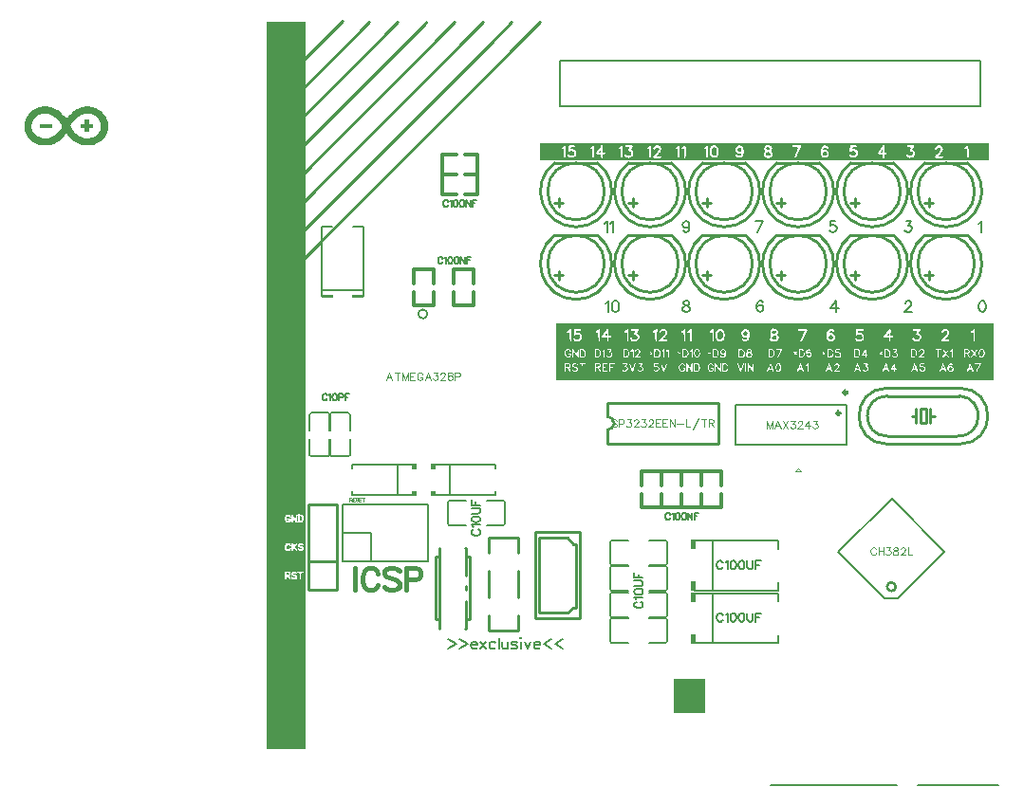
<source format=gto>
G04 Layer: TopSilkLayer*
G04 EasyEDA v6.4.7, 2021-02-24T17:41:02+08:00*
G04 aefd34b0273d4d6584ca49087094e06a,119f753a6ce64b8d841f2ad33262ab0c,10*
G04 Gerber Generator version 0.2*
G04 Scale: 100 percent, Rotated: No, Reflected: No *
G04 Dimensions in millimeters *
G04 leading zeros omitted , absolute positions ,3 integer and 3 decimal *
%FSLAX33Y33*%
%MOMM*%
G90*
D02*

%ADD10C,0.151994*%
%ADD11C,0.259994*%
%ADD12C,0.299999*%
%ADD14C,0.180010*%
%ADD17C,0.200000*%
%ADD18C,0.399999*%
%ADD20C,0.254000*%
%ADD24C,0.203200*%
%ADD62C,0.100000*%
%ADD63C,0.152400*%
%ADD64C,0.304800*%
%ADD65C,0.121920*%

%LPD*%

%LPD*%
G36*
G01X3562Y25923D02*
G01X127Y25923D01*
G01X127Y18177D01*
G01X3562Y18177D01*
G01X3562Y25923D01*
G37*

%LPC*%
G36*
G01X3154Y22910D02*
G01X3055Y22917D01*
G01X3003Y22900D01*
G01X2950Y22885D01*
G01X2902Y22833D01*
G01X2852Y22782D01*
G01X2871Y22646D01*
G01X2931Y22566D01*
G01X2995Y22536D01*
G01X3021Y22524D01*
G01X3044Y22514D01*
G01X3064Y22508D01*
G01X3077Y22506D01*
G01X3089Y22503D01*
G01X3108Y22497D01*
G01X3132Y22487D01*
G01X3157Y22476D01*
G01X3217Y22446D01*
G01X3237Y22395D01*
G01X3177Y22351D01*
G01X3051Y22351D01*
G01X3007Y22385D01*
G01X2964Y22420D01*
G01X2875Y22420D01*
G01X2853Y22330D01*
G01X2978Y22205D01*
G01X3267Y22205D01*
G01X3329Y22264D01*
G01X3390Y22323D01*
G01X3390Y22446D01*
G01X3360Y22503D01*
G01X3329Y22561D01*
G01X3287Y22583D01*
G01X3262Y22595D01*
G01X3226Y22611D01*
G01X3184Y22630D01*
G01X3141Y22647D01*
G01X3038Y22689D01*
G01X3032Y22717D01*
G01X3027Y22744D01*
G01X3088Y22756D01*
G01X3148Y22767D01*
G01X3226Y22729D01*
G01X3303Y22692D01*
G01X3331Y22698D01*
G01X3344Y22702D01*
G01X3357Y22710D01*
G01X3369Y22720D01*
G01X3378Y22731D01*
G01X3396Y22760D01*
G01X3367Y22804D01*
G01X3352Y22824D01*
G01X3334Y22843D01*
G01X3314Y22862D01*
G01X3296Y22876D01*
G01X3254Y22904D01*
G01X3154Y22910D01*
G37*
G36*
G01X2697Y20342D02*
G01X2643Y20376D01*
G01X2540Y20375D01*
G01X2469Y20372D01*
G01X2421Y20365D01*
G01X2381Y20349D01*
G01X2337Y20320D01*
G01X2288Y20286D01*
G01X2272Y20242D01*
G01X2255Y20199D01*
G01X2295Y20075D01*
G01X2377Y20007D01*
G01X2625Y19917D01*
G01X2637Y19839D01*
G01X2614Y19824D01*
G01X2600Y19818D01*
G01X2580Y19814D01*
G01X2555Y19811D01*
G01X2529Y19809D01*
G01X2467Y19809D01*
G01X2423Y19844D01*
G01X2379Y19878D01*
G01X2294Y19878D01*
G01X2284Y19851D01*
G01X2275Y19820D01*
G01X2276Y19793D01*
G01X2288Y19767D01*
G01X2312Y19739D01*
G01X2351Y19697D01*
G01X2412Y19676D01*
G01X2470Y19661D01*
G01X2530Y19656D01*
G01X2591Y19660D01*
G01X2655Y19675D01*
G01X2723Y19695D01*
G01X2765Y19750D01*
G01X2806Y19804D01*
G01X2806Y19899D01*
G01X2769Y19964D01*
G01X2733Y20029D01*
G01X2688Y20050D01*
G01X2662Y20062D01*
G01X2626Y20077D01*
G01X2583Y20093D01*
G01X2540Y20108D01*
G01X2436Y20144D01*
G01X2436Y20212D01*
G01X2519Y20218D01*
G01X2600Y20223D01*
G01X2700Y20153D01*
G01X2770Y20153D01*
G01X2789Y20188D01*
G01X2808Y20224D01*
G01X2780Y20266D01*
G01X2765Y20286D01*
G01X2745Y20306D01*
G01X2721Y20326D01*
G01X2697Y20342D01*
G37*
G36*
G01X2031Y25451D02*
G01X1939Y25458D01*
G01X1901Y25446D01*
G01X1883Y25438D01*
G01X1861Y25426D01*
G01X1839Y25411D01*
G01X1819Y25395D01*
G01X1775Y25356D01*
G01X1690Y25163D01*
G01X1690Y25039D01*
G01X1760Y24853D01*
G01X1870Y24756D01*
G01X1984Y24734D01*
G01X2055Y24744D01*
G01X2128Y24753D01*
G01X2254Y24889D01*
G01X2266Y24953D01*
G01X2278Y25016D01*
G01X2259Y25057D01*
G01X2240Y25099D01*
G01X2001Y25099D01*
G01X1990Y25064D01*
G01X1979Y25030D01*
G01X2001Y24962D01*
G01X2043Y24951D01*
G01X2086Y24940D01*
G01X2079Y24921D01*
G01X2073Y24901D01*
G01X1923Y24901D01*
G01X1890Y24959D01*
G01X1856Y25017D01*
G01X1854Y25088D01*
G01X1853Y25159D01*
G01X1883Y25221D01*
G01X1913Y25284D01*
G01X1956Y25295D01*
G01X1998Y25306D01*
G01X2042Y25295D01*
G01X2084Y25284D01*
G01X2084Y25267D01*
G01X2098Y25242D01*
G01X2128Y25209D01*
G01X2163Y25180D01*
G01X2188Y25167D01*
G01X2197Y25171D01*
G01X2210Y25178D01*
G01X2224Y25188D01*
G01X2238Y25201D01*
G01X2271Y25234D01*
G01X2231Y25340D01*
G01X2177Y25393D01*
G01X2124Y25444D01*
G01X2031Y25451D01*
G37*
G36*
G01X2023Y22910D02*
G01X1921Y22918D01*
G01X1887Y22902D01*
G01X1870Y22893D01*
G01X1851Y22880D01*
G01X1831Y22865D01*
G01X1813Y22849D01*
G01X1773Y22812D01*
G01X1730Y22714D01*
G01X1687Y22617D01*
G01X1695Y22540D01*
G01X1700Y22505D01*
G01X1707Y22465D01*
G01X1718Y22428D01*
G01X1728Y22395D01*
G01X1754Y22328D01*
G01X1810Y22271D01*
G01X1865Y22214D01*
G01X1924Y22203D01*
G01X1984Y22192D01*
G01X2054Y22202D01*
G01X2124Y22211D01*
G01X2240Y22327D01*
G01X2260Y22451D01*
G01X2224Y22470D01*
G01X2187Y22489D01*
G01X2157Y22473D01*
G01X2143Y22463D01*
G01X2128Y22449D01*
G01X2114Y22431D01*
G01X2103Y22413D01*
G01X2080Y22370D01*
G01X1982Y22349D01*
G01X1947Y22359D01*
G01X1912Y22370D01*
G01X1856Y22480D01*
G01X1854Y22548D01*
G01X1853Y22617D01*
G01X1913Y22742D01*
G01X1956Y22753D01*
G01X1998Y22764D01*
G01X2039Y22753D01*
G01X2080Y22743D01*
G01X2103Y22701D01*
G01X2114Y22682D01*
G01X2129Y22665D01*
G01X2143Y22651D01*
G01X2157Y22641D01*
G01X2187Y22624D01*
G01X2224Y22644D01*
G01X2260Y22664D01*
G01X2240Y22788D01*
G01X2182Y22845D01*
G01X2124Y22903D01*
G01X2023Y22910D01*
G37*
G36*
G01X2823Y22882D02*
G01X2757Y22918D01*
G01X2729Y22907D01*
G01X2709Y22894D01*
G01X2674Y22865D01*
G01X2628Y22825D01*
G01X2578Y22777D01*
G01X2454Y22657D01*
G01X2436Y22885D01*
G01X2411Y22901D01*
G01X2385Y22914D01*
G01X2362Y22916D01*
G01X2340Y22908D01*
G01X2318Y22891D01*
G01X2291Y22864D01*
G01X2291Y22251D01*
G01X2318Y22223D01*
G01X2330Y22213D01*
G01X2343Y22204D01*
G01X2357Y22199D01*
G01X2368Y22196D01*
G01X2379Y22199D01*
G01X2392Y22204D01*
G01X2406Y22213D01*
G01X2418Y22223D01*
G01X2445Y22251D01*
G01X2445Y22430D01*
G01X2474Y22459D01*
G01X2483Y22465D01*
G01X2491Y22470D01*
G01X2497Y22471D01*
G01X2508Y22461D01*
G01X2531Y22433D01*
G01X2563Y22392D01*
G01X2600Y22343D01*
G01X2694Y22213D01*
G01X2772Y22193D01*
G01X2798Y22214D01*
G01X2823Y22235D01*
G01X2823Y22301D01*
G01X2720Y22438D01*
G01X2680Y22492D01*
G01X2647Y22539D01*
G01X2625Y22572D01*
G01X2617Y22588D01*
G01X2625Y22601D01*
G01X2647Y22627D01*
G01X2680Y22663D01*
G01X2720Y22703D01*
G01X2823Y22805D01*
G01X2823Y22882D01*
G37*
G36*
G01X2076Y20376D02*
G01X1725Y20376D01*
G01X1707Y20343D01*
G01X1690Y20309D01*
G01X1690Y19731D01*
G01X1716Y19693D01*
G01X1743Y19655D01*
G01X1773Y19655D01*
G01X1786Y19656D01*
G01X1800Y19661D01*
G01X1813Y19667D01*
G01X1823Y19675D01*
G01X1844Y19696D01*
G01X1844Y19946D01*
G01X1939Y19946D01*
G01X2093Y19686D01*
G01X2125Y19668D01*
G01X2157Y19651D01*
G01X2239Y19695D01*
G01X2239Y19720D01*
G01X2234Y19739D01*
G01X2218Y19771D01*
G01X2196Y19811D01*
G01X2169Y19856D01*
G01X2099Y19967D01*
G01X2131Y19990D01*
G01X2143Y20000D01*
G01X2155Y20007D01*
G01X2171Y20015D01*
G01X2177Y20019D01*
G01X2186Y20030D01*
G01X2198Y20046D01*
G01X2210Y20065D01*
G01X2239Y20115D01*
G01X2239Y20216D01*
G01X2161Y20332D01*
G01X2118Y20354D01*
G01X2076Y20376D01*
G37*
G36*
G01X3310Y20376D02*
G01X2856Y20376D01*
G01X2837Y20333D01*
G01X2817Y20290D01*
G01X2878Y20223D01*
G01X2949Y20218D01*
G01X3021Y20212D01*
G01X3038Y19684D01*
G01X3098Y19646D01*
G01X3158Y19684D01*
G01X3175Y20212D01*
G01X3313Y20224D01*
G01X3343Y20251D01*
G01X3364Y20275D01*
G01X3371Y20299D01*
G01X3363Y20322D01*
G01X3341Y20348D01*
G01X3310Y20376D01*
G37*
G36*
G01X3196Y25449D02*
G01X2897Y25464D01*
G01X2843Y25388D01*
G01X2769Y25462D01*
G01X2743Y25452D01*
G01X2732Y25448D01*
G01X2720Y25445D01*
G01X2710Y25443D01*
G01X2702Y25442D01*
G01X2687Y25442D01*
G01X2677Y25110D01*
G01X2655Y25103D01*
G01X2634Y25096D01*
G01X2634Y25122D01*
G01X2633Y25132D01*
G01X2630Y25142D01*
G01X2626Y25149D01*
G01X2621Y25153D01*
G01X2609Y25166D01*
G01X2586Y25195D01*
G01X2557Y25238D01*
G01X2489Y25340D01*
G01X2457Y25385D01*
G01X2430Y25419D01*
G01X2414Y25438D01*
G01X2391Y25453D01*
G01X2370Y25458D01*
G01X2347Y25454D01*
G01X2321Y25441D01*
G01X2291Y25424D01*
G01X2291Y24792D01*
G01X2318Y24765D01*
G01X2330Y24755D01*
G01X2343Y24746D01*
G01X2357Y24740D01*
G01X2368Y24738D01*
G01X2379Y24740D01*
G01X2392Y24746D01*
G01X2406Y24755D01*
G01X2418Y24765D01*
G01X2445Y24792D01*
G01X2445Y25101D01*
G01X2463Y25090D01*
G01X2478Y25074D01*
G01X2506Y25036D01*
G01X2543Y24984D01*
G01X2585Y24922D01*
G01X2650Y24828D01*
G01X2697Y24766D01*
G01X2732Y24732D01*
G01X2756Y24721D01*
G01X2764Y24724D01*
G01X2776Y24733D01*
G01X2790Y24745D01*
G01X2806Y24761D01*
G01X2845Y24801D01*
G01X2917Y24729D01*
G01X3197Y24749D01*
G01X3287Y24808D01*
G01X3334Y24879D01*
G01X3381Y24951D01*
G01X3381Y25098D01*
G01X3380Y25245D01*
G01X3287Y25390D01*
G01X3242Y25419D01*
G01X3196Y25449D01*
G37*

%LPD*%
G36*
G01X3097Y25296D02*
G01X3037Y25307D01*
G01X3012Y25282D01*
G01X3012Y24893D01*
G01X3148Y24893D01*
G01X3181Y24928D01*
G01X3214Y24964D01*
G01X3234Y25087D01*
G01X3214Y25235D01*
G01X3158Y25285D01*
G01X3097Y25296D01*
G37*

%LPD*%
G36*
G01X2854Y25336D02*
G01X2851Y25356D01*
G01X2848Y25355D01*
G01X2844Y25353D01*
G01X2839Y25349D01*
G01X2835Y25345D01*
G01X2823Y25334D01*
G01X2823Y24841D01*
G01X2858Y24841D01*
G01X2858Y25099D01*
G01X2857Y25199D01*
G01X2855Y25281D01*
G01X2854Y25336D01*
G37*

%LPD*%
G36*
G01X2046Y20221D02*
G01X1921Y20221D01*
G01X1890Y20218D01*
G01X1867Y20214D01*
G01X1855Y20210D01*
G01X1851Y20202D01*
G01X1848Y20190D01*
G01X1845Y20175D01*
G01X1844Y20158D01*
G01X1844Y20118D01*
G01X2069Y20118D01*
G01X2078Y20144D01*
G01X2088Y20170D01*
G01X2046Y20221D01*
G37*

%LPD*%
G36*
G01X-15494Y61857D02*
G01X-15867Y61900D01*
G01X-16014Y61888D01*
G01X-16077Y61882D01*
G01X-16139Y61875D01*
G01X-16201Y61865D01*
G01X-16261Y61855D01*
G01X-16321Y61842D01*
G01X-16379Y61828D01*
G01X-16437Y61813D01*
G01X-16495Y61796D01*
G01X-16552Y61777D01*
G01X-16608Y61756D01*
G01X-16664Y61734D01*
G01X-16719Y61710D01*
G01X-16774Y61684D01*
G01X-16829Y61657D01*
G01X-16883Y61628D01*
G01X-16991Y61564D01*
G01X-17044Y61529D01*
G01X-17097Y61492D01*
G01X-17151Y61454D01*
G01X-17307Y61339D01*
G01X-17454Y61186D01*
G01X-17518Y61117D01*
G01X-17585Y61042D01*
G01X-17645Y60971D01*
G01X-17693Y60912D01*
G01X-17785Y60790D01*
G01X-17898Y60938D01*
G01X-18012Y61085D01*
G01X-18206Y61267D01*
G01X-18399Y61449D01*
G01X-18535Y61537D01*
G01X-18587Y61570D01*
G01X-18689Y61630D01*
G01X-18740Y61657D01*
G01X-18791Y61683D01*
G01X-18842Y61707D01*
G01X-18893Y61729D01*
G01X-18944Y61750D01*
G01X-18996Y61769D01*
G01X-19047Y61787D01*
G01X-19100Y61803D01*
G01X-19153Y61818D01*
G01X-19206Y61832D01*
G01X-19260Y61844D01*
G01X-19315Y61854D01*
G01X-19371Y61863D01*
G01X-19427Y61871D01*
G01X-19485Y61878D01*
G01X-19543Y61883D01*
G01X-19603Y61887D01*
G01X-19769Y61895D01*
G01X-19899Y61880D01*
G01X-19964Y61870D01*
G01X-20029Y61859D01*
G01X-20093Y61846D01*
G01X-20156Y61830D01*
G01X-20218Y61813D01*
G01X-20280Y61794D01*
G01X-20341Y61773D01*
G01X-20400Y61750D01*
G01X-20459Y61725D01*
G01X-20517Y61698D01*
G01X-20574Y61669D01*
G01X-20629Y61639D01*
G01X-20683Y61607D01*
G01X-20737Y61573D01*
G01X-20788Y61537D01*
G01X-20839Y61500D01*
G01X-20888Y61462D01*
G01X-20936Y61421D01*
G01X-20982Y61379D01*
G01X-21027Y61336D01*
G01X-21070Y61291D01*
G01X-21112Y61244D01*
G01X-21152Y61196D01*
G01X-21191Y61147D01*
G01X-21227Y61097D01*
G01X-21262Y61045D01*
G01X-21295Y60992D01*
G01X-21326Y60937D01*
G01X-21404Y60795D01*
G01X-21456Y60631D01*
G01X-21509Y60468D01*
G01X-21519Y60209D01*
G01X-21530Y59949D01*
G01X-21486Y59777D01*
G01X-21466Y59702D01*
G01X-21444Y59631D01*
G01X-21420Y59562D01*
G01X-21394Y59496D01*
G01X-21366Y59432D01*
G01X-21336Y59370D01*
G01X-21303Y59310D01*
G01X-21267Y59251D01*
G01X-21229Y59193D01*
G01X-21188Y59135D01*
G01X-21143Y59078D01*
G01X-21095Y59021D01*
G01X-21005Y58916D01*
G01X-20727Y58700D01*
G01X-20375Y58522D01*
G01X-20200Y58471D01*
G01X-20024Y58421D01*
G01X-19514Y58400D01*
G01X-19329Y58432D01*
G01X-19143Y58464D01*
G01X-18969Y58532D01*
G01X-18899Y58561D01*
G01X-18831Y58591D01*
G01X-18764Y58623D01*
G01X-18698Y58657D01*
G01X-18634Y58692D01*
G01X-18571Y58731D01*
G01X-18508Y58771D01*
G01X-18445Y58814D01*
G01X-18407Y58843D01*
G01X-18362Y58880D01*
G01X-18313Y58923D01*
G01X-18261Y58971D01*
G01X-18206Y59023D01*
G01X-18150Y59078D01*
G01X-18095Y59133D01*
G01X-18043Y59188D01*
G01X-17993Y59242D01*
G01X-17948Y59293D01*
G01X-17909Y59339D01*
G01X-17877Y59380D01*
G01X-17789Y59501D01*
G01X-17754Y59456D01*
G01X-17730Y59427D01*
G01X-17691Y59378D01*
G01X-17641Y59318D01*
G01X-17587Y59252D01*
G01X-17455Y59092D01*
G01X-17299Y58956D01*
G01X-17249Y58914D01*
G01X-17198Y58873D01*
G01X-17147Y58834D01*
G01X-17095Y58797D01*
G01X-17042Y58761D01*
G01X-16989Y58726D01*
G01X-16935Y58693D01*
G01X-16881Y58662D01*
G01X-16826Y58633D01*
G01X-16771Y58605D01*
G01X-16716Y58579D01*
G01X-16660Y58554D01*
G01X-16604Y58532D01*
G01X-16548Y58511D01*
G01X-16492Y58492D01*
G01X-16435Y58475D01*
G01X-16379Y58459D01*
G01X-16323Y58446D01*
G01X-16266Y58434D01*
G01X-16210Y58425D01*
G01X-16082Y58405D01*
G01X-15705Y58405D01*
G01X-15365Y58463D01*
G01X-15029Y58595D01*
G01X-14881Y58685D01*
G01X-14735Y58775D01*
G01X-14609Y58890D01*
G01X-14567Y58930D01*
G01X-14526Y58971D01*
G01X-14486Y59014D01*
G01X-14448Y59058D01*
G01X-14411Y59103D01*
G01X-14375Y59150D01*
G01X-14342Y59197D01*
G01X-14309Y59246D01*
G01X-14279Y59295D01*
G01X-14250Y59345D01*
G01X-14222Y59396D01*
G01X-14197Y59447D01*
G01X-14174Y59499D01*
G01X-14152Y59552D01*
G01X-14132Y59605D01*
G01X-14114Y59659D01*
G01X-14073Y59789D01*
G01X-14029Y60137D01*
G01X-14075Y60517D01*
G01X-14115Y60637D01*
G01X-14138Y60701D01*
G01X-14163Y60764D01*
G01X-14189Y60826D01*
G01X-14218Y60887D01*
G01X-14249Y60945D01*
G01X-14282Y61003D01*
G01X-14318Y61059D01*
G01X-14355Y61114D01*
G01X-14394Y61166D01*
G01X-14435Y61218D01*
G01X-14479Y61268D01*
G01X-14524Y61317D01*
G01X-14571Y61364D01*
G01X-14620Y61409D01*
G01X-14672Y61453D01*
G01X-14724Y61496D01*
G01X-14779Y61536D01*
G01X-14836Y61576D01*
G01X-14895Y61613D01*
G01X-14956Y61650D01*
G01X-15090Y61726D01*
G01X-15494Y61857D01*
G37*

%LPC*%
G36*
G01X-19593Y61251D02*
G01X-19730Y61261D01*
G01X-19848Y61246D01*
G01X-19901Y61237D01*
G01X-19953Y61226D01*
G01X-20005Y61214D01*
G01X-20057Y61198D01*
G01X-20110Y61180D01*
G01X-20164Y61159D01*
G01X-20219Y61135D01*
G01X-20275Y61108D01*
G01X-20388Y61053D01*
G01X-20672Y60789D01*
G01X-20744Y60656D01*
G01X-20817Y60524D01*
G01X-20847Y60411D01*
G01X-20878Y60297D01*
G01X-20877Y60143D01*
G01X-20877Y59988D01*
G01X-20850Y59890D01*
G01X-20835Y59842D01*
G01X-20812Y59782D01*
G01X-20785Y59719D01*
G01X-20757Y59660D01*
G01X-20691Y59528D01*
G01X-20396Y59240D01*
G01X-20249Y59168D01*
G01X-20103Y59098D01*
G01X-19848Y59039D01*
G01X-19679Y59038D01*
G01X-19511Y59038D01*
G01X-19215Y59113D01*
G01X-19080Y59179D01*
G01X-19019Y59212D01*
G01X-18950Y59252D01*
G01X-18882Y59294D01*
G01X-18824Y59334D01*
G01X-18703Y59423D01*
G01X-18563Y59571D01*
G01X-18422Y59718D01*
G01X-18287Y59919D01*
G01X-18234Y59998D01*
G01X-18191Y60067D01*
G01X-18162Y60117D01*
G01X-18151Y60141D01*
G01X-18158Y60161D01*
G01X-18177Y60197D01*
G01X-18205Y60246D01*
G01X-18239Y60301D01*
G01X-18277Y60360D01*
G01X-18316Y60417D01*
G01X-18356Y60473D01*
G01X-18397Y60527D01*
G01X-18439Y60580D01*
G01X-18482Y60630D01*
G01X-18526Y60680D01*
G01X-18570Y60727D01*
G01X-18616Y60773D01*
G01X-18708Y60859D01*
G01X-18755Y60899D01*
G01X-18803Y60936D01*
G01X-18851Y60972D01*
G01X-18900Y61006D01*
G01X-18949Y61038D01*
G01X-18998Y61068D01*
G01X-19047Y61096D01*
G01X-19097Y61121D01*
G01X-19148Y61145D01*
G01X-19197Y61165D01*
G01X-19248Y61184D01*
G01X-19298Y61200D01*
G01X-19348Y61214D01*
G01X-19401Y61225D01*
G01X-19465Y61236D01*
G01X-19531Y61245D01*
G01X-19593Y61251D01*
G37*
G36*
G01X-15683Y61244D02*
G01X-15965Y61262D01*
G01X-16090Y61244D01*
G01X-16215Y61225D01*
G01X-16364Y61168D01*
G01X-16514Y61112D01*
G01X-16667Y61012D01*
G01X-16820Y60913D01*
G01X-17181Y60536D01*
G01X-17427Y60151D01*
G01X-17396Y60093D01*
G01X-17368Y60043D01*
G01X-17334Y59988D01*
G01X-17295Y59929D01*
G01X-17252Y59868D01*
G01X-17207Y59805D01*
G01X-17159Y59744D01*
G01X-17111Y59684D01*
G01X-17064Y59628D01*
G01X-16933Y59478D01*
G01X-16782Y59361D01*
G01X-16631Y59243D01*
G01X-16475Y59169D01*
G01X-16318Y59096D01*
G01X-16180Y59067D01*
G01X-16043Y59039D01*
G01X-15885Y59038D01*
G01X-15726Y59038D01*
G01X-15574Y59076D01*
G01X-15423Y59114D01*
G01X-15301Y59176D01*
G01X-15181Y59239D01*
G01X-15031Y59383D01*
G01X-14882Y59528D01*
G01X-14744Y59796D01*
G01X-14695Y60011D01*
G01X-14705Y60201D01*
G01X-14715Y60392D01*
G01X-14747Y60491D01*
G01X-14779Y60591D01*
G01X-14879Y60737D01*
G01X-14978Y60882D01*
G01X-15220Y61074D01*
G01X-15339Y61131D01*
G01X-15394Y61155D01*
G01X-15456Y61179D01*
G01X-15517Y61200D01*
G01X-15571Y61216D01*
G01X-15683Y61244D01*
G37*

%LPD*%
G36*
G01X-19073Y60324D02*
G01X-20191Y60324D01*
G01X-20191Y59959D01*
G01X-19073Y59959D01*
G01X-19073Y60324D01*
G37*

%LPD*%
G36*
G01X-15759Y60689D02*
G01X-16132Y60689D01*
G01X-16132Y60324D01*
G01X-16504Y60324D01*
G01X-16504Y59959D01*
G01X-16132Y59959D01*
G01X-16132Y59595D01*
G01X-15759Y59595D01*
G01X-15759Y59959D01*
G01X-15386Y59959D01*
G01X-15386Y60324D01*
G01X-15759Y60324D01*
G01X-15759Y60689D01*
G37*

%LPD*%
G36*
G01X64510Y58610D02*
G01X24511Y58610D01*
G01X24511Y57119D01*
G01X64510Y57119D01*
G01X64510Y58610D01*
G37*

%LPC*%
G36*
G01X34941Y58437D02*
G01X34912Y58440D01*
G01X34875Y58434D01*
G01X34832Y58419D01*
G01X34785Y58395D01*
G01X34738Y58365D01*
G01X34692Y58330D01*
G01X34652Y58294D01*
G01X34620Y58257D01*
G01X34598Y58222D01*
G01X34578Y58158D01*
G01X34577Y58106D01*
G01X34592Y58067D01*
G01X34620Y58043D01*
G01X34656Y58037D01*
G01X34697Y58048D01*
G01X34740Y58081D01*
G01X34780Y58136D01*
G01X34812Y58183D01*
G01X34847Y58215D01*
G01X34887Y58232D01*
G01X34937Y58237D01*
G01X35018Y58224D01*
G01X35074Y58186D01*
G01X35102Y58128D01*
G01X35098Y58053D01*
G01X35089Y58031D01*
G01X35069Y57998D01*
G01X35040Y57957D01*
G01X35003Y57910D01*
G01X34960Y57856D01*
G01X34911Y57799D01*
G01X34858Y57740D01*
G01X34803Y57681D01*
G01X34741Y57613D01*
G01X34687Y57552D01*
G01X34641Y57499D01*
G01X34604Y57452D01*
G01X34577Y57412D01*
G01X34558Y57380D01*
G01X34548Y57356D01*
G01X34548Y57340D01*
G01X34568Y57323D01*
G01X34611Y57309D01*
G01X34671Y57298D01*
G01X34746Y57290D01*
G01X34830Y57286D01*
G01X34919Y57284D01*
G01X35008Y57285D01*
G01X35095Y57290D01*
G01X35172Y57297D01*
G01X35238Y57308D01*
G01X35287Y57321D01*
G01X35314Y57338D01*
G01X35333Y57368D01*
G01X35341Y57392D01*
G01X35334Y57413D01*
G01X35314Y57430D01*
G01X35281Y57442D01*
G01X35232Y57451D01*
G01X35170Y57456D01*
G01X35093Y57458D01*
G01X35008Y57460D01*
G01X34939Y57466D01*
G01X34892Y57475D01*
G01X34875Y57485D01*
G01X34883Y57504D01*
G01X34906Y57534D01*
G01X34940Y57572D01*
G01X34981Y57612D01*
G01X35038Y57671D01*
G01X35093Y57735D01*
G01X35143Y57804D01*
G01X35189Y57874D01*
G01X35227Y57942D01*
G01X35256Y58005D01*
G01X35275Y58062D01*
G01X35281Y58109D01*
G01X35277Y58158D01*
G01X35266Y58205D01*
G01X35248Y58249D01*
G01X35223Y58290D01*
G01X35192Y58326D01*
G01X35156Y58358D01*
G01X35116Y58384D01*
G01X35070Y58404D01*
G01X35026Y58418D01*
G01X34981Y58429D01*
G01X34941Y58437D01*
G37*
G36*
G01X47490Y58437D02*
G01X47399Y58437D01*
G01X47267Y58436D01*
G01X47164Y58433D01*
G01X47088Y58428D01*
G01X47034Y58419D01*
G01X46999Y58407D01*
G01X46978Y58390D01*
G01X46969Y58366D01*
G01X46966Y58336D01*
G01X46970Y58311D01*
G01X46981Y58290D01*
G01X47003Y58272D01*
G01X47036Y58259D01*
G01X47083Y58248D01*
G01X47146Y58240D01*
G01X47226Y58234D01*
G01X47325Y58229D01*
G01X47532Y58220D01*
G01X47334Y57800D01*
G01X47282Y57689D01*
G01X47240Y57596D01*
G01X47208Y57520D01*
G01X47185Y57460D01*
G01X47171Y57412D01*
G01X47165Y57377D01*
G01X47166Y57351D01*
G01X47173Y57335D01*
G01X47191Y57317D01*
G01X47209Y57302D01*
G01X47227Y57292D01*
G01X47242Y57289D01*
G01X47252Y57296D01*
G01X47268Y57318D01*
G01X47290Y57353D01*
G01X47316Y57399D01*
G01X47346Y57454D01*
G01X47379Y57517D01*
G01X47415Y57587D01*
G01X47452Y57662D01*
G01X47490Y57740D01*
G01X47566Y57902D01*
G01X47603Y57982D01*
G01X47638Y58058D01*
G01X47670Y58132D01*
G01X47698Y58199D01*
G01X47723Y58258D01*
G01X47742Y58309D01*
G01X47757Y58350D01*
G01X47764Y58379D01*
G01X47765Y58394D01*
G01X47756Y58406D01*
G01X47739Y58416D01*
G01X47713Y58424D01*
G01X47676Y58430D01*
G01X47628Y58434D01*
G01X47567Y58436D01*
G01X47490Y58437D01*
G37*
G36*
G01X60073Y58437D02*
G01X60043Y58440D01*
G01X60006Y58434D01*
G01X59963Y58419D01*
G01X59916Y58395D01*
G01X59869Y58365D01*
G01X59824Y58330D01*
G01X59783Y58294D01*
G01X59751Y58257D01*
G01X59730Y58222D01*
G01X59709Y58158D01*
G01X59708Y58106D01*
G01X59724Y58067D01*
G01X59751Y58043D01*
G01X59787Y58037D01*
G01X59829Y58048D01*
G01X59871Y58081D01*
G01X59911Y58136D01*
G01X59944Y58183D01*
G01X59978Y58215D01*
G01X60018Y58232D01*
G01X60068Y58237D01*
G01X60149Y58224D01*
G01X60205Y58186D01*
G01X60233Y58128D01*
G01X60230Y58053D01*
G01X60220Y58031D01*
G01X60200Y57998D01*
G01X60171Y57957D01*
G01X60135Y57910D01*
G01X60091Y57856D01*
G01X60043Y57799D01*
G01X59990Y57740D01*
G01X59934Y57681D01*
G01X59872Y57613D01*
G01X59818Y57552D01*
G01X59772Y57499D01*
G01X59735Y57452D01*
G01X59708Y57412D01*
G01X59689Y57380D01*
G01X59679Y57356D01*
G01X59679Y57340D01*
G01X59688Y57325D01*
G01X59704Y57314D01*
G01X59729Y57306D01*
G01X59765Y57299D01*
G01X59813Y57294D01*
G01X59875Y57291D01*
G01X59953Y57289D01*
G01X60049Y57289D01*
G01X60169Y57290D01*
G01X60266Y57294D01*
G01X60342Y57303D01*
G01X60398Y57314D01*
G01X60436Y57331D01*
G01X60458Y57352D01*
G01X60464Y57379D01*
G01X60457Y57411D01*
G01X60436Y57433D01*
G01X60392Y57447D01*
G01X60321Y57455D01*
G01X60222Y57458D01*
G01X60138Y57460D01*
G01X60069Y57464D01*
G01X60023Y57470D01*
G01X60006Y57478D01*
G01X60019Y57500D01*
G01X60054Y57548D01*
G01X60107Y57613D01*
G01X60171Y57689D01*
G01X60238Y57770D01*
G01X60299Y57847D01*
G01X60346Y57912D01*
G01X60374Y57955D01*
G01X60400Y58022D01*
G01X60411Y58090D01*
G01X60407Y58158D01*
G01X60391Y58222D01*
G01X60361Y58280D01*
G01X60318Y58332D01*
G01X60265Y58373D01*
G01X60202Y58404D01*
G01X60157Y58418D01*
G01X60112Y58429D01*
G01X60073Y58437D01*
G37*
G36*
G01X30017Y58432D02*
G01X29974Y58437D01*
G01X29930Y58414D01*
G01X29892Y58364D01*
G01X29880Y58343D01*
G01X29861Y58312D01*
G01X29805Y58228D01*
G01X29770Y58177D01*
G01X29732Y58122D01*
G01X29692Y58065D01*
G01X29650Y58007D01*
G01X29609Y57948D01*
G01X29571Y57891D01*
G01X29539Y57839D01*
G01X29512Y57792D01*
G01X29490Y57751D01*
G01X29476Y57718D01*
G01X29468Y57693D01*
G01X29468Y57677D01*
G01X29488Y57654D01*
G01X29530Y57639D01*
G01X29596Y57630D01*
G01X29692Y57627D01*
G01X29896Y57627D01*
G01X29896Y57496D01*
G01X29909Y57402D01*
G01X29942Y57330D01*
G01X29986Y57294D01*
G01X30030Y57309D01*
G01X30043Y57332D01*
G01X30055Y57370D01*
G01X30065Y57420D01*
G01X30072Y57475D01*
G01X30080Y57547D01*
G01X30097Y57591D01*
G01X30129Y57614D01*
G01X30184Y57628D01*
G01X30230Y57639D01*
G01X30262Y57657D01*
G01X30280Y57681D01*
G01X30285Y57712D01*
G01X30280Y57744D01*
G01X30262Y57768D01*
G01X30230Y57785D01*
G01X30184Y57797D01*
G01X30082Y57815D01*
G01X30081Y58085D01*
G01X30079Y58194D01*
G01X30073Y58289D01*
G01X30064Y58360D01*
G01X30054Y58398D01*
G01X30017Y58432D01*
G37*
G36*
G01X55148Y58432D02*
G01X55105Y58437D01*
G01X55061Y58414D01*
G01X55023Y58364D01*
G01X55011Y58343D01*
G01X54992Y58312D01*
G01X54966Y58274D01*
G01X54936Y58228D01*
G01X54901Y58177D01*
G01X54863Y58123D01*
G01X54781Y58009D01*
G01X54740Y57950D01*
G01X54702Y57893D01*
G01X54669Y57842D01*
G01X54642Y57795D01*
G01X54621Y57754D01*
G01X54606Y57721D01*
G01X54598Y57696D01*
G01X54598Y57680D01*
G01X54619Y57658D01*
G01X54661Y57640D01*
G01X54725Y57628D01*
G01X54814Y57621D01*
G01X55010Y57610D01*
G01X55020Y57486D01*
G01X55040Y57396D01*
G01X55076Y57328D01*
G01X55120Y57295D01*
G01X55162Y57309D01*
G01X55174Y57332D01*
G01X55186Y57370D01*
G01X55196Y57420D01*
G01X55202Y57475D01*
G01X55211Y57547D01*
G01X55227Y57590D01*
G01X55258Y57611D01*
G01X55309Y57621D01*
G01X55366Y57635D01*
G01X55405Y57657D01*
G01X55425Y57686D01*
G01X55427Y57716D01*
G01X55412Y57746D01*
G01X55380Y57771D01*
G01X55332Y57789D01*
G01X55224Y57801D01*
G01X55201Y57833D01*
G01X55196Y57917D01*
G01X55201Y58076D01*
G01X55203Y58188D01*
G01X55201Y58286D01*
G01X55195Y58359D01*
G01X55186Y58398D01*
G01X55148Y58432D01*
G37*
G36*
G01X32502Y58436D02*
G01X32412Y58437D01*
G01X32323Y58435D01*
G01X32242Y58432D01*
G01X32178Y58426D01*
G01X32140Y58418D01*
G01X32123Y58406D01*
G01X32110Y58387D01*
G01X32101Y58363D01*
G01X32097Y58336D01*
G01X32110Y58294D01*
G01X32152Y58264D01*
G01X32233Y58244D01*
G01X32361Y58229D01*
G01X32471Y58220D01*
G01X32382Y58096D01*
G01X32349Y58046D01*
G01X32327Y58006D01*
G01X32316Y57973D01*
G01X32317Y57947D01*
G01X32332Y57926D01*
G01X32359Y57909D01*
G01X32399Y57895D01*
G01X32452Y57884D01*
G01X32509Y57869D01*
G01X32550Y57848D01*
G01X32576Y57819D01*
G01X32592Y57778D01*
G01X32603Y57682D01*
G01X32586Y57601D01*
G01X32542Y57538D01*
G01X32472Y57498D01*
G01X32384Y57474D01*
G01X32313Y57476D01*
G01X32247Y57507D01*
G01X32173Y57569D01*
G01X32128Y57607D01*
G01X32090Y57630D01*
G01X32058Y57636D01*
G01X32030Y57628D01*
G01X32008Y57604D01*
G01X31998Y57573D01*
G01X32002Y57536D01*
G01X32016Y57495D01*
G01X32041Y57453D01*
G01X32075Y57413D01*
G01X32117Y57377D01*
G01X32166Y57346D01*
G01X32215Y57324D01*
G01X32265Y57309D01*
G01X32315Y57299D01*
G01X32365Y57296D01*
G01X32414Y57298D01*
G01X32462Y57306D01*
G01X32507Y57318D01*
G01X32552Y57336D01*
G01X32593Y57357D01*
G01X32632Y57383D01*
G01X32668Y57413D01*
G01X32700Y57446D01*
G01X32728Y57483D01*
G01X32752Y57522D01*
G01X32771Y57564D01*
G01X32784Y57608D01*
G01X32792Y57654D01*
G01X32793Y57702D01*
G01X32789Y57751D01*
G01X32777Y57802D01*
G01X32755Y57856D01*
G01X32725Y57911D01*
G01X32689Y57960D01*
G01X32653Y57996D01*
G01X32566Y58065D01*
G01X32653Y58179D01*
G01X32712Y58268D01*
G01X32737Y58337D01*
G01X32728Y58388D01*
G01X32687Y58420D01*
G01X32648Y58428D01*
G01X32584Y58433D01*
G01X32502Y58436D01*
G37*
G36*
G01X37427Y58395D02*
G01X37372Y58399D01*
G01X37296Y58363D01*
G01X37199Y58288D01*
G01X37148Y58238D01*
G01X37112Y58194D01*
G01X37091Y58155D01*
G01X37085Y58125D01*
G01X37094Y58102D01*
G01X37118Y58087D01*
G01X37157Y58083D01*
G01X37211Y58089D01*
G01X37313Y58110D01*
G01X37313Y57718D01*
G01X37315Y57585D01*
G01X37318Y57478D01*
G01X37326Y57398D01*
G01X37337Y57343D01*
G01X37353Y57309D01*
G01X37374Y57296D01*
G01X37400Y57302D01*
G01X37433Y57324D01*
G01X37447Y57340D01*
G01X37457Y57365D01*
G01X37466Y57402D01*
G01X37473Y57452D01*
G01X37477Y57518D01*
G01X37480Y57602D01*
G01X37482Y57706D01*
G01X37483Y57832D01*
G01X37482Y57927D01*
G01X37481Y58018D01*
G01X37479Y58102D01*
G01X37477Y58178D01*
G01X37474Y58243D01*
G01X37470Y58295D01*
G01X37466Y58332D01*
G01X37462Y58353D01*
G01X37427Y58395D01*
G37*
G36*
G01X62636Y58398D02*
G01X62617Y58398D01*
G01X62594Y58390D01*
G01X62568Y58375D01*
G01X62538Y58354D01*
G01X62503Y58326D01*
G01X62464Y58294D01*
G01X62405Y58239D01*
G01X62368Y58194D01*
G01X62351Y58155D01*
G01X62353Y58123D01*
G01X62368Y58098D01*
G01X62390Y58084D01*
G01X62420Y58080D01*
G01X62461Y58087D01*
G01X62546Y58109D01*
G01X62546Y57636D01*
G01X62549Y57552D01*
G01X62552Y57485D01*
G01X62557Y57432D01*
G01X62564Y57390D01*
G01X62573Y57359D01*
G01X62584Y57337D01*
G01X62598Y57321D01*
G01X62622Y57305D01*
G01X62642Y57296D01*
G01X62659Y57296D01*
G01X62673Y57307D01*
G01X62685Y57329D01*
G01X62694Y57363D01*
G01X62701Y57409D01*
G01X62706Y57470D01*
G01X62709Y57544D01*
G01X62710Y57635D01*
G01X62710Y57742D01*
G01X62708Y57866D01*
G01X62706Y57972D01*
G01X62703Y58064D01*
G01X62700Y58143D01*
G01X62696Y58211D01*
G01X62691Y58267D01*
G01X62685Y58313D01*
G01X62676Y58349D01*
G01X62665Y58374D01*
G01X62652Y58390D01*
G01X62636Y58398D01*
G37*
G36*
G01X57634Y58436D02*
G01X57544Y58437D01*
G01X57454Y58435D01*
G01X57374Y58432D01*
G01X57310Y58426D01*
G01X57271Y58418D01*
G01X57255Y58406D01*
G01X57241Y58387D01*
G01X57232Y58363D01*
G01X57229Y58336D01*
G01X57241Y58294D01*
G01X57284Y58264D01*
G01X57364Y58244D01*
G01X57492Y58229D01*
G01X57602Y58220D01*
G01X57513Y58096D01*
G01X57458Y58006D01*
G01X57449Y57947D01*
G01X57488Y57910D01*
G01X57580Y57884D01*
G01X57627Y57872D01*
G01X57668Y57853D01*
G01X57699Y57832D01*
G01X57716Y57810D01*
G01X57732Y57759D01*
G01X57738Y57711D01*
G01X57737Y57666D01*
G01X57728Y57625D01*
G01X57712Y57589D01*
G01X57690Y57557D01*
G01X57663Y57529D01*
G01X57631Y57507D01*
G01X57596Y57491D01*
G01X57557Y57481D01*
G01X57516Y57478D01*
G01X57473Y57482D01*
G01X57429Y57493D01*
G01X57385Y57511D01*
G01X57342Y57539D01*
G01X57299Y57574D01*
G01X57256Y57610D01*
G01X57220Y57631D01*
G01X57189Y57637D01*
G01X57162Y57628D01*
G01X57139Y57604D01*
G01X57130Y57573D01*
G01X57133Y57536D01*
G01X57147Y57495D01*
G01X57172Y57453D01*
G01X57206Y57413D01*
G01X57248Y57377D01*
G01X57297Y57346D01*
G01X57354Y57321D01*
G01X57412Y57306D01*
G01X57471Y57297D01*
G01X57530Y57298D01*
G01X57588Y57306D01*
G01X57644Y57320D01*
G01X57698Y57343D01*
G01X57747Y57372D01*
G01X57793Y57407D01*
G01X57833Y57448D01*
G01X57867Y57496D01*
G01X57894Y57549D01*
G01X57914Y57607D01*
G01X57924Y57664D01*
G01X57926Y57720D01*
G01X57918Y57774D01*
G01X57901Y57827D01*
G01X57875Y57878D01*
G01X57841Y57926D01*
G01X57798Y57973D01*
G01X57698Y58066D01*
G01X57785Y58180D01*
G01X57843Y58268D01*
G01X57868Y58338D01*
G01X57860Y58388D01*
G01X57819Y58420D01*
G01X57779Y58428D01*
G01X57715Y58433D01*
G01X57634Y58436D01*
G37*
G36*
G01X40031Y58428D02*
G01X39969Y58436D01*
G01X39917Y58423D01*
G01X39850Y58390D01*
G01X39810Y58366D01*
G01X39776Y58341D01*
G01X39746Y58314D01*
G01X39721Y58284D01*
G01X39698Y58249D01*
G01X39680Y58211D01*
G01X39665Y58168D01*
G01X39653Y58120D01*
G01X39645Y58066D01*
G01X39639Y58005D01*
G01X39636Y57938D01*
G01X39634Y57862D01*
G01X39635Y57772D01*
G01X39636Y57701D01*
G01X39641Y57644D01*
G01X39648Y57598D01*
G01X39660Y57559D01*
G01X39676Y57523D01*
G01X39698Y57487D01*
G01X39727Y57448D01*
G01X39771Y57398D01*
G01X39819Y57357D01*
G01X39869Y57327D01*
G01X39923Y57308D01*
G01X39979Y57298D01*
G01X40039Y57299D01*
G01X40100Y57311D01*
G01X40164Y57333D01*
G01X40203Y57352D01*
G01X40238Y57376D01*
G01X40270Y57404D01*
G01X40299Y57437D01*
G01X40325Y57475D01*
G01X40347Y57517D01*
G01X40365Y57563D01*
G01X40381Y57614D01*
G01X40393Y57670D01*
G01X40401Y57730D01*
G01X40407Y57795D01*
G01X40409Y57864D01*
G01X40407Y57936D01*
G01X40401Y58002D01*
G01X40391Y58064D01*
G01X40376Y58121D01*
G01X40358Y58174D01*
G01X40336Y58222D01*
G01X40310Y58265D01*
G01X40280Y58303D01*
G01X40247Y58336D01*
G01X40210Y58363D01*
G01X40169Y58386D01*
G01X40125Y58402D01*
G01X40031Y58428D01*
G37*
G36*
G01X44890Y58424D02*
G01X44811Y58433D01*
G01X44738Y58431D01*
G01X44672Y58420D01*
G01X44615Y58399D01*
G01X44565Y58369D01*
G01X44526Y58329D01*
G01X44496Y58279D01*
G01X44469Y58203D01*
G01X44462Y58135D01*
G01X44477Y58072D01*
G01X44512Y58007D01*
G01X44540Y57963D01*
G01X44547Y57929D01*
G01X44532Y57893D01*
G01X44496Y57843D01*
G01X44470Y57802D01*
G01X44450Y57756D01*
G01X44436Y57705D01*
G01X44429Y57653D01*
G01X44427Y57599D01*
G01X44432Y57546D01*
G01X44444Y57497D01*
G01X44462Y57453D01*
G01X44486Y57421D01*
G01X44520Y57391D01*
G01X44563Y57364D01*
G01X44613Y57339D01*
G01X44668Y57318D01*
G01X44726Y57303D01*
G01X44785Y57292D01*
G01X44843Y57289D01*
G01X44898Y57294D01*
G01X44955Y57310D01*
G01X45013Y57334D01*
G01X45068Y57366D01*
G01X45118Y57402D01*
G01X45162Y57443D01*
G01X45196Y57486D01*
G01X45218Y57531D01*
G01X45233Y57613D01*
G01X45226Y57700D01*
G01X45197Y57781D01*
G01X45150Y57847D01*
G01X45124Y57878D01*
G01X45112Y57908D01*
G01X45116Y57942D01*
G01X45133Y57987D01*
G01X45160Y58060D01*
G01X45172Y58129D01*
G01X45172Y58193D01*
G01X45158Y58251D01*
G01X45131Y58302D01*
G01X45091Y58345D01*
G01X45039Y58380D01*
G01X44976Y58404D01*
G01X44890Y58424D01*
G37*
G36*
G01X27318Y58439D02*
G01X27235Y58440D01*
G01X27159Y58435D01*
G01X27096Y58425D01*
G01X27054Y58409D01*
G01X27028Y58375D01*
G01X27005Y58313D01*
G01X26988Y58234D01*
G01X26975Y58144D01*
G01X26969Y58054D01*
G01X26970Y57973D01*
G01X26980Y57908D01*
G01X26998Y57868D01*
G01X27027Y57845D01*
G01X27053Y57839D01*
G01X27086Y57849D01*
G01X27132Y57876D01*
G01X27218Y57918D01*
G01X27301Y57929D01*
G01X27379Y57911D01*
G01X27451Y57863D01*
G01X27491Y57813D01*
G01X27514Y57755D01*
G01X27522Y57695D01*
G01X27516Y57635D01*
G01X27496Y57580D01*
G01X27462Y57535D01*
G01X27417Y57502D01*
G01X27361Y57486D01*
G01X27335Y57484D01*
G01X27307Y57481D01*
G01X27278Y57478D01*
G01X27254Y57476D01*
G01X27226Y57481D01*
G01X27188Y57500D01*
G01X27145Y57528D01*
G01X27101Y57564D01*
G01X27055Y57602D01*
G01X27013Y57626D01*
G01X26978Y57636D01*
G01X26950Y57634D01*
G01X26930Y57619D01*
G01X26920Y57591D01*
G01X26921Y57552D01*
G01X26934Y57502D01*
G01X26957Y57456D01*
G01X26991Y57414D01*
G01X27035Y57377D01*
G01X27087Y57346D01*
G01X27144Y57322D01*
G01X27205Y57306D01*
G01X27268Y57298D01*
G01X27331Y57301D01*
G01X27385Y57310D01*
G01X27434Y57323D01*
G01X27479Y57341D01*
G01X27520Y57362D01*
G01X27558Y57386D01*
G01X27591Y57414D01*
G01X27620Y57444D01*
G01X27646Y57477D01*
G01X27667Y57511D01*
G01X27684Y57547D01*
G01X27698Y57585D01*
G01X27707Y57624D01*
G01X27713Y57663D01*
G01X27714Y57702D01*
G01X27712Y57741D01*
G01X27706Y57781D01*
G01X27696Y57819D01*
G01X27681Y57856D01*
G01X27663Y57892D01*
G01X27641Y57926D01*
G01X27615Y57958D01*
G01X27585Y57987D01*
G01X27551Y58014D01*
G01X27513Y58038D01*
G01X27472Y58057D01*
G01X27426Y58074D01*
G01X27376Y58086D01*
G01X27323Y58094D01*
G01X27238Y58105D01*
G01X27186Y58119D01*
G01X27160Y58141D01*
G01X27152Y58174D01*
G01X27159Y58206D01*
G01X27185Y58226D01*
G01X27239Y58235D01*
G01X27332Y58237D01*
G01X27411Y58241D01*
G01X27481Y58251D01*
G01X27538Y58267D01*
G01X27578Y58288D01*
G01X27614Y58318D01*
G01X27627Y58338D01*
G01X27614Y58359D01*
G01X27578Y58389D01*
G01X27538Y58408D01*
G01X27476Y58423D01*
G01X27401Y58434D01*
G01X27318Y58439D01*
G37*
G36*
G01X52449Y58439D02*
G01X52367Y58440D01*
G01X52290Y58435D01*
G01X52227Y58425D01*
G01X52185Y58409D01*
G01X52160Y58376D01*
G01X52139Y58315D01*
G01X52120Y58236D01*
G01X52107Y58147D01*
G01X52100Y58057D01*
G01X52099Y57976D01*
G01X52107Y57912D01*
G01X52123Y57875D01*
G01X52149Y57856D01*
G01X52177Y57851D01*
G01X52213Y57859D01*
G01X52263Y57882D01*
G01X52356Y57920D01*
G01X52439Y57929D01*
G01X52513Y57910D01*
G01X52582Y57863D01*
G01X52616Y57824D01*
G01X52639Y57781D01*
G01X52653Y57736D01*
G01X52656Y57691D01*
G01X52650Y57646D01*
G01X52636Y57604D01*
G01X52614Y57565D01*
G01X52585Y57532D01*
G01X52550Y57505D01*
G01X52508Y57486D01*
G01X52462Y57476D01*
G01X52410Y57477D01*
G01X52363Y57488D01*
G01X52311Y57511D01*
G01X52261Y57540D01*
G01X52218Y57574D01*
G01X52177Y57609D01*
G01X52139Y57630D01*
G01X52106Y57637D01*
G01X52080Y57633D01*
G01X52061Y57617D01*
G01X52052Y57589D01*
G01X52053Y57550D01*
G01X52065Y57502D01*
G01X52088Y57456D01*
G01X52122Y57414D01*
G01X52166Y57377D01*
G01X52218Y57346D01*
G01X52275Y57322D01*
G01X52336Y57306D01*
G01X52400Y57298D01*
G01X52463Y57301D01*
G01X52516Y57310D01*
G01X52565Y57323D01*
G01X52611Y57341D01*
G01X52652Y57362D01*
G01X52689Y57386D01*
G01X52722Y57414D01*
G01X52752Y57444D01*
G01X52777Y57477D01*
G01X52798Y57511D01*
G01X52816Y57547D01*
G01X52829Y57585D01*
G01X52839Y57624D01*
G01X52844Y57663D01*
G01X52846Y57702D01*
G01X52843Y57741D01*
G01X52837Y57781D01*
G01X52827Y57819D01*
G01X52813Y57856D01*
G01X52794Y57892D01*
G01X52772Y57926D01*
G01X52746Y57958D01*
G01X52716Y57987D01*
G01X52682Y58014D01*
G01X52645Y58038D01*
G01X52603Y58057D01*
G01X52557Y58074D01*
G01X52507Y58086D01*
G01X52454Y58094D01*
G01X52369Y58105D01*
G01X52317Y58119D01*
G01X52291Y58141D01*
G01X52283Y58174D01*
G01X52290Y58206D01*
G01X52316Y58226D01*
G01X52371Y58235D01*
G01X52463Y58237D01*
G01X52542Y58241D01*
G01X52612Y58251D01*
G01X52669Y58267D01*
G01X52709Y58288D01*
G01X52746Y58318D01*
G01X52758Y58338D01*
G01X52746Y58359D01*
G01X52709Y58389D01*
G01X52669Y58408D01*
G01X52607Y58423D01*
G01X52532Y58434D01*
G01X52449Y58439D01*
G37*
G36*
G01X26726Y58389D02*
G01X26712Y58396D01*
G01X26681Y58390D01*
G01X26637Y58370D01*
G01X26584Y58339D01*
G01X26529Y58302D01*
G01X26476Y58262D01*
G01X26433Y58224D01*
G01X26403Y58191D01*
G01X26394Y58167D01*
G01X26395Y58151D01*
G01X26398Y58134D01*
G01X26400Y58115D01*
G01X26402Y58099D01*
G01X26411Y58085D01*
G01X26433Y58078D01*
G01X26466Y58078D01*
G01X26509Y58084D01*
G01X26611Y58107D01*
G01X26611Y57638D01*
G01X26613Y57564D01*
G01X26616Y57496D01*
G01X26620Y57436D01*
G01X26624Y57385D01*
G01X26629Y57346D01*
G01X26635Y57319D01*
G01X26641Y57308D01*
G01X26657Y57302D01*
G01X26679Y57300D01*
G01X26703Y57303D01*
G01X26727Y57309D01*
G01X26743Y57319D01*
G01X26755Y57338D01*
G01X26764Y57370D01*
G01X26771Y57418D01*
G01X26774Y57487D01*
G01X26775Y57581D01*
G01X26775Y57704D01*
G01X26772Y57859D01*
G01X26769Y58009D01*
G01X26766Y58128D01*
G01X26761Y58221D01*
G01X26755Y58290D01*
G01X26748Y58339D01*
G01X26738Y58371D01*
G01X26726Y58389D01*
G37*
G36*
G01X29266Y58389D02*
G01X29252Y58396D01*
G01X29222Y58390D01*
G01X29177Y58370D01*
G01X29124Y58339D01*
G01X29069Y58302D01*
G01X29017Y58262D01*
G01X28973Y58224D01*
G01X28944Y58191D01*
G01X28934Y58167D01*
G01X28936Y58151D01*
G01X28938Y58134D01*
G01X28940Y58115D01*
G01X28942Y58099D01*
G01X28951Y58085D01*
G01X28973Y58078D01*
G01X29006Y58078D01*
G01X29049Y58084D01*
G01X29151Y58107D01*
G01X29151Y57638D01*
G01X29153Y57564D01*
G01X29156Y57496D01*
G01X29160Y57436D01*
G01X29164Y57385D01*
G01X29169Y57346D01*
G01X29175Y57319D01*
G01X29182Y57308D01*
G01X29198Y57302D01*
G01X29219Y57300D01*
G01X29244Y57303D01*
G01X29267Y57309D01*
G01X29283Y57319D01*
G01X29295Y57338D01*
G01X29304Y57370D01*
G01X29311Y57418D01*
G01X29314Y57487D01*
G01X29315Y57581D01*
G01X29315Y57704D01*
G01X29312Y57859D01*
G01X29309Y58009D01*
G01X29306Y58128D01*
G01X29301Y58221D01*
G01X29295Y58290D01*
G01X29288Y58339D01*
G01X29279Y58371D01*
G01X29266Y58389D01*
G37*
G36*
G01X31807Y58389D02*
G01X31793Y58396D01*
G01X31762Y58390D01*
G01X31717Y58370D01*
G01X31665Y58339D01*
G01X31609Y58302D01*
G01X31557Y58262D01*
G01X31513Y58224D01*
G01X31484Y58191D01*
G01X31474Y58167D01*
G01X31476Y58151D01*
G01X31478Y58134D01*
G01X31480Y58115D01*
G01X31483Y58099D01*
G01X31491Y58085D01*
G01X31513Y58078D01*
G01X31546Y58078D01*
G01X31589Y58084D01*
G01X31691Y58107D01*
G01X31691Y57717D01*
G01X31692Y57638D01*
G01X31693Y57564D01*
G01X31696Y57496D01*
G01X31700Y57436D01*
G01X31704Y57385D01*
G01X31710Y57346D01*
G01X31715Y57319D01*
G01X31722Y57308D01*
G01X31738Y57302D01*
G01X31760Y57300D01*
G01X31784Y57303D01*
G01X31807Y57309D01*
G01X31823Y57319D01*
G01X31835Y57338D01*
G01X31844Y57370D01*
G01X31851Y57418D01*
G01X31854Y57487D01*
G01X31856Y57581D01*
G01X31855Y57704D01*
G01X31853Y57859D01*
G01X31850Y58009D01*
G01X31846Y58128D01*
G01X31841Y58221D01*
G01X31835Y58290D01*
G01X31828Y58339D01*
G01X31819Y58371D01*
G01X31807Y58389D01*
G37*
G36*
G01X34347Y58389D02*
G01X34333Y58396D01*
G01X34302Y58390D01*
G01X34257Y58370D01*
G01X34205Y58339D01*
G01X34150Y58302D01*
G01X34097Y58262D01*
G01X34054Y58224D01*
G01X34024Y58191D01*
G01X34014Y58167D01*
G01X34016Y58151D01*
G01X34018Y58134D01*
G01X34021Y58115D01*
G01X34023Y58099D01*
G01X34032Y58085D01*
G01X34054Y58078D01*
G01X34087Y58078D01*
G01X34129Y58084D01*
G01X34231Y58107D01*
G01X34231Y57717D01*
G01X34232Y57638D01*
G01X34234Y57564D01*
G01X34236Y57496D01*
G01X34240Y57436D01*
G01X34245Y57385D01*
G01X34250Y57346D01*
G01X34255Y57319D01*
G01X34262Y57308D01*
G01X34278Y57302D01*
G01X34300Y57300D01*
G01X34324Y57303D01*
G01X34347Y57309D01*
G01X34363Y57319D01*
G01X34376Y57338D01*
G01X34385Y57370D01*
G01X34391Y57418D01*
G01X34395Y57487D01*
G01X34396Y57581D01*
G01X34395Y57704D01*
G01X34393Y57859D01*
G01X34390Y58009D01*
G01X34386Y58128D01*
G01X34381Y58221D01*
G01X34376Y58290D01*
G01X34368Y58339D01*
G01X34359Y58371D01*
G01X34347Y58389D01*
G37*
G36*
G01X36887Y58389D02*
G01X36873Y58396D01*
G01X36842Y58390D01*
G01X36797Y58370D01*
G01X36745Y58339D01*
G01X36690Y58302D01*
G01X36637Y58262D01*
G01X36594Y58224D01*
G01X36564Y58191D01*
G01X36555Y58167D01*
G01X36556Y58151D01*
G01X36558Y58134D01*
G01X36561Y58115D01*
G01X36563Y58099D01*
G01X36572Y58085D01*
G01X36594Y58078D01*
G01X36627Y58078D01*
G01X36669Y58084D01*
G01X36771Y58107D01*
G01X36771Y57717D01*
G01X36772Y57638D01*
G01X36774Y57564D01*
G01X36777Y57496D01*
G01X36780Y57436D01*
G01X36785Y57385D01*
G01X36790Y57346D01*
G01X36796Y57319D01*
G01X36802Y57308D01*
G01X36818Y57302D01*
G01X36840Y57300D01*
G01X36864Y57303D01*
G01X36887Y57309D01*
G01X36904Y57319D01*
G01X36916Y57338D01*
G01X36925Y57370D01*
G01X36931Y57418D01*
G01X36935Y57487D01*
G01X36936Y57581D01*
G01X36935Y57704D01*
G01X36933Y57859D01*
G01X36930Y58009D01*
G01X36927Y58128D01*
G01X36922Y58221D01*
G01X36916Y58290D01*
G01X36908Y58339D01*
G01X36899Y58371D01*
G01X36887Y58389D01*
G37*
G36*
G01X39427Y58389D02*
G01X39413Y58396D01*
G01X39382Y58390D01*
G01X39338Y58370D01*
G01X39285Y58339D01*
G01X39230Y58302D01*
G01X39178Y58262D01*
G01X39134Y58224D01*
G01X39104Y58191D01*
G01X39095Y58167D01*
G01X39097Y58151D01*
G01X39099Y58134D01*
G01X39101Y58115D01*
G01X39103Y58099D01*
G01X39112Y58085D01*
G01X39134Y58078D01*
G01X39167Y58078D01*
G01X39210Y58084D01*
G01X39312Y58107D01*
G01X39312Y57638D01*
G01X39314Y57564D01*
G01X39317Y57496D01*
G01X39321Y57436D01*
G01X39325Y57385D01*
G01X39330Y57346D01*
G01X39336Y57319D01*
G01X39343Y57308D01*
G01X39359Y57302D01*
G01X39380Y57300D01*
G01X39404Y57303D01*
G01X39428Y57309D01*
G01X39444Y57319D01*
G01X39456Y57338D01*
G01X39466Y57370D01*
G01X39472Y57418D01*
G01X39475Y57487D01*
G01X39476Y57581D01*
G01X39476Y57704D01*
G01X39473Y57859D01*
G01X39470Y58009D01*
G01X39467Y58128D01*
G01X39462Y58221D01*
G01X39456Y58290D01*
G01X39449Y58339D01*
G01X39439Y58371D01*
G01X39427Y58389D01*
G37*
G36*
G01X49941Y58420D02*
G01X49904Y58426D01*
G01X49862Y58422D01*
G01X49816Y58411D01*
G01X49768Y58393D01*
G01X49722Y58369D01*
G01X49678Y58341D01*
G01X49640Y58308D01*
G01X49609Y58273D01*
G01X49578Y58214D01*
G01X49549Y58136D01*
G01X49526Y58040D01*
G01X49508Y57931D01*
G01X49500Y57860D01*
G01X49495Y57801D01*
G01X49493Y57751D01*
G01X49494Y57706D01*
G01X49500Y57666D01*
G01X49509Y57627D01*
G01X49522Y57588D01*
G01X49539Y57545D01*
G01X49574Y57478D01*
G01X49617Y57421D01*
G01X49666Y57374D01*
G01X49722Y57339D01*
G01X49781Y57315D01*
G01X49845Y57304D01*
G01X49912Y57305D01*
G01X49980Y57318D01*
G01X50039Y57339D01*
G01X50089Y57365D01*
G01X50131Y57395D01*
G01X50167Y57430D01*
G01X50195Y57472D01*
G01X50216Y57520D01*
G01X50232Y57576D01*
G01X50242Y57639D01*
G01X50248Y57723D01*
G01X50238Y57785D01*
G01X50205Y57844D01*
G01X50142Y57917D01*
G01X50075Y57985D01*
G01X50018Y58023D01*
G01X49955Y58040D01*
G01X49867Y58042D01*
G01X49765Y58049D01*
G01X49715Y58074D01*
G01X49717Y58118D01*
G01X49771Y58181D01*
G01X49840Y58223D01*
G01X49917Y58234D01*
G01X49995Y58216D01*
G01X50066Y58168D01*
G01X50106Y58134D01*
G01X50134Y58120D01*
G01X50156Y58125D01*
G01X50180Y58147D01*
G01X50200Y58210D01*
G01X50181Y58283D01*
G01X50132Y58348D01*
G01X50064Y58387D01*
G01X50030Y58395D01*
G01X49996Y58404D01*
G01X49965Y58413D01*
G01X49941Y58420D01*
G37*
G36*
G01X42299Y58406D02*
G01X42252Y58408D01*
G01X42207Y58403D01*
G01X42162Y58393D01*
G01X42119Y58377D01*
G01X42078Y58356D01*
G01X42039Y58330D01*
G01X42004Y58300D01*
G01X41973Y58264D01*
G01X41946Y58225D01*
G01X41925Y58182D01*
G01X41908Y58135D01*
G01X41899Y58084D01*
G01X41896Y58024D01*
G01X41900Y57963D01*
G01X41911Y57908D01*
G01X41927Y57864D01*
G01X41956Y57821D01*
G01X41995Y57782D01*
G01X42042Y57747D01*
G01X42094Y57718D01*
G01X42150Y57695D01*
G01X42208Y57681D01*
G01X42264Y57674D01*
G01X42317Y57678D01*
G01X42368Y57685D01*
G01X42402Y57683D01*
G01X42422Y57672D01*
G01X42428Y57652D01*
G01X42418Y57600D01*
G01X42392Y57556D01*
G01X42353Y57521D01*
G01X42306Y57498D01*
G01X42252Y57486D01*
G01X42197Y57489D01*
G01X42143Y57506D01*
G01X42093Y57538D01*
G01X42051Y57571D01*
G01X42014Y57589D01*
G01X41982Y57593D01*
G01X41957Y57585D01*
G01X41942Y57565D01*
G01X41935Y57534D01*
G01X41940Y57494D01*
G01X41958Y57445D01*
G01X41981Y57408D01*
G01X42015Y57375D01*
G01X42057Y57347D01*
G01X42106Y57324D01*
G01X42159Y57309D01*
G01X42214Y57300D01*
G01X42270Y57298D01*
G01X42325Y57306D01*
G01X42362Y57319D01*
G01X42405Y57344D01*
G01X42450Y57376D01*
G01X42494Y57413D01*
G01X42534Y57452D01*
G01X42567Y57491D01*
G01X42589Y57526D01*
G01X42597Y57554D01*
G01X42600Y57580D01*
G01X42607Y57636D01*
G01X42618Y57713D01*
G01X42631Y57802D01*
G01X42641Y57895D01*
G01X42644Y57980D01*
G01X42637Y58055D01*
G01X42623Y58123D01*
G01X42599Y58184D01*
G01X42567Y58239D01*
G01X42526Y58290D01*
G01X42474Y58335D01*
G01X42433Y58363D01*
G01X42390Y58385D01*
G01X42344Y58399D01*
G01X42299Y58406D01*
G37*

%LPD*%
G36*
G01X44848Y58230D02*
G01X44793Y58232D01*
G01X44744Y58230D01*
G01X44707Y58225D01*
G01X44687Y58216D01*
G01X44662Y58169D01*
G01X44666Y58118D01*
G01X44697Y58075D01*
G01X44750Y58047D01*
G01X44839Y58042D01*
G01X44921Y58065D01*
G01X44979Y58107D01*
G01X44995Y58161D01*
G01X44982Y58189D01*
G01X44955Y58209D01*
G01X44911Y58222D01*
G01X44848Y58230D01*
G37*

%LPD*%
G36*
G01X42329Y58216D02*
G01X42259Y58234D01*
G01X42190Y58218D01*
G01X42123Y58169D01*
G01X42073Y58103D01*
G01X42058Y58037D01*
G01X42079Y57971D01*
G01X42134Y57904D01*
G01X42196Y57856D01*
G01X42252Y57835D01*
G01X42307Y57842D01*
G01X42366Y57876D01*
G01X42423Y57941D01*
G01X42447Y58018D01*
G01X42439Y58098D01*
G01X42397Y58166D01*
G01X42329Y58216D01*
G37*

%LPD*%
G36*
G01X55018Y58024D02*
G01X55012Y58034D01*
G01X55001Y58026D01*
G01X54981Y58005D01*
G01X54956Y57974D01*
G01X54928Y57936D01*
G01X54878Y57861D01*
G01X54863Y57819D01*
G01X54884Y57801D01*
G01X54942Y57797D01*
G01X54987Y57800D01*
G01X55012Y57817D01*
G01X55024Y57853D01*
G01X55027Y57915D01*
G01X55026Y57961D01*
G01X55023Y57999D01*
G01X55018Y58024D01*
G37*

%LPD*%
G36*
G01X29889Y58024D02*
G01X29885Y58034D01*
G01X29875Y58026D01*
G01X29856Y58004D01*
G01X29830Y57973D01*
G01X29800Y57933D01*
G01X29748Y57859D01*
G01X29732Y57818D01*
G01X29753Y57800D01*
G01X29811Y57797D01*
G01X29856Y57800D01*
G01X29881Y57817D01*
G01X29893Y57853D01*
G01X29896Y57915D01*
G01X29895Y57961D01*
G01X29893Y57999D01*
G01X29889Y58024D01*
G37*

%LPD*%
G36*
G01X49893Y57863D02*
G01X49839Y57866D01*
G01X49791Y57853D01*
G01X49753Y57822D01*
G01X49712Y57756D01*
G01X49695Y57693D01*
G01X49699Y57631D01*
G01X49727Y57572D01*
G01X49770Y57526D01*
G01X49824Y57501D01*
G01X49882Y57494D01*
G01X49941Y57504D01*
G01X49995Y57530D01*
G01X50041Y57569D01*
G01X50071Y57621D01*
G01X50082Y57684D01*
G01X50072Y57735D01*
G01X50042Y57781D01*
G01X50000Y57818D01*
G01X49949Y57847D01*
G01X49893Y57863D01*
G37*

%LPD*%
G36*
G01X40061Y58238D02*
G01X40016Y58241D01*
G01X39971Y58231D01*
G01X39928Y58208D01*
G01X39888Y58174D01*
G01X39853Y58127D01*
G01X39827Y58074D01*
G01X39808Y58015D01*
G01X39796Y57950D01*
G01X39790Y57883D01*
G01X39791Y57815D01*
G01X39797Y57748D01*
G01X39809Y57684D01*
G01X39827Y57626D01*
G01X39849Y57575D01*
G01X39876Y57533D01*
G01X39908Y57502D01*
G01X39944Y57485D01*
G01X40016Y57480D01*
G01X40086Y57499D01*
G01X40148Y57539D01*
G01X40193Y57596D01*
G01X40212Y57647D01*
G01X40225Y57716D01*
G01X40232Y57794D01*
G01X40232Y57879D01*
G01X40227Y57962D01*
G01X40216Y58040D01*
G01X40200Y58105D01*
G01X40178Y58153D01*
G01X40143Y58195D01*
G01X40104Y58223D01*
G01X40061Y58238D01*
G37*

%LPD*%
G36*
G01X44846Y57828D02*
G01X44802Y57828D01*
G01X44757Y57820D01*
G01X44713Y57802D01*
G01X44668Y57777D01*
G01X44629Y57741D01*
G01X44605Y57704D01*
G01X44594Y57665D01*
G01X44596Y57627D01*
G01X44610Y57590D01*
G01X44632Y57555D01*
G01X44664Y57525D01*
G01X44704Y57501D01*
G01X44750Y57484D01*
G01X44802Y57476D01*
G01X44856Y57478D01*
G01X44914Y57491D01*
G01X44962Y57510D01*
G01X44999Y57534D01*
G01X45026Y57562D01*
G01X45041Y57593D01*
G01X45046Y57627D01*
G01X45040Y57664D01*
G01X45024Y57704D01*
G01X44996Y57746D01*
G01X44964Y57779D01*
G01X44928Y57803D01*
G01X44888Y57820D01*
G01X44846Y57828D01*
G37*

%LPD*%
G36*
G01X64905Y42530D02*
G01X25905Y42530D01*
G01X25905Y37480D01*
G01X64905Y37480D01*
G01X64905Y42530D01*
G37*

%LPC*%
G36*
G01X50435Y40239D02*
G01X50128Y40239D01*
G01X50128Y39491D01*
G01X50495Y39491D01*
G01X50569Y39564D01*
G01X50643Y39638D01*
G01X50643Y40094D01*
G01X50538Y40166D01*
G01X50435Y40239D01*
G37*
G36*
G01X39934Y42003D02*
G01X39864Y42014D01*
G01X39732Y41898D01*
G01X39601Y41782D01*
G01X39632Y41731D01*
G01X39664Y41681D01*
G01X39750Y41703D01*
G01X39837Y41726D01*
G01X39850Y41321D01*
G01X39864Y40917D01*
G01X40004Y40917D01*
G01X40004Y41991D01*
G01X39934Y42003D01*
G37*
G36*
G01X52818Y38952D02*
G01X52797Y38976D01*
G01X52787Y38967D01*
G01X52771Y38941D01*
G01X52750Y38900D01*
G01X52726Y38848D01*
G01X52699Y38786D01*
G01X52671Y38718D01*
G01X52644Y38645D01*
G01X52616Y38572D01*
G01X52591Y38498D01*
G01X52567Y38429D01*
G01X52548Y38365D01*
G01X52533Y38310D01*
G01X52503Y38181D01*
G01X52532Y38181D01*
G01X52548Y38191D01*
G01X52566Y38216D01*
G01X52587Y38253D01*
G01X52606Y38298D01*
G01X52651Y38415D01*
G01X52931Y38415D01*
G01X53001Y38287D01*
G01X53070Y38158D01*
G01X53072Y38251D01*
G01X53070Y38275D01*
G01X53063Y38311D01*
G01X53052Y38356D01*
G01X53037Y38409D01*
G01X53019Y38467D01*
G01X52998Y38529D01*
G01X52975Y38594D01*
G01X52950Y38659D01*
G01X52899Y38783D01*
G01X52854Y38883D01*
G01X52818Y38952D01*
G37*
G36*
G01X57898Y38969D02*
G01X57891Y38976D01*
G01X57877Y38963D01*
G01X57858Y38927D01*
G01X57832Y38872D01*
G01X57802Y38802D01*
G01X57769Y38721D01*
G01X57736Y38635D01*
G01X57704Y38546D01*
G01X57674Y38460D01*
G01X57648Y38381D01*
G01X57628Y38314D01*
G01X57615Y38261D01*
G01X57611Y38228D01*
G01X57614Y38158D01*
G01X57683Y38287D01*
G01X57754Y38415D01*
G01X58033Y38415D01*
G01X58084Y38287D01*
G01X58136Y38158D01*
G01X58158Y38220D01*
G01X58181Y38282D01*
G01X58049Y38629D01*
G01X57995Y38764D01*
G01X57970Y38823D01*
G01X57948Y38874D01*
G01X57927Y38917D01*
G01X57911Y38949D01*
G01X57898Y38969D01*
G37*
G36*
G01X37923Y42003D02*
G01X37853Y42014D01*
G01X37722Y41898D01*
G01X37590Y41782D01*
G01X37653Y41681D01*
G01X37739Y41703D01*
G01X37826Y41726D01*
G01X37839Y41321D01*
G01X37853Y40917D01*
G01X37993Y40917D01*
G01X37993Y41991D01*
G01X37923Y42003D01*
G37*
G36*
G01X62866Y38949D02*
G01X62842Y38968D01*
G01X62822Y38964D01*
G01X62804Y38940D01*
G01X62786Y38895D01*
G01X62768Y38842D01*
G01X62739Y38758D01*
G01X62701Y38654D01*
G01X62660Y38543D01*
G01X62560Y38274D01*
G01X62602Y38158D01*
G01X62705Y38415D01*
G01X62990Y38415D01*
G01X63093Y38158D01*
G01X63114Y38218D01*
G01X63137Y38277D01*
G01X63009Y38627D01*
G01X62964Y38747D01*
G01X62926Y38839D01*
G01X62893Y38906D01*
G01X62866Y38949D01*
G37*
G36*
G01X34920Y41467D02*
G01X34933Y42016D01*
G01X34873Y42015D01*
G01X34838Y42006D01*
G01X34786Y41980D01*
G01X34725Y41942D01*
G01X34661Y41895D01*
G01X34508Y41775D01*
G01X34566Y41681D01*
G01X34653Y41703D01*
G01X34740Y41726D01*
G01X34753Y41321D01*
G01X34767Y40917D01*
G01X34907Y40917D01*
G01X34920Y41467D01*
G37*
G36*
G01X63837Y38976D02*
G01X63268Y38976D01*
G01X63268Y38883D01*
G01X63642Y38883D01*
G01X63642Y38837D01*
G01X63633Y38800D01*
G01X63607Y38730D01*
G01X63568Y38639D01*
G01X63521Y38536D01*
G01X63399Y38279D01*
G01X63421Y38219D01*
G01X63444Y38158D01*
G01X63624Y38532D01*
G01X63661Y38608D01*
G01X63695Y38680D01*
G01X63727Y38747D01*
G01X63756Y38807D01*
G01X63780Y38858D01*
G01X63800Y38898D01*
G01X63813Y38927D01*
G01X63821Y38941D01*
G01X63837Y38976D01*
G37*
G36*
G01X29699Y38976D02*
G01X29365Y38976D01*
G01X29365Y38228D01*
G01X29459Y38228D01*
G01X29459Y38556D01*
G01X29598Y38556D01*
G01X29724Y38357D01*
G01X29849Y38159D01*
G01X29867Y38214D01*
G01X29886Y38269D01*
G01X29727Y38511D01*
G01X29880Y38680D01*
G01X29880Y38879D01*
G01X29789Y38928D01*
G01X29699Y38976D01*
G37*
G36*
G01X27801Y38910D02*
G01X27711Y38976D01*
G01X27614Y38975D01*
G01X27571Y38971D01*
G01X27522Y38960D01*
G01X27476Y38944D01*
G01X27437Y38926D01*
G01X27355Y38878D01*
G01X27355Y38710D01*
G01X27440Y38633D01*
G01X27479Y38603D01*
G01X27522Y38578D01*
G01X27563Y38562D01*
G01X27598Y38556D01*
G01X27670Y38556D01*
G01X27733Y38480D01*
G01X27795Y38405D01*
G01X27614Y38273D01*
G01X27543Y38302D01*
G01X27510Y38315D01*
G01X27438Y38345D01*
G01X27407Y38357D01*
G01X27342Y38384D01*
G01X27386Y38252D01*
G01X27628Y38166D01*
G01X27875Y38328D01*
G01X27860Y38427D01*
G01X27846Y38526D01*
G01X27662Y38623D01*
G01X27589Y38665D01*
G01X27526Y38708D01*
G01X27481Y38747D01*
G01X27459Y38778D01*
G01X27440Y38836D01*
G01X27595Y38895D01*
G01X27714Y38840D01*
G01X27834Y38786D01*
G01X27892Y38844D01*
G01X27801Y38910D01*
G37*
G36*
G01X55412Y38976D02*
G01X55364Y38976D01*
G01X55343Y38970D01*
G01X55321Y38953D01*
G01X55302Y38926D01*
G01X55287Y38895D01*
G01X55279Y38872D01*
G01X55267Y38841D01*
G01X55234Y38755D01*
G01X55214Y38704D01*
G01X55193Y38649D01*
G01X55147Y38535D01*
G01X55037Y38257D01*
G01X55127Y38168D01*
G01X55158Y38292D01*
G01X55189Y38415D01*
G01X55495Y38415D01*
G01X55526Y38292D01*
G01X55557Y38168D01*
G01X55647Y38257D01*
G01X55529Y38546D01*
G01X55484Y38664D01*
G01X55447Y38770D01*
G01X55421Y38855D01*
G01X55412Y38905D01*
G01X55412Y38976D01*
G37*
G36*
G01X27214Y42003D02*
G01X27144Y42014D01*
G01X27013Y41898D01*
G01X26881Y41782D01*
G01X26944Y41681D01*
G01X27031Y41703D01*
G01X27117Y41726D01*
G01X27131Y41321D01*
G01X27144Y40917D01*
G01X27285Y40917D01*
G01X27285Y41991D01*
G01X27214Y42003D01*
G37*
G36*
G01X37208Y38967D02*
G01X37171Y38972D01*
G01X37132Y38969D01*
G01X37091Y38956D01*
G01X37047Y38935D01*
G01X37000Y38905D01*
G01X36898Y38834D01*
G01X36870Y38682D01*
G01X36841Y38531D01*
G01X36890Y38402D01*
G01X36939Y38274D01*
G01X37171Y38168D01*
G01X37409Y38324D01*
G01X37409Y38556D01*
G01X37227Y38556D01*
G01X37169Y38462D01*
G01X37315Y38462D01*
G01X37315Y38421D01*
G01X37310Y38401D01*
G01X37295Y38375D01*
G01X37274Y38349D01*
G01X37248Y38324D01*
G01X37181Y38268D01*
G01X37085Y38320D01*
G01X36989Y38371D01*
G01X36927Y38619D01*
G01X37061Y38859D01*
G01X37137Y38873D01*
G01X37213Y38888D01*
G01X37409Y38678D01*
G01X37409Y38822D01*
G01X37323Y38899D01*
G01X37284Y38931D01*
G01X37246Y38954D01*
G01X37208Y38967D01*
G37*
G36*
G01X47746Y38951D02*
G01X47703Y38978D01*
G01X47679Y38940D01*
G01X47672Y38926D01*
G01X47661Y38900D01*
G01X47646Y38864D01*
G01X47628Y38819D01*
G01X47607Y38767D01*
G01X47584Y38708D01*
G01X47559Y38646D01*
G01X47535Y38580D01*
G01X47414Y38258D01*
G01X47455Y38216D01*
G01X47498Y38175D01*
G01X47527Y38295D01*
G01X47558Y38415D01*
G01X47834Y38415D01*
G01X47898Y38292D01*
G01X47963Y38168D01*
G01X48025Y38269D01*
G01X47907Y38535D01*
G01X47862Y38643D01*
G01X47825Y38741D01*
G01X47799Y38818D01*
G01X47790Y38863D01*
G01X47787Y38889D01*
G01X47777Y38914D01*
G01X47763Y38936D01*
G01X47746Y38951D01*
G37*
G36*
G01X50282Y38954D02*
G01X50264Y38976D01*
G01X50255Y38968D01*
G01X50242Y38948D01*
G01X50224Y38914D01*
G01X50202Y38870D01*
G01X50178Y38816D01*
G01X50151Y38755D01*
G01X50123Y38687D01*
G01X50094Y38614D01*
G01X49952Y38252D01*
G01X50001Y38168D01*
G01X50066Y38292D01*
G01X50131Y38415D01*
G01X50402Y38415D01*
G01X50432Y38322D01*
G01X50462Y38228D01*
G01X50555Y38228D01*
G01X50524Y38333D01*
G01X50516Y38360D01*
G01X50504Y38395D01*
G01X50490Y38438D01*
G01X50472Y38487D01*
G01X50454Y38539D01*
G01X50434Y38594D01*
G01X50413Y38651D01*
G01X50393Y38707D01*
G01X50351Y38811D01*
G01X50313Y38897D01*
G01X50282Y38954D01*
G37*
G36*
G01X60438Y38968D02*
G01X60429Y38972D01*
G01X60418Y38965D01*
G01X60404Y38945D01*
G01X60386Y38910D01*
G01X60363Y38858D01*
G01X60334Y38787D01*
G01X60298Y38695D01*
G01X60254Y38580D01*
G01X60133Y38258D01*
G01X60175Y38216D01*
G01X60217Y38175D01*
G01X60277Y38415D01*
G01X60553Y38415D01*
G01X60618Y38292D01*
G01X60683Y38168D01*
G01X60711Y38214D01*
G01X60740Y38261D01*
G01X60596Y38607D01*
G01X60566Y38677D01*
G01X60538Y38743D01*
G01X60513Y38803D01*
G01X60490Y38856D01*
G01X60470Y38900D01*
G01X60455Y38935D01*
G01X60444Y38958D01*
G01X60438Y38968D01*
G37*
G36*
G01X45728Y38976D02*
G01X45653Y38976D01*
G01X45582Y38895D01*
G01X45553Y38854D01*
G01X45524Y38804D01*
G01X45501Y38750D01*
G01X45484Y38701D01*
G01X45457Y38588D01*
G01X45511Y38316D01*
G01X45622Y38243D01*
G01X45732Y38171D01*
G01X45843Y38243D01*
G01X45953Y38316D01*
G01X46009Y38594D01*
G01X45965Y38747D01*
G01X45943Y38809D01*
G01X45917Y38866D01*
G01X45888Y38911D01*
G01X45862Y38937D01*
G01X45833Y38952D01*
G01X45798Y38964D01*
G01X45762Y38972D01*
G01X45728Y38976D01*
G37*
G36*
G01X61148Y38971D02*
G01X61079Y38972D01*
G01X61017Y38951D01*
G01X60958Y38905D01*
G01X60887Y38833D01*
G01X60857Y38675D01*
G01X60828Y38517D01*
G01X60890Y38319D01*
G01X61117Y38171D01*
G01X61234Y38247D01*
G01X61351Y38324D01*
G01X61351Y38549D01*
G01X61204Y38696D01*
G01X60977Y38696D01*
G01X60977Y38826D01*
G01X61133Y38886D01*
G01X61181Y38838D01*
G01X61229Y38801D01*
G01X61268Y38792D01*
G01X61294Y38810D01*
G01X61304Y38855D01*
G01X61304Y38920D01*
G01X61230Y38948D01*
G01X61148Y38971D01*
G37*
G36*
G01X53308Y42016D02*
G01X52716Y42016D01*
G01X52684Y41985D01*
G01X52672Y41953D01*
G01X52662Y41889D01*
G01X52656Y41803D01*
G01X52653Y41704D01*
G01X52653Y41455D01*
G01X52697Y41455D01*
G01X52724Y41459D01*
G01X52765Y41469D01*
G01X52814Y41484D01*
G01X52867Y41503D01*
G01X52993Y41551D01*
G01X53080Y41523D01*
G01X53167Y41496D01*
G01X53195Y41386D01*
G01X53222Y41277D01*
G01X53118Y41081D01*
G01X52855Y41081D01*
G01X52769Y41176D01*
G01X52684Y41270D01*
G01X52597Y41184D01*
G01X52661Y40982D01*
G01X52777Y40938D01*
G01X52831Y40921D01*
G01X52891Y40907D01*
G01X52952Y40897D01*
G01X53004Y40894D01*
G01X53115Y40894D01*
G01X53246Y41006D01*
G01X53376Y41118D01*
G01X53376Y41494D01*
G01X53288Y41592D01*
G01X53200Y41689D01*
G01X52840Y41689D01*
G01X52840Y41876D01*
G01X53308Y41876D01*
G01X53308Y42016D01*
G37*
G36*
G01X42764Y42016D02*
G01X42642Y42016D01*
G01X42412Y41787D01*
G01X42412Y41556D01*
G01X42537Y41407D01*
G01X42661Y41259D01*
G01X42817Y41278D01*
G01X42917Y41287D01*
G01X42962Y41279D01*
G01X42961Y41244D01*
G01X42925Y41171D01*
G01X42877Y41081D01*
G01X42680Y41081D01*
G01X42623Y41158D01*
G01X42567Y41236D01*
G01X42513Y41202D01*
G01X42471Y41163D01*
G01X42464Y41117D01*
G01X42491Y41059D01*
G01X42553Y40987D01*
G01X42646Y40894D01*
G01X42875Y40894D01*
G01X42995Y40999D01*
G01X43116Y41104D01*
G01X43160Y41378D01*
G01X43204Y41653D01*
G01X43066Y41920D01*
G01X42976Y41968D01*
G01X42931Y41986D01*
G01X42877Y42002D01*
G01X42818Y42012D01*
G01X42764Y42016D01*
G37*
G36*
G01X32265Y38976D02*
G01X31844Y38976D01*
G01X31844Y38883D01*
G01X32135Y38883D01*
G01X31990Y38662D01*
G01X32104Y38610D01*
G01X32218Y38557D01*
G01X32217Y38498D01*
G01X32207Y38438D01*
G01X32177Y38385D01*
G01X32132Y38341D01*
G01X32071Y38310D01*
G01X31995Y38282D01*
G01X31896Y38351D01*
G01X31797Y38421D01*
G01X31797Y38273D01*
G01X31903Y38225D01*
G01X32010Y38176D01*
G01X32262Y38272D01*
G01X32291Y38386D01*
G01X32319Y38500D01*
G01X32267Y38598D01*
G01X32243Y38636D01*
G01X32216Y38667D01*
G01X32189Y38688D01*
G01X32167Y38696D01*
G01X32119Y38696D01*
G01X32192Y38800D01*
G01X32220Y38843D01*
G01X32243Y38884D01*
G01X32259Y38918D01*
G01X32265Y38940D01*
G01X32265Y38976D01*
G37*
G36*
G01X35024Y38976D02*
G01X34661Y38976D01*
G01X34632Y38830D01*
G01X34621Y38771D01*
G01X34605Y38675D01*
G01X34603Y38650D01*
G01X34603Y38615D01*
G01X34772Y38620D01*
G01X34941Y38626D01*
G01X35047Y38456D01*
G01X34935Y38364D01*
G01X34823Y38273D01*
G01X34713Y38345D01*
G01X34603Y38418D01*
G01X34603Y38278D01*
G01X34793Y38176D01*
G01X34979Y38235D01*
G01X35125Y38457D01*
G01X35000Y38719D01*
G01X34691Y38749D01*
G01X34709Y38804D01*
G01X34727Y38860D01*
G01X35024Y38889D01*
G01X35024Y38976D01*
G37*
G36*
G01X35307Y38906D02*
G01X35264Y39000D01*
G01X35261Y38896D01*
G01X35265Y38844D01*
G01X35278Y38778D01*
G01X35298Y38707D01*
G01X35324Y38639D01*
G01X35354Y38567D01*
G01X35420Y38403D01*
G01X35447Y38331D01*
G01X35505Y38176D01*
G01X35539Y38214D01*
G01X35548Y38229D01*
G01X35562Y38256D01*
G01X35580Y38293D01*
G01X35601Y38340D01*
G01X35624Y38395D01*
G01X35649Y38456D01*
G01X35676Y38522D01*
G01X35703Y38591D01*
G01X35834Y38930D01*
G01X35776Y38988D01*
G01X35709Y38830D01*
G01X35678Y38758D01*
G01X35644Y38678D01*
G01X35612Y38599D01*
G01X35584Y38532D01*
G01X35526Y38392D01*
G01X35438Y38603D01*
G01X35400Y38691D01*
G01X35363Y38778D01*
G01X35330Y38854D01*
G01X35307Y38906D01*
G37*
G36*
G01X41046Y38976D02*
G01X40725Y38976D01*
G01X40739Y38591D01*
G01X40752Y38205D01*
G01X41040Y38177D01*
G01X41153Y38268D01*
G01X41266Y38360D01*
G01X41266Y38798D01*
G01X41046Y38976D01*
G37*
G36*
G01X30488Y38976D02*
G01X30020Y38976D01*
G01X30020Y38181D01*
G01X30488Y38181D01*
G01X30488Y38275D01*
G01X30114Y38275D01*
G01X30114Y38556D01*
G01X30347Y38556D01*
G01X30347Y38649D01*
G01X30114Y38649D01*
G01X30114Y38883D01*
G01X30488Y38883D01*
G01X30488Y38976D01*
G37*
G36*
G01X32580Y38731D02*
G01X32460Y39000D01*
G01X32456Y38930D01*
G01X32458Y38909D01*
G01X32464Y38877D01*
G01X32474Y38835D01*
G01X32487Y38785D01*
G01X32504Y38729D01*
G01X32524Y38668D01*
G01X32545Y38603D01*
G01X32568Y38537D01*
G01X32614Y38411D01*
G01X32651Y38304D01*
G01X32676Y38230D01*
G01X32686Y38198D01*
G01X32688Y38192D01*
G01X32696Y38187D01*
G01X32708Y38183D01*
G01X32721Y38181D01*
G01X32731Y38189D01*
G01X32746Y38211D01*
G01X32764Y38246D01*
G01X32786Y38292D01*
G01X32810Y38348D01*
G01X32836Y38412D01*
G01X32864Y38482D01*
G01X32891Y38557D01*
G01X33025Y38934D01*
G01X32999Y38959D01*
G01X32974Y38984D01*
G01X32877Y38764D01*
G01X32839Y38675D01*
G01X32808Y38596D01*
G01X32787Y38536D01*
G01X32779Y38503D01*
G01X32776Y38487D01*
G01X32768Y38474D01*
G01X32755Y38465D01*
G01X32740Y38462D01*
G01X32715Y38483D01*
G01X32677Y38541D01*
G01X32630Y38626D01*
G01X32580Y38731D01*
G37*
G36*
G01X38063Y38489D02*
G01X38063Y38982D01*
G01X37970Y38924D01*
G01X37968Y38438D01*
G01X37794Y38707D01*
G01X37723Y38811D01*
G01X37660Y38897D01*
G01X37611Y38955D01*
G01X37584Y38976D01*
G01X37549Y38976D01*
G01X37549Y38228D01*
G01X37642Y38228D01*
G01X37644Y38474D01*
G01X37646Y38719D01*
G01X37762Y38579D01*
G01X37811Y38514D01*
G01X37860Y38442D01*
G01X37903Y38371D01*
G01X37935Y38310D01*
G01X37993Y38181D01*
G01X38031Y38194D01*
G01X38046Y38202D01*
G01X38058Y38213D01*
G01X38065Y38227D01*
G01X38067Y38241D01*
G01X38066Y38255D01*
G01X38065Y38282D01*
G01X38065Y38321D01*
G01X38064Y38369D01*
G01X38064Y38425D01*
G01X38063Y38489D01*
G37*
G36*
G01X38347Y38976D02*
G01X38204Y38976D01*
G01X38204Y38181D01*
G01X38463Y38181D01*
G01X38677Y38331D01*
G01X38768Y38569D01*
G01X38716Y38727D01*
G01X38664Y38883D01*
G01X38577Y38930D01*
G01X38532Y38948D01*
G01X38473Y38963D01*
G01X38409Y38973D01*
G01X38347Y38976D01*
G37*
G36*
G01X39794Y38976D02*
G01X39624Y38976D01*
G01X39522Y38881D01*
G01X39419Y38786D01*
G01X39419Y38428D01*
G01X39516Y38305D01*
G01X39613Y38181D01*
G01X39777Y38181D01*
G01X39879Y38290D01*
G01X39981Y38398D01*
G01X39981Y38556D01*
G01X39752Y38556D01*
G01X39723Y38509D01*
G01X39695Y38462D01*
G01X39840Y38462D01*
G01X39840Y38332D01*
G01X39766Y38303D01*
G01X39708Y38283D01*
G01X39671Y38281D01*
G01X39636Y38301D01*
G01X39586Y38349D01*
G01X39513Y38422D01*
G01X39513Y38771D01*
G01X39569Y38827D01*
G01X39597Y38848D01*
G01X39633Y38866D01*
G01X39671Y38878D01*
G01X39707Y38883D01*
G01X39788Y38883D01*
G01X39924Y38689D01*
G01X39954Y38738D01*
G01X39984Y38786D01*
G01X39794Y38976D01*
G37*
G36*
G01X42646Y38927D02*
G01X42646Y38995D01*
G01X42606Y38951D01*
G01X42584Y38914D01*
G01X42552Y38848D01*
G01X42517Y38761D01*
G01X42480Y38663D01*
G01X42396Y38420D01*
G01X42361Y38442D01*
G01X42341Y38468D01*
G01X42313Y38525D01*
G01X42281Y38604D01*
G01X42215Y38789D01*
G01X42181Y38868D01*
G01X42151Y38927D01*
G01X42128Y38955D01*
G01X42085Y38982D01*
G01X42084Y38944D01*
G01X42089Y38913D01*
G01X42103Y38862D01*
G01X42124Y38794D01*
G01X42152Y38713D01*
G01X42183Y38625D01*
G01X42216Y38535D01*
G01X42250Y38446D01*
G01X42283Y38363D01*
G01X42313Y38290D01*
G01X42339Y38233D01*
G01X42358Y38195D01*
G01X42370Y38181D01*
G01X42383Y38194D01*
G01X42403Y38230D01*
G01X42428Y38285D01*
G01X42458Y38354D01*
G01X42489Y38433D01*
G01X42522Y38519D01*
G01X42553Y38606D01*
G01X42583Y38691D01*
G01X42608Y38770D01*
G01X42628Y38839D01*
G01X42642Y38893D01*
G01X42646Y38927D01*
G37*
G36*
G01X43535Y38181D02*
G01X43535Y38995D01*
G01X43490Y38951D01*
G01X43447Y38906D01*
G01X43432Y38676D01*
G01X43418Y38446D01*
G01X43241Y38711D01*
G01X43172Y38814D01*
G01X43111Y38898D01*
G01X43066Y38956D01*
G01X43043Y38976D01*
G01X43038Y38969D01*
G01X43034Y38947D01*
G01X43030Y38912D01*
G01X43027Y38867D01*
G01X43024Y38811D01*
G01X43022Y38748D01*
G01X43020Y38678D01*
G01X43020Y38228D01*
G01X43109Y38228D01*
G01X43123Y38474D01*
G01X43137Y38719D01*
G01X43300Y38452D01*
G01X43367Y38348D01*
G01X43426Y38262D01*
G01X43473Y38204D01*
G01X43500Y38183D01*
G01X43535Y38181D01*
G37*
G36*
G01X51058Y38976D02*
G01X50844Y38976D01*
G01X50762Y38886D01*
G01X50680Y38795D01*
G01X50711Y38745D01*
G01X50743Y38694D01*
G01X50825Y38796D01*
G01X50908Y38899D01*
G01X50986Y38869D01*
G01X51063Y38839D01*
G01X51063Y38668D01*
G01X50876Y38485D01*
G01X50689Y38303D01*
G01X50689Y38181D01*
G01X51151Y38181D01*
G01X51209Y38275D01*
G01X50876Y38275D01*
G01X50876Y38315D01*
G01X50884Y38337D01*
G01X50905Y38368D01*
G01X50936Y38405D01*
G01X50975Y38443D01*
G01X51017Y38487D01*
G01X51063Y38542D01*
G01X51104Y38600D01*
G01X51136Y38654D01*
G01X51199Y38775D01*
G01X51128Y38876D01*
G01X51058Y38976D01*
G37*
G36*
G01X32358Y40894D02*
G01X32358Y42016D01*
G01X32300Y42014D01*
G01X32267Y42005D01*
G01X32220Y41980D01*
G01X32166Y41943D01*
G01X32110Y41897D01*
G01X31979Y41782D01*
G01X32042Y41681D01*
G01X32129Y41703D01*
G01X32218Y41727D01*
G01X32218Y40894D01*
G01X32358Y40894D01*
G37*
G36*
G01X33621Y38976D02*
G01X33252Y38976D01*
G01X33194Y38883D01*
G01X33481Y38883D01*
G01X33481Y38845D01*
G01X33476Y38826D01*
G01X33463Y38801D01*
G01X33445Y38774D01*
G01X33422Y38747D01*
G01X33363Y38687D01*
G01X33469Y38616D01*
G01X33574Y38544D01*
G01X33574Y38372D01*
G01X33402Y38279D01*
G01X33194Y38425D01*
G01X33162Y38393D01*
G01X33130Y38360D01*
G01X33240Y38271D01*
G01X33287Y38235D01*
G01X33328Y38209D01*
G01X33366Y38193D01*
G01X33402Y38187D01*
G01X33437Y38190D01*
G01X33475Y38202D01*
G01X33516Y38224D01*
G01X33564Y38254D01*
G01X33668Y38327D01*
G01X33668Y38572D01*
G01X33589Y38658D01*
G01X33511Y38745D01*
G01X33566Y38800D01*
G01X33587Y38826D01*
G01X33605Y38857D01*
G01X33616Y38888D01*
G01X33621Y38916D01*
G01X33621Y38976D01*
G37*
G36*
G01X53487Y38976D02*
G01X53308Y38976D01*
G01X53308Y38883D01*
G01X53425Y38883D01*
G01X53500Y38879D01*
G01X53534Y38860D01*
G01X53531Y38817D01*
G01X53495Y38743D01*
G01X53448Y38655D01*
G01X53538Y38627D01*
G01X53627Y38599D01*
G01X53687Y38440D01*
G01X53585Y38356D01*
G01X53482Y38273D01*
G01X53367Y38348D01*
G01X53253Y38423D01*
G01X53222Y38392D01*
G01X53191Y38360D01*
G01X53301Y38271D01*
G01X53348Y38235D01*
G01X53389Y38209D01*
G01X53427Y38193D01*
G01X53462Y38187D01*
G01X53499Y38190D01*
G01X53536Y38202D01*
G01X53578Y38224D01*
G01X53625Y38254D01*
G01X53729Y38327D01*
G01X53729Y38639D01*
G01X53578Y38697D01*
G01X53724Y38919D01*
G01X53695Y38948D01*
G01X53670Y38959D01*
G01X53622Y38968D01*
G01X53559Y38974D01*
G01X53487Y38976D01*
G37*
G36*
G01X58779Y38976D02*
G01X58600Y38976D01*
G01X58527Y38975D01*
G01X58470Y38970D01*
G01X58428Y38960D01*
G01X58397Y38942D01*
G01X58377Y38916D01*
G01X58365Y38878D01*
G01X58360Y38829D01*
G01X58358Y38765D01*
G01X58358Y38615D01*
G01X58534Y38620D01*
G01X58709Y38626D01*
G01X58723Y38500D01*
G01X58738Y38375D01*
G01X58560Y38279D01*
G01X58352Y38425D01*
G01X58320Y38393D01*
G01X58288Y38360D01*
G01X58399Y38271D01*
G01X58445Y38235D01*
G01X58487Y38209D01*
G01X58524Y38193D01*
G01X58560Y38187D01*
G01X58595Y38190D01*
G01X58633Y38202D01*
G01X58675Y38224D01*
G01X58722Y38254D01*
G01X58826Y38327D01*
G01X58826Y38595D01*
G01X58752Y38669D01*
G01X58679Y38743D01*
G01X58452Y38743D01*
G01X58452Y38883D01*
G01X58779Y38883D01*
G01X58779Y38976D01*
G37*
G36*
G01X40114Y38976D02*
G01X40074Y38976D01*
G01X40074Y38228D01*
G01X40168Y38228D01*
G01X40168Y38696D01*
G01X40203Y38696D01*
G01X40229Y38676D01*
G01X40275Y38621D01*
G01X40334Y38541D01*
G01X40400Y38442D01*
G01X40562Y38189D01*
G01X40598Y38211D01*
G01X40635Y38234D01*
G01X40635Y38976D01*
G01X40547Y38976D01*
G01X40532Y38708D01*
G01X40518Y38438D01*
G01X40336Y38708D01*
G01X40263Y38812D01*
G01X40196Y38898D01*
G01X40144Y38955D01*
G01X40114Y38976D01*
G37*
G36*
G01X28524Y38976D02*
G01X28009Y38976D01*
G01X28009Y38890D01*
G01X28114Y38874D01*
G01X28220Y38860D01*
G01X28245Y38532D01*
G01X28271Y38205D01*
G01X28292Y38532D01*
G01X28313Y38860D01*
G01X28419Y38874D01*
G01X28524Y38890D01*
G01X28524Y38976D01*
G37*
G36*
G01X56166Y38551D02*
G01X56137Y39000D01*
G01X55963Y38766D01*
G01X55895Y38671D01*
G01X55839Y38584D01*
G01X55802Y38515D01*
G01X55788Y38474D01*
G01X55786Y38415D01*
G01X56056Y38415D01*
G01X56091Y38310D01*
G01X56125Y38205D01*
G01X56167Y38415D01*
G01X56301Y38415D01*
G01X56301Y38457D01*
G01X56296Y38476D01*
G01X56281Y38494D01*
G01X56259Y38511D01*
G01X56233Y38525D01*
G01X56166Y38551D01*
G37*
G36*
G01X27067Y38976D02*
G01X26884Y38976D01*
G01X26812Y38974D01*
G01X26753Y38969D01*
G01X26712Y38962D01*
G01X26696Y38953D01*
G01X26695Y38929D01*
G01X26694Y38881D01*
G01X26693Y38817D01*
G01X26693Y38657D01*
G01X26694Y38562D01*
G01X26695Y38470D01*
G01X26696Y38392D01*
G01X26700Y38228D01*
G01X26793Y38228D01*
G01X26793Y38556D01*
G01X26926Y38556D01*
G01X27027Y38392D01*
G01X27070Y38328D01*
G01X27111Y38276D01*
G01X27147Y38241D01*
G01X27171Y38228D01*
G01X27204Y38236D01*
G01X27210Y38262D01*
G01X27189Y38313D01*
G01X27138Y38395D01*
G01X27062Y38511D01*
G01X27138Y38595D01*
G01X27169Y38636D01*
G01X27192Y38675D01*
G01X27206Y38715D01*
G01X27211Y38754D01*
G01X27207Y38792D01*
G01X27194Y38830D01*
G01X27172Y38867D01*
G01X27141Y38903D01*
G01X27067Y38976D01*
G37*
G36*
G01X28150Y42016D02*
G01X27557Y42016D01*
G01X27526Y41985D01*
G01X27514Y41953D01*
G01X27504Y41889D01*
G01X27498Y41803D01*
G01X27495Y41704D01*
G01X27495Y41455D01*
G01X27539Y41455D01*
G01X27565Y41459D01*
G01X27603Y41468D01*
G01X27649Y41481D01*
G01X27697Y41499D01*
G01X27812Y41542D01*
G01X28010Y41491D01*
G01X28037Y41383D01*
G01X28064Y41277D01*
G01X27959Y41081D01*
G01X27697Y41081D01*
G01X27611Y41176D01*
G01X27525Y41270D01*
G01X27439Y41184D01*
G01X27503Y40982D01*
G01X27619Y40938D01*
G01X27673Y40921D01*
G01X27733Y40907D01*
G01X27794Y40897D01*
G01X27846Y40894D01*
G01X27957Y40894D01*
G01X28217Y41118D01*
G01X28217Y41494D01*
G01X28129Y41592D01*
G01X28042Y41689D01*
G01X27682Y41689D01*
G01X27682Y41876D01*
G01X28150Y41876D01*
G01X28150Y42016D01*
G37*
G36*
G01X63268Y42011D02*
G01X63197Y42054D01*
G01X63046Y41919D01*
G01X62987Y41862D01*
G01X62939Y41808D01*
G01X62906Y41762D01*
G01X62894Y41731D01*
G01X62894Y41679D01*
G01X63128Y41737D01*
G01X63128Y40894D01*
G01X63268Y40894D01*
G01X63268Y42011D01*
G37*
G36*
G01X31142Y38976D02*
G01X30628Y38976D01*
G01X30628Y38228D01*
G01X30721Y38228D01*
G01X30721Y38556D01*
G01X31008Y38556D01*
G01X30950Y38649D01*
G01X30721Y38649D01*
G01X30721Y38883D01*
G01X31142Y38883D01*
G01X31142Y38976D01*
G37*
G36*
G01X55714Y42017D02*
G01X55660Y42063D01*
G01X55590Y41981D01*
G01X55573Y41958D01*
G01X55548Y41926D01*
G01X55518Y41886D01*
G01X55483Y41838D01*
G01X55445Y41785D01*
G01X55405Y41729D01*
G01X55363Y41670D01*
G01X55322Y41610D01*
G01X55122Y41321D01*
G01X55184Y41221D01*
G01X55599Y41221D01*
G01X55599Y40894D01*
G01X55739Y40894D01*
G01X55739Y41215D01*
G01X55845Y41229D01*
G01X55950Y41245D01*
G01X55950Y41385D01*
G01X55839Y41400D01*
G01X55729Y41416D01*
G01X55769Y41972D01*
G01X55714Y42017D01*
G37*
G36*
G01X48240Y42052D02*
G01X48224Y42053D01*
G01X48183Y42049D01*
G01X48098Y42042D01*
G01X47983Y42035D01*
G01X47849Y42028D01*
G01X47509Y42012D01*
G01X47509Y41876D01*
G01X48071Y41876D01*
G01X48071Y41848D01*
G01X48066Y41834D01*
G01X48056Y41805D01*
G01X48039Y41763D01*
G01X48016Y41711D01*
G01X47988Y41648D01*
G01X47956Y41577D01*
G01X47921Y41501D01*
G01X47884Y41420D01*
G01X47846Y41339D01*
G01X47811Y41260D01*
G01X47779Y41187D01*
G01X47752Y41120D01*
G01X47729Y41061D01*
G01X47711Y41014D01*
G01X47700Y40978D01*
G01X47696Y40957D01*
G01X47696Y40894D01*
G01X47823Y40894D01*
G01X48066Y41413D01*
G01X48310Y41933D01*
G01X48285Y41998D01*
G01X48273Y42022D01*
G01X48257Y42041D01*
G01X48240Y42052D01*
G37*
G36*
G01X42880Y38976D02*
G01X42786Y38976D01*
G01X42786Y38228D01*
G01X42880Y38228D01*
G01X42880Y38976D01*
G37*
G36*
G01X37455Y42011D02*
G01X37384Y42054D01*
G01X37233Y41919D01*
G01X37174Y41862D01*
G01X37126Y41809D01*
G01X37093Y41763D01*
G01X37081Y41733D01*
G01X37081Y41683D01*
G01X37292Y41712D01*
G01X37305Y41303D01*
G01X37319Y40894D01*
G01X37455Y40894D01*
G01X37455Y42011D01*
G37*
G36*
G01X48398Y38976D02*
G01X48358Y38976D01*
G01X48309Y38952D01*
G01X48244Y38893D01*
G01X48188Y38826D01*
G01X48164Y38775D01*
G01X48164Y38746D01*
G01X48234Y38772D01*
G01X48304Y38799D01*
G01X48304Y38228D01*
G01X48398Y38228D01*
G01X48398Y38976D01*
G37*
G36*
G01X30525Y42050D02*
G01X30504Y42055D01*
G01X30481Y42047D01*
G01X30455Y42024D01*
G01X30424Y41987D01*
G01X30386Y41933D01*
G01X30341Y41862D01*
G01X30313Y41819D01*
G01X30282Y41772D01*
G01X30250Y41723D01*
G01X30182Y41623D01*
G01X30149Y41576D01*
G01X30118Y41532D01*
G01X30090Y41494D01*
G01X29963Y41322D01*
G01X30025Y41221D01*
G01X30441Y41221D01*
G01X30441Y40894D01*
G01X30581Y40894D01*
G01X30581Y41215D01*
G01X30686Y41229D01*
G01X30791Y41245D01*
G01X30791Y41385D01*
G01X30682Y41400D01*
G01X30573Y41416D01*
G01X30588Y41681D01*
G01X30602Y41946D01*
G01X30566Y42004D01*
G01X30545Y42033D01*
G01X30525Y42050D01*
G37*
G36*
G01X45382Y42034D02*
G01X45241Y42062D01*
G01X45019Y41890D01*
G01X45027Y41766D01*
G01X45031Y41702D01*
G01X45033Y41644D01*
G01X45033Y41591D01*
G01X45032Y41539D01*
G01X45028Y41485D01*
G01X45023Y41428D01*
G01X45015Y41364D01*
G01X45005Y41291D01*
G01X44978Y41104D01*
G01X45104Y40934D01*
G01X45290Y40912D01*
G01X45475Y40890D01*
G01X45591Y40952D01*
G01X45707Y41013D01*
G01X45753Y41142D01*
G01X45798Y41270D01*
G01X45716Y41408D01*
G01X45635Y41546D01*
G01X45686Y41643D01*
G01X45737Y41739D01*
G01X45708Y41831D01*
G01X45691Y41870D01*
G01X45665Y41908D01*
G01X45633Y41941D01*
G01X45601Y41964D01*
G01X45559Y41982D01*
G01X45504Y42001D01*
G01X45442Y42019D01*
G01X45382Y42034D01*
G37*
G36*
G01X60790Y42016D02*
G01X60463Y42016D01*
G01X60369Y41922D01*
G01X60275Y41829D01*
G01X60275Y41642D01*
G01X60325Y41642D01*
G01X60352Y41652D01*
G01X60390Y41678D01*
G01X60434Y41717D01*
G01X60479Y41765D01*
G01X60585Y41888D01*
G01X60687Y41855D01*
G01X60790Y41823D01*
G01X60790Y41600D01*
G01X60221Y41029D01*
G01X60247Y40959D01*
G01X60274Y40890D01*
G01X60637Y40903D01*
G01X61000Y40917D01*
G01X61000Y41057D01*
G01X60771Y41081D01*
G01X60540Y41104D01*
G01X60626Y41174D01*
G01X60670Y41216D01*
G01X60726Y41277D01*
G01X60786Y41350D01*
G01X60844Y41427D01*
G01X60977Y41609D01*
G01X60977Y41829D01*
G01X60790Y42016D01*
G37*
G36*
G01X35632Y42016D02*
G01X35272Y42016D01*
G01X35195Y41930D01*
G01X35117Y41845D01*
G01X35117Y41642D01*
G01X35251Y41642D01*
G01X35309Y41824D01*
G01X35393Y41851D01*
G01X35478Y41878D01*
G01X35632Y41819D01*
G01X35632Y41605D01*
G01X35058Y41041D01*
G01X35087Y40966D01*
G01X35116Y40890D01*
G01X35479Y40903D01*
G01X35842Y40917D01*
G01X35842Y41057D01*
G01X35612Y41081D01*
G01X35382Y41104D01*
G01X35468Y41174D01*
G01X35512Y41216D01*
G01X35568Y41277D01*
G01X35628Y41350D01*
G01X35686Y41427D01*
G01X35819Y41609D01*
G01X35819Y41829D01*
G01X35632Y42016D01*
G37*
G36*
G01X29809Y40925D02*
G01X29836Y42016D01*
G01X29776Y42014D01*
G01X29742Y42005D01*
G01X29696Y41982D01*
G01X29642Y41948D01*
G01X29587Y41908D01*
G01X29459Y41802D01*
G01X29459Y41683D01*
G01X29669Y41712D01*
G01X29697Y40887D01*
G01X29809Y40925D01*
G37*
G36*
G01X58400Y42016D02*
G01X58106Y42016D01*
G01X57990Y42014D01*
G01X57890Y42007D01*
G01X57818Y41998D01*
G01X57783Y41986D01*
G01X57753Y41956D01*
G01X57803Y41876D01*
G01X58124Y41876D01*
G01X58124Y41821D01*
G01X58118Y41793D01*
G01X58103Y41758D01*
G01X58079Y41720D01*
G01X58050Y41684D01*
G01X57975Y41601D01*
G01X58005Y41552D01*
G01X58024Y41532D01*
G01X58051Y41516D01*
G01X58084Y41506D01*
G01X58118Y41502D01*
G01X58192Y41486D01*
G01X58253Y41444D01*
G01X58296Y41382D01*
G01X58311Y41309D01*
G01X58311Y41228D01*
G01X58238Y41154D01*
G01X58164Y41081D01*
G01X57967Y41081D01*
G01X57749Y41285D01*
G01X57705Y41241D01*
G01X57661Y41196D01*
G01X57718Y41080D01*
G01X57776Y40964D01*
G01X57938Y40925D01*
G01X58101Y40885D01*
G01X58227Y40934D01*
G01X58354Y40983D01*
G01X58430Y41130D01*
G01X58506Y41278D01*
G01X58478Y41388D01*
G01X58450Y41499D01*
G01X58253Y41683D01*
G01X58352Y41808D01*
G01X58450Y41934D01*
G01X58400Y42016D01*
G37*
G36*
G01X50420Y42016D02*
G01X50284Y42016D01*
G01X50065Y41782D01*
G01X50058Y41120D01*
G01X50330Y40885D01*
G01X50475Y40913D01*
G01X50619Y40941D01*
G01X50783Y41138D01*
G01X50783Y41448D01*
G01X50709Y41522D01*
G01X50673Y41555D01*
G01X50630Y41589D01*
G01X50585Y41620D01*
G01X50543Y41645D01*
G01X50452Y41694D01*
G01X50268Y41636D01*
G01X50268Y41703D01*
G01X50274Y41734D01*
G01X50288Y41767D01*
G01X50310Y41800D01*
G01X50336Y41827D01*
G01X50404Y41883D01*
G01X50500Y41853D01*
G01X50537Y41838D01*
G01X50567Y41819D01*
G01X50588Y41798D01*
G01X50596Y41779D01*
G01X50596Y41735D01*
G01X50736Y41735D01*
G01X50736Y41919D01*
G01X50646Y41968D01*
G01X50600Y41986D01*
G01X50542Y42002D01*
G01X50479Y42012D01*
G01X50420Y42016D01*
G37*
G36*
G01X40582Y42035D02*
G01X40458Y42062D01*
G01X40312Y41927D01*
G01X40168Y41791D01*
G01X40168Y41216D01*
G01X40238Y41081D01*
G01X40308Y40944D01*
G01X40635Y40883D01*
G01X40750Y40959D01*
G01X40866Y41034D01*
G01X40917Y41226D01*
G01X40969Y41418D01*
G01X40907Y41788D01*
G01X40806Y41897D01*
G01X40706Y42007D01*
G01X40582Y42035D01*
G37*
G36*
G01X33247Y42016D02*
G01X32950Y42016D01*
G01X32833Y42014D01*
G01X32732Y42007D01*
G01X32659Y41998D01*
G01X32624Y41986D01*
G01X32595Y41956D01*
G01X32619Y41916D01*
G01X32644Y41876D01*
G01X32966Y41876D01*
G01X32966Y41840D01*
G01X32961Y41817D01*
G01X32945Y41783D01*
G01X32921Y41743D01*
G01X32894Y41699D01*
G01X32820Y41595D01*
G01X32849Y41548D01*
G01X32867Y41530D01*
G01X32894Y41515D01*
G01X32926Y41505D01*
G01X32960Y41502D01*
G01X33034Y41486D01*
G01X33095Y41444D01*
G01X33137Y41382D01*
G01X33153Y41309D01*
G01X33153Y41228D01*
G01X33006Y41081D01*
G01X32793Y41081D01*
G01X32709Y41174D01*
G01X32673Y41211D01*
G01X32636Y41241D01*
G01X32605Y41260D01*
G01X32582Y41268D01*
G01X32539Y41268D01*
G01X32554Y41140D01*
G01X32568Y41012D01*
G01X32705Y40946D01*
G01X32842Y40881D01*
G01X33007Y40923D01*
G01X33172Y40964D01*
G01X33350Y41270D01*
G01X33321Y41384D01*
G01X33292Y41499D01*
G01X33191Y41593D01*
G01X33091Y41687D01*
G01X33168Y41774D01*
G01X33199Y41813D01*
G01X33224Y41857D01*
G01X33240Y41901D01*
G01X33247Y41938D01*
G01X33247Y42016D01*
G37*
G36*
G01X36912Y39939D02*
G01X36751Y39942D01*
G01X36859Y39876D01*
G01X36833Y39833D01*
G01X36807Y39791D01*
G01X37105Y39777D01*
G01X37044Y39802D01*
G01X36984Y39827D01*
G01X37028Y39881D01*
G01X37073Y39935D01*
G01X36912Y39939D01*
G37*
G36*
G01X39733Y39935D02*
G01X39480Y39935D01*
G01X39531Y39853D01*
G01X39553Y39821D01*
G01X39574Y39795D01*
G01X39593Y39778D01*
G01X39606Y39771D01*
G01X39620Y39778D01*
G01X39639Y39795D01*
G01X39660Y39821D01*
G01X39682Y39853D01*
G01X39733Y39935D01*
G37*
G36*
G01X34402Y40005D02*
G01X34376Y40075D01*
G01X34373Y39995D01*
G01X34369Y39915D01*
G01X34205Y39967D01*
G01X34334Y39876D01*
G01X34310Y39835D01*
G01X34285Y39795D01*
G01X34350Y39734D01*
G01X34416Y39674D01*
G01X34416Y39824D01*
G01X34467Y39792D01*
G01X34519Y39760D01*
G01X34473Y39848D01*
G01X34454Y39887D01*
G01X34434Y39930D01*
G01X34416Y39971D01*
G01X34402Y40005D01*
G37*
G36*
G01X54889Y39989D02*
G01X54874Y40062D01*
G01X54765Y39771D01*
G01X54805Y39795D01*
G01X54844Y39819D01*
G01X54866Y39737D01*
G01X54887Y39655D01*
G01X54892Y39739D01*
G01X54898Y39824D01*
G01X54952Y39790D01*
G01X55006Y39757D01*
G01X54933Y39876D01*
G01X55062Y39967D01*
G01X54982Y39942D01*
G01X54904Y39917D01*
G01X54889Y39989D01*
G37*
G36*
G01X49795Y39996D02*
G01X49776Y40056D01*
G01X49722Y39913D01*
G01X49668Y39771D01*
G01X49707Y39795D01*
G01X49747Y39819D01*
G01X49790Y39655D01*
G01X49795Y39739D01*
G01X49801Y39824D01*
G01X49903Y39760D01*
G01X49858Y39848D01*
G01X49839Y39886D01*
G01X49821Y39927D01*
G01X49805Y39965D01*
G01X49795Y39996D01*
G37*
G36*
G01X47281Y39917D02*
G01X47239Y40075D01*
G01X47234Y39988D01*
G01X47229Y39902D01*
G01X47075Y39960D01*
G01X47186Y39827D01*
G01X47065Y39779D01*
G01X47221Y39771D01*
G01X47268Y39655D01*
G01X47272Y39739D01*
G01X47276Y39824D01*
G01X47383Y39757D01*
G01X47310Y39876D01*
G01X47439Y39967D01*
G01X47281Y39917D01*
G37*
G36*
G01X38571Y40239D02*
G01X38397Y40239D01*
G01X38254Y40096D01*
G01X38194Y39780D01*
G01X38321Y39514D01*
G01X38647Y39514D01*
G01X38774Y39780D01*
G01X38714Y40096D01*
G01X38571Y40239D01*
G37*
G36*
G01X63951Y40228D02*
G01X63898Y40240D01*
G01X63846Y40239D01*
G01X63798Y40224D01*
G01X63752Y40195D01*
G01X63711Y40153D01*
G01X63674Y40099D01*
G01X63643Y40031D01*
G01X63592Y39895D01*
G01X63622Y39752D01*
G01X63638Y39691D01*
G01X63658Y39633D01*
G01X63679Y39584D01*
G01X63700Y39549D01*
G01X63747Y39491D01*
G01X64005Y39491D01*
G01X64051Y39549D01*
G01X64071Y39581D01*
G01X64092Y39626D01*
G01X64111Y39677D01*
G01X64126Y39729D01*
G01X64155Y39850D01*
G01X64065Y40162D01*
G01X64005Y40200D01*
G01X63951Y40228D01*
G37*
G36*
G01X62639Y40239D02*
G01X62286Y40239D01*
G01X62286Y39491D01*
G01X62380Y39491D01*
G01X62380Y39818D01*
G01X62543Y39817D01*
G01X62755Y39491D01*
G01X62855Y39491D01*
G01X62649Y39825D01*
G01X62748Y39894D01*
G01X62847Y39964D01*
G01X62847Y40094D01*
G01X62744Y40166D01*
G01X62639Y40239D01*
G37*
G36*
G01X61304Y40239D02*
G01X61265Y40239D01*
G01X61214Y40214D01*
G01X61149Y40155D01*
G01X61094Y40085D01*
G01X61070Y40032D01*
G01X61070Y39995D01*
G01X61140Y40022D01*
G01X61211Y40049D01*
G01X61211Y39491D01*
G01X61304Y39491D01*
G01X61304Y40239D01*
G37*
G36*
G01X58620Y40239D02*
G01X58420Y40239D01*
G01X58250Y40051D01*
G01X58319Y39982D01*
G01X58445Y40153D01*
G01X58615Y40121D01*
G01X58645Y39963D01*
G01X58455Y39757D01*
G01X58381Y39674D01*
G01X58320Y39602D01*
G01X58280Y39548D01*
G01X58265Y39521D01*
G01X58265Y39491D01*
G01X58785Y39491D01*
G01X58727Y39585D01*
G01X58445Y39585D01*
G01X58732Y39933D01*
G01X58732Y40127D01*
G01X58620Y40239D01*
G37*
G36*
G01X56137Y40239D02*
G01X55927Y40239D01*
G01X55927Y40145D01*
G01X56209Y40145D01*
G01X56132Y40029D01*
G01X56056Y39912D01*
G01X56126Y39912D01*
G01X56157Y39907D01*
G01X56192Y39892D01*
G01X56224Y39870D01*
G01X56252Y39844D01*
G01X56308Y39776D01*
G01X56278Y39680D01*
G01X56248Y39585D01*
G01X55992Y39585D01*
G01X55936Y39640D01*
G01X55880Y39697D01*
G01X55880Y39547D01*
G01X55954Y39519D01*
G01X55991Y39508D01*
G01X56037Y39499D01*
G01X56087Y39493D01*
G01X56134Y39491D01*
G01X56239Y39491D01*
G01X56317Y39576D01*
G01X56348Y39616D01*
G01X56371Y39654D01*
G01X56385Y39691D01*
G01X56390Y39729D01*
G01X56386Y39768D01*
G01X56374Y39809D01*
G01X56352Y39853D01*
G01X56322Y39901D01*
G01X56250Y40004D01*
G01X56299Y40095D01*
G01X56317Y40132D01*
G01X56333Y40167D01*
G01X56343Y40195D01*
G01X56347Y40212D01*
G01X56331Y40223D01*
G01X56285Y40231D01*
G01X56219Y40237D01*
G01X56137Y40239D01*
G37*
G36*
G01X55495Y40239D02*
G01X55178Y40239D01*
G01X55178Y39491D01*
G01X55535Y39491D01*
G01X55626Y39557D01*
G01X55716Y39624D01*
G01X55716Y40060D01*
G01X55495Y40239D01*
G37*
G36*
G01X53588Y40187D02*
G01X53503Y40239D01*
G01X53335Y40011D01*
G01X53270Y39918D01*
G01X53217Y39834D01*
G01X53181Y39768D01*
G01X53168Y39730D01*
G01X53168Y39678D01*
G01X53495Y39678D01*
G01X53495Y39491D01*
G01X53588Y39491D01*
G01X53588Y39644D01*
G01X53752Y39768D01*
G01X53588Y39771D01*
G01X53588Y40187D01*
G37*
G36*
G01X52822Y40239D02*
G01X52513Y40239D01*
G01X52513Y39491D01*
G01X52885Y39491D01*
G01X53039Y39727D01*
G01X52987Y40119D01*
G01X52822Y40239D01*
G37*
G36*
G01X51250Y40239D02*
G01X51071Y40239D01*
G01X50998Y40238D01*
G01X50941Y40233D01*
G01X50899Y40222D01*
G01X50868Y40204D01*
G01X50848Y40177D01*
G01X50837Y40139D01*
G01X50831Y40088D01*
G01X50829Y40022D01*
G01X50829Y39867D01*
G01X51124Y39926D01*
G01X51186Y39843D01*
G01X51247Y39758D01*
G01X51200Y39671D01*
G01X51154Y39585D01*
G01X50929Y39585D01*
G01X50900Y39631D01*
G01X50885Y39650D01*
G01X50866Y39664D01*
G01X50845Y39674D01*
G01X50825Y39678D01*
G01X50779Y39678D01*
G01X50829Y39585D01*
G01X50879Y39491D01*
G01X51198Y39491D01*
G01X51271Y39595D01*
G01X51302Y39643D01*
G01X51324Y39687D01*
G01X51336Y39726D01*
G01X51339Y39762D01*
G01X51332Y39798D01*
G01X51315Y39834D01*
G01X51287Y39872D01*
G01X51250Y39912D01*
G01X51157Y40005D01*
G01X50923Y40005D01*
G01X50923Y40145D01*
G01X51250Y40145D01*
G01X51250Y40239D01*
G37*
G36*
G01X45067Y38951D02*
G01X45049Y38976D01*
G01X45041Y38971D01*
G01X45029Y38955D01*
G01X45012Y38925D01*
G01X44989Y38877D01*
G01X44960Y38812D01*
G01X44922Y38725D01*
G01X44876Y38614D01*
G01X44820Y38478D01*
G01X44740Y38283D01*
G01X44762Y38221D01*
G01X44785Y38158D01*
G01X44906Y38415D01*
G01X45208Y38415D01*
G01X45244Y38287D01*
G01X45280Y38158D01*
G01X45299Y38241D01*
G01X45319Y38324D01*
G01X45194Y38650D01*
G01X45144Y38777D01*
G01X45100Y38880D01*
G01X45067Y38951D01*
G37*
G36*
G01X47865Y40239D02*
G01X47718Y40239D01*
G01X47660Y40237D01*
G01X47609Y40233D01*
G01X47571Y40227D01*
G01X47552Y40220D01*
G01X47546Y40184D01*
G01X47543Y40102D01*
G01X47544Y39985D01*
G01X47548Y39846D01*
G01X47564Y39491D01*
G01X47928Y39491D01*
G01X48005Y39609D01*
G01X48083Y39727D01*
G01X48030Y40119D01*
G01X47865Y40239D01*
G37*
G36*
G01X46060Y40239D02*
G01X45545Y40239D01*
G01X45545Y40145D01*
G01X45732Y40145D01*
G01X45805Y40143D01*
G01X45864Y40138D01*
G01X45904Y40130D01*
G01X45919Y40119D01*
G01X45912Y40094D01*
G01X45892Y40043D01*
G01X45863Y39973D01*
G01X45827Y39890D01*
G01X45788Y39802D01*
G01X45747Y39715D01*
G01X45710Y39636D01*
G01X45678Y39573D01*
G01X45636Y39491D01*
G01X45734Y39491D01*
G01X45897Y39834D01*
G01X45929Y39904D01*
G01X45960Y39970D01*
G01X45988Y40031D01*
G01X46012Y40085D01*
G01X46032Y40132D01*
G01X46047Y40169D01*
G01X46056Y40195D01*
G01X46060Y40208D01*
G01X46060Y40239D01*
G37*
G36*
G01X43223Y40226D02*
G01X43137Y40236D01*
G01X43053Y40227D01*
G01X42980Y40198D01*
G01X42917Y40158D01*
G01X42881Y39566D01*
G01X42939Y39529D01*
G01X42973Y39515D01*
G01X43024Y39503D01*
G01X43084Y39495D01*
G01X43147Y39492D01*
G01X43297Y39491D01*
G01X43351Y39590D01*
G01X43404Y39690D01*
G01X43311Y39895D01*
G01X43335Y40025D01*
G01X43360Y40156D01*
G01X43295Y40197D01*
G01X43223Y40226D01*
G37*
G36*
G01X42510Y40239D02*
G01X42178Y40239D01*
G01X42178Y39491D01*
G01X42553Y39491D01*
G01X42740Y39678D01*
G01X42740Y40010D01*
G01X42625Y40124D01*
G01X42510Y40239D01*
G37*
G36*
G01X40214Y40239D02*
G01X39887Y40239D01*
G01X39887Y39491D01*
G01X40256Y39491D01*
G01X40329Y39595D01*
G01X40401Y39699D01*
G01X40401Y40052D01*
G01X40214Y40239D01*
G37*
G36*
G01X38070Y40212D02*
G01X38029Y40237D01*
G01X37953Y40152D01*
G01X37923Y40117D01*
G01X37899Y40084D01*
G01X37882Y40056D01*
G01X37876Y40038D01*
G01X37876Y40008D01*
G01X37947Y40035D01*
G01X38017Y40062D01*
G01X38017Y39491D01*
G01X38110Y39491D01*
G01X38110Y40187D01*
G01X38070Y40212D01*
G37*
G36*
G01X35919Y40212D02*
G01X35878Y40237D01*
G01X35801Y40152D01*
G01X35772Y40117D01*
G01X35747Y40084D01*
G01X35731Y40056D01*
G01X35725Y40038D01*
G01X35725Y40008D01*
G01X35865Y40062D01*
G01X35865Y39491D01*
G01X35959Y39491D01*
G01X35959Y40187D01*
G01X35919Y40212D01*
G37*
G36*
G01X35544Y40212D02*
G01X35504Y40237D01*
G01X35427Y40152D01*
G01X35398Y40117D01*
G01X35374Y40084D01*
G01X35357Y40056D01*
G01X35351Y40038D01*
G01X35351Y40008D01*
G01X35491Y40062D01*
G01X35491Y39491D01*
G01X35585Y39491D01*
G01X35585Y40187D01*
G01X35544Y40212D01*
G37*
G36*
G01X34981Y40239D02*
G01X34650Y40239D01*
G01X34650Y39491D01*
G01X35024Y39491D01*
G01X35211Y39678D01*
G01X35211Y40010D01*
G01X35096Y40124D01*
G01X34981Y40239D01*
G37*
G36*
G01X33360Y40166D02*
G01X33287Y40239D01*
G01X33208Y40238D01*
G01X33171Y40233D01*
G01X33129Y40223D01*
G01X33086Y40207D01*
G01X33048Y40189D01*
G01X32966Y40141D01*
G01X32966Y40005D01*
G01X33008Y40005D01*
G01X33026Y40011D01*
G01X33045Y40027D01*
G01X33064Y40050D01*
G01X33078Y40079D01*
G01X33106Y40152D01*
G01X33212Y40137D01*
G01X33317Y40122D01*
G01X33304Y40009D01*
G01X33292Y39895D01*
G01X33105Y39719D01*
G01X33033Y39648D01*
G01X32974Y39586D01*
G01X32934Y39540D01*
G01X32919Y39516D01*
G01X32940Y39506D01*
G01X32995Y39498D01*
G01X33077Y39493D01*
G01X33176Y39491D01*
G01X33434Y39491D01*
G01X33434Y39585D01*
G01X33096Y39585D01*
G01X33265Y39771D01*
G01X33434Y39959D01*
G01X33434Y40025D01*
G01X33428Y40057D01*
G01X33412Y40094D01*
G01X33389Y40132D01*
G01X33360Y40166D01*
G37*
G36*
G01X30862Y40239D02*
G01X30441Y40239D01*
G01X30441Y40145D01*
G01X30721Y40145D01*
G01X30721Y40114D01*
G01X30716Y40096D01*
G01X30700Y40069D01*
G01X30677Y40036D01*
G01X30649Y40003D01*
G01X30577Y39923D01*
G01X30821Y39862D01*
G01X30791Y39608D01*
G01X30656Y39592D01*
G01X30521Y39577D01*
G01X30484Y39638D01*
G01X30446Y39698D01*
G01X30381Y39633D01*
G01X30499Y39491D01*
G01X30761Y39491D01*
G01X30835Y39564D01*
G01X30909Y39638D01*
G01X30909Y39858D01*
G01X30832Y39935D01*
G01X30755Y40011D01*
G01X30809Y40065D01*
G01X30830Y40090D01*
G01X30846Y40120D01*
G01X30857Y40150D01*
G01X30862Y40178D01*
G01X30862Y40239D01*
G37*
G36*
G01X29693Y40239D02*
G01X29365Y40239D01*
G01X29365Y39491D01*
G01X29734Y39491D01*
G01X29880Y39699D01*
G01X29880Y40052D01*
G01X29693Y40239D01*
G37*
G36*
G01X45042Y40238D02*
G01X44890Y40239D01*
G01X44890Y39457D01*
G01X45087Y39493D01*
G01X45283Y39528D01*
G01X45405Y39696D01*
G01X45405Y39830D01*
G01X45401Y39885D01*
G01X45392Y39941D01*
G01X45377Y39996D01*
G01X45357Y40049D01*
G01X45334Y40098D01*
G01X45306Y40141D01*
G01X45277Y40177D01*
G01X45246Y40203D01*
G01X45214Y40216D01*
G01X45165Y40228D01*
G01X45106Y40235D01*
G01X45042Y40238D01*
G37*
G36*
G01X57715Y40238D02*
G01X57610Y40239D01*
G01X57610Y39457D01*
G01X57806Y39493D01*
G01X58002Y39528D01*
G01X58124Y39696D01*
G01X58124Y39825D01*
G01X58120Y39884D01*
G01X58109Y39950D01*
G01X58092Y40014D01*
G01X58072Y40069D01*
G01X58020Y40184D01*
G01X57920Y40211D01*
G01X57873Y40222D01*
G01X57819Y40230D01*
G01X57764Y40236D01*
G01X57715Y40238D01*
G37*
G36*
G01X32032Y40239D02*
G01X31887Y40239D01*
G01X31914Y39468D01*
G01X32031Y39480D01*
G01X32084Y39488D01*
G01X32143Y39496D01*
G01X32201Y39506D01*
G01X32249Y39515D01*
G01X32351Y39538D01*
G01X32406Y39704D01*
G01X32461Y39871D01*
G01X32345Y40149D01*
G01X32262Y40194D01*
G01X32217Y40211D01*
G01X32159Y40226D01*
G01X32095Y40235D01*
G01X32032Y40239D01*
G37*
G36*
G01X37481Y40239D02*
G01X37171Y40239D01*
G01X37198Y39468D01*
G01X37315Y39480D01*
G01X37368Y39488D01*
G01X37427Y39496D01*
G01X37483Y39506D01*
G01X37531Y39515D01*
G01X37631Y39536D01*
G01X37745Y39812D01*
G01X37682Y40099D01*
G01X37581Y40169D01*
G01X37481Y40239D01*
G37*
G36*
G01X63471Y40193D02*
G01X63418Y40245D01*
G01X63333Y40102D01*
G01X63275Y40017D01*
G01X63224Y39968D01*
G01X63189Y39958D01*
G01X63174Y39993D01*
G01X63167Y40016D01*
G01X63148Y40050D01*
G01X63122Y40092D01*
G01X63090Y40136D01*
G01X63008Y40243D01*
G01X62945Y40181D01*
G01X63056Y40018D01*
G01X63166Y39856D01*
G01X63053Y39690D01*
G01X62940Y39523D01*
G01X62992Y39471D01*
G01X63105Y39609D01*
G01X63218Y39748D01*
G01X63452Y39468D01*
G01X63454Y39522D01*
G01X63448Y39555D01*
G01X63431Y39602D01*
G01X63405Y39660D01*
G01X63374Y39719D01*
G01X63292Y39861D01*
G01X63471Y40193D01*
G37*
G36*
G01X60461Y40203D02*
G01X60435Y40220D01*
G01X60423Y40217D01*
G01X60424Y40196D01*
G01X60439Y40156D01*
G01X60469Y40098D01*
G01X60513Y40022D01*
G01X60611Y39865D01*
G01X60405Y39533D01*
G01X60436Y39501D01*
G01X60468Y39470D01*
G01X60513Y39539D01*
G01X60534Y39571D01*
G01X60583Y39645D01*
G01X60604Y39678D01*
G01X60649Y39748D01*
G01X60769Y39614D01*
G01X60888Y39480D01*
G01X60947Y39539D01*
G01X60727Y39835D01*
G01X60833Y40018D01*
G01X60874Y40094D01*
G01X60901Y40153D01*
G01X60913Y40195D01*
G01X60913Y40217D01*
G01X60900Y40220D01*
G01X60874Y40202D01*
G01X60838Y40161D01*
G01X60789Y40098D01*
G01X60685Y39952D01*
G01X60553Y40107D01*
G01X60500Y40165D01*
G01X60461Y40203D01*
G37*
G36*
G01X48540Y40217D02*
G01X48474Y40235D01*
G01X48402Y40218D01*
G01X48312Y40165D01*
G01X48206Y40091D01*
G01X48234Y39563D01*
G01X48496Y39471D01*
G01X48575Y39521D01*
G01X48655Y39570D01*
G01X48685Y39824D01*
G01X48573Y39958D01*
G01X48304Y39958D01*
G01X48304Y40000D01*
G01X48310Y40020D01*
G01X48326Y40046D01*
G01X48349Y40075D01*
G01X48378Y40102D01*
G01X48452Y40163D01*
G01X48547Y40104D01*
G01X48621Y40068D01*
G01X48659Y40069D01*
G01X48656Y40102D01*
G01X48607Y40163D01*
G01X48540Y40217D01*
G37*
G36*
G01X28326Y40239D02*
G01X28009Y40239D01*
G01X28009Y39491D01*
G01X28366Y39491D01*
G01X28456Y39557D01*
G01X28547Y39624D01*
G01X28547Y40060D01*
G01X28437Y40149D01*
G01X28326Y40239D01*
G37*
G36*
G01X27871Y40214D02*
G01X27827Y40242D01*
G01X27799Y39701D01*
G01X27622Y39970D01*
G01X27560Y40064D01*
G01X27513Y40135D01*
G01X27478Y40183D01*
G01X27452Y40214D01*
G01X27432Y40229D01*
G01X27417Y40231D01*
G01X27402Y40223D01*
G01X27386Y40208D01*
G01X27355Y40177D01*
G01X27355Y39491D01*
G01X27444Y39491D01*
G01X27457Y39760D01*
G01X27472Y40029D01*
G01X27821Y39491D01*
G01X27916Y39491D01*
G01X27916Y40187D01*
G01X27871Y40214D01*
G37*
G36*
G01X30243Y40231D02*
G01X30241Y40239D01*
G01X30187Y40214D01*
G01X30113Y40157D01*
G01X30048Y40092D01*
G01X30020Y40044D01*
G01X30020Y39995D01*
G01X30160Y40049D01*
G01X30160Y39543D01*
G01X30254Y39485D01*
G01X30254Y39862D01*
G01X30253Y39938D01*
G01X30253Y40009D01*
G01X30251Y40073D01*
G01X30250Y40129D01*
G01X30248Y40174D01*
G01X30246Y40209D01*
G01X30243Y40231D01*
G37*
G36*
G01X32790Y40208D02*
G01X32755Y40230D01*
G01X32549Y40064D01*
G01X32601Y40012D01*
G01X32667Y40037D01*
G01X32732Y40062D01*
G01X32732Y39485D01*
G01X32826Y39543D01*
G01X32826Y40187D01*
G01X32790Y40208D01*
G37*
G36*
G01X40820Y40233D02*
G01X40784Y40234D01*
G01X40748Y40227D01*
G01X40713Y40209D01*
G01X40675Y40182D01*
G01X40635Y40145D01*
G01X40541Y40052D01*
G01X40541Y39912D01*
G01X40640Y39814D01*
G01X40738Y39716D01*
G01X40826Y39739D01*
G01X40916Y39763D01*
G01X40916Y39628D01*
G01X40840Y39599D01*
G01X40763Y39570D01*
G01X40581Y39684D01*
G01X40596Y39599D01*
G01X40613Y39514D01*
G01X40900Y39486D01*
G01X41026Y39637D01*
G01X41029Y39872D01*
G01X41033Y40106D01*
G01X40942Y40173D01*
G01X40898Y40202D01*
G01X40857Y40222D01*
G01X40820Y40233D01*
G37*
G36*
G01X60275Y40239D02*
G01X59761Y40239D01*
G01X59761Y40145D01*
G01X59948Y40145D01*
G01X59948Y39543D01*
G01X60037Y39488D01*
G01X60065Y40122D01*
G01X60275Y40152D01*
G01X60275Y40239D01*
G37*
G36*
G01X27074Y40239D02*
G01X26887Y40239D01*
G01X26700Y40052D01*
G01X26700Y39699D01*
G01X26846Y39491D01*
G01X27106Y39491D01*
G01X27184Y39576D01*
G01X27214Y39616D01*
G01X27238Y39660D01*
G01X27255Y39703D01*
G01X27261Y39740D01*
G01X27261Y39818D01*
G01X27027Y39818D01*
G01X27027Y39725D01*
G01X27165Y39725D01*
G01X27111Y39585D01*
G01X26850Y39585D01*
G01X26822Y39658D01*
G01X26811Y39699D01*
G01X26802Y39755D01*
G01X26795Y39819D01*
G01X26793Y39883D01*
G01X26793Y40033D01*
G01X26849Y40089D01*
G01X26912Y40132D01*
G01X26980Y40142D01*
G01X27054Y40121D01*
G01X27129Y40068D01*
G01X27215Y39990D01*
G01X27269Y40044D01*
G01X27074Y40239D01*
G37*

%LPD*%
G36*
G01X45400Y41869D02*
G01X45337Y41873D01*
G01X45278Y41860D01*
G01X45218Y41830D01*
G01X45148Y41786D01*
G01X45226Y41707D01*
G01X45303Y41630D01*
G01X45545Y41691D01*
G01X45545Y41819D01*
G01X45471Y41847D01*
G01X45400Y41869D01*
G37*

%LPD*%
G36*
G01X42854Y41846D02*
G01X42796Y41870D01*
G01X42741Y41851D01*
G01X42677Y41790D01*
G01X42622Y41712D01*
G01X42602Y41635D01*
G01X42618Y41565D01*
G01X42667Y41503D01*
G01X42735Y41447D01*
G01X42814Y41463D01*
G01X42892Y41478D01*
G01X42960Y41580D01*
G01X43027Y41682D01*
G01X42930Y41779D01*
G01X42854Y41846D01*
G37*

%LPD*%
G36*
G01X55599Y41595D02*
G01X55554Y41595D01*
G01X55533Y41588D01*
G01X55508Y41568D01*
G01X55482Y41538D01*
G01X55459Y41502D01*
G01X55409Y41408D01*
G01X55599Y41408D01*
G01X55599Y41595D01*
G37*

%LPD*%
G36*
G01X30441Y41595D02*
G01X30396Y41595D01*
G01X30374Y41588D01*
G01X30349Y41568D01*
G01X30324Y41538D01*
G01X30301Y41502D01*
G01X30250Y41408D01*
G01X30441Y41408D01*
G01X30441Y41595D01*
G37*

%LPD*%
G36*
G01X45445Y41455D02*
G01X45279Y41455D01*
G01X45192Y41358D01*
G01X45105Y41262D01*
G01X45155Y41183D01*
G01X45179Y41151D01*
G01X45208Y41125D01*
G01X45242Y41105D01*
G01X45281Y41092D01*
G01X45323Y41085D01*
G01X45371Y41084D01*
G01X45422Y41089D01*
G01X45479Y41101D01*
G01X45592Y41129D01*
G01X45592Y41308D01*
G01X45518Y41381D01*
G01X45445Y41455D01*
G37*

%LPD*%
G36*
G01X50484Y41479D02*
G01X50421Y41498D01*
G01X50361Y41480D01*
G01X50295Y41428D01*
G01X50245Y41369D01*
G01X50225Y41313D01*
G01X50234Y41251D01*
G01X50270Y41171D01*
G01X50318Y41081D01*
G01X50488Y41081D01*
G01X50565Y41166D01*
G01X50620Y41240D01*
G01X50638Y41301D01*
G01X50617Y41359D01*
G01X50557Y41424D01*
G01X50484Y41479D01*
G37*

%LPD*%
G36*
G01X40702Y41772D02*
G01X40630Y41876D01*
G01X40574Y41874D01*
G01X40546Y41870D01*
G01X40511Y41860D01*
G01X40474Y41845D01*
G01X40439Y41827D01*
G01X40360Y41781D01*
G01X40329Y41575D01*
G01X40299Y41370D01*
G01X40426Y41104D01*
G01X40545Y41090D01*
G01X40665Y41076D01*
G01X40776Y41319D01*
G01X40776Y41668D01*
G01X40702Y41772D01*
G37*

%LPD*%
G36*
G01X43261Y40145D02*
G01X43026Y40145D01*
G01X42963Y40044D01*
G01X43057Y39950D01*
G01X43143Y39967D01*
G01X43229Y39983D01*
G01X43261Y40145D01*
G37*

%LPD*%
G36*
G01X62641Y40145D02*
G01X62380Y40145D01*
G01X62380Y39912D01*
G01X62649Y39912D01*
G01X62752Y40036D01*
G01X62697Y40091D01*
G01X62641Y40145D01*
G37*

%LPD*%
G36*
G01X40866Y40145D02*
G01X40803Y40145D01*
G01X40774Y40140D01*
G01X40742Y40125D01*
G01X40710Y40103D01*
G01X40683Y40076D01*
G01X40625Y40006D01*
G01X40652Y39935D01*
G01X40669Y39905D01*
G01X40695Y39875D01*
G01X40725Y39850D01*
G01X40758Y39833D01*
G01X40836Y39803D01*
G01X40898Y39887D01*
G01X40959Y39972D01*
G01X40866Y40145D01*
G37*

%LPD*%
G36*
G01X53504Y39855D02*
G01X53472Y40015D01*
G01X53302Y39827D01*
G01X53410Y39761D01*
G01X53504Y39855D01*
G37*

%LPD*%
G36*
G01X48525Y39856D02*
G01X48460Y39910D01*
G01X48377Y39849D01*
G01X48294Y39789D01*
G01X48311Y39698D01*
G01X48329Y39608D01*
G01X48561Y39608D01*
G01X48575Y39705D01*
G01X48589Y39803D01*
G01X48525Y39856D01*
G37*

%LPD*%
G36*
G01X57884Y40145D02*
G01X57801Y40145D01*
G01X57767Y40143D01*
G01X57734Y40136D01*
G01X57707Y40127D01*
G01X57688Y40114D01*
G01X57676Y40082D01*
G01X57666Y40019D01*
G01X57659Y39933D01*
G01X57657Y39834D01*
G01X57657Y39585D01*
G01X57934Y39585D01*
G01X57983Y39675D01*
G01X58001Y39719D01*
G01X58017Y39773D01*
G01X58027Y39829D01*
G01X58031Y39882D01*
G01X58031Y39999D01*
G01X57884Y40145D01*
G37*

%LPD*%
G36*
G01X55499Y40145D02*
G01X55417Y40145D01*
G01X55382Y40143D01*
G01X55349Y40136D01*
G01X55322Y40127D01*
G01X55303Y40114D01*
G01X55291Y40082D01*
G01X55281Y40019D01*
G01X55274Y39933D01*
G01X55272Y39834D01*
G01X55272Y39585D01*
G01X55549Y39585D01*
G01X55598Y39675D01*
G01X55616Y39719D01*
G01X55632Y39773D01*
G01X55642Y39829D01*
G01X55646Y39882D01*
G01X55646Y39999D01*
G01X55573Y40072D01*
G01X55499Y40145D01*
G37*

%LPD*%
G36*
G01X52837Y40145D02*
G01X52606Y40145D01*
G01X52606Y39585D01*
G01X52821Y39585D01*
G01X52878Y39640D01*
G01X52934Y39697D01*
G01X52934Y39830D01*
G01X52930Y39890D01*
G01X52919Y39952D01*
G01X52904Y40009D01*
G01X52885Y40055D01*
G01X52837Y40145D01*
G37*

%LPD*%
G36*
G01X47723Y40145D02*
G01X47649Y40145D01*
G01X47649Y39585D01*
G01X47865Y39585D01*
G01X47977Y39697D01*
G01X47977Y40049D01*
G01X47887Y40097D01*
G01X47845Y40116D01*
G01X47801Y40131D01*
G01X47758Y40142D01*
G01X47723Y40145D01*
G37*

%LPD*%
G36*
G01X43209Y39837D02*
G01X43160Y39857D01*
G01X43102Y39856D01*
G01X43032Y39834D01*
G01X42973Y39811D01*
G01X42973Y39585D01*
G01X43257Y39585D01*
G01X43284Y39655D01*
G01X43311Y39726D01*
G01X43253Y39795D01*
G01X43209Y39837D01*
G37*

%LPD*%
G36*
G01X42491Y40117D02*
G01X42419Y40142D01*
G01X42354Y40141D01*
G01X42303Y40114D01*
G01X42291Y40082D01*
G01X42281Y40019D01*
G01X42274Y39933D01*
G01X42272Y39834D01*
G01X42272Y39585D01*
G01X42549Y39585D01*
G01X42597Y39675D01*
G01X42616Y39719D01*
G01X42632Y39772D01*
G01X42642Y39827D01*
G01X42646Y39878D01*
G01X42646Y39991D01*
G01X42560Y40068D01*
G01X42491Y40117D01*
G37*

%LPD*%
G36*
G01X40196Y40145D02*
G01X39981Y40145D01*
G01X39981Y39585D01*
G01X40251Y39585D01*
G01X40279Y39658D01*
G01X40291Y39699D01*
G01X40300Y39755D01*
G01X40306Y39819D01*
G01X40308Y39883D01*
G01X40308Y40033D01*
G01X40196Y40145D01*
G37*

%LPD*%
G36*
G01X38497Y40137D02*
G01X38397Y40151D01*
G01X38347Y40058D01*
G01X38326Y40012D01*
G01X38311Y39965D01*
G01X38302Y39916D01*
G01X38299Y39866D01*
G01X38302Y39816D01*
G01X38310Y39767D01*
G01X38325Y39720D01*
G01X38345Y39675D01*
G01X38394Y39585D01*
G01X38580Y39585D01*
G01X38685Y39816D01*
G01X38598Y40122D01*
G01X38497Y40137D01*
G37*

%LPD*%
G36*
G01X34962Y40117D02*
G01X34890Y40142D01*
G01X34825Y40141D01*
G01X34774Y40114D01*
G01X34762Y40082D01*
G01X34752Y40019D01*
G01X34746Y39933D01*
G01X34743Y39834D01*
G01X34743Y39585D01*
G01X35021Y39585D01*
G01X35069Y39675D01*
G01X35088Y39719D01*
G01X35103Y39772D01*
G01X35113Y39827D01*
G01X35117Y39878D01*
G01X35117Y39991D01*
G01X35032Y40068D01*
G01X34962Y40117D01*
G37*

%LPD*%
G36*
G01X29674Y40145D02*
G01X29459Y40145D01*
G01X29459Y39585D01*
G01X29674Y39585D01*
G01X29730Y39640D01*
G01X29786Y39697D01*
G01X29786Y40033D01*
G01X29674Y40145D01*
G37*

%LPD*%
G36*
G01X28322Y40117D02*
G01X28250Y40142D01*
G01X28185Y40141D01*
G01X28134Y40114D01*
G01X28122Y40082D01*
G01X28112Y40019D01*
G01X28105Y39933D01*
G01X28103Y39834D01*
G01X28103Y39585D01*
G01X28380Y39585D01*
G01X28429Y39675D01*
G01X28448Y39719D01*
G01X28463Y39772D01*
G01X28473Y39827D01*
G01X28477Y39878D01*
G01X28477Y39991D01*
G01X28392Y40068D01*
G01X28322Y40117D01*
G37*

%LPD*%
G36*
G01X50453Y40145D02*
G01X50221Y40145D01*
G01X50221Y39578D01*
G01X50523Y39608D01*
G01X50565Y39758D01*
G01X50608Y39909D01*
G01X50453Y40145D01*
G37*

%LPD*%
G36*
G01X45122Y40136D02*
G01X45004Y40150D01*
G01X44971Y40116D01*
G01X44937Y40083D01*
G01X44937Y39578D01*
G01X45089Y39593D01*
G01X45239Y39608D01*
G01X45285Y39736D01*
G01X45329Y39865D01*
G01X45285Y39993D01*
G01X45239Y40122D01*
G01X45122Y40136D01*
G37*

%LPD*%
G36*
G01X37396Y40137D02*
G01X37268Y40152D01*
G01X37268Y39578D01*
G01X37565Y39608D01*
G01X37607Y39735D01*
G01X37649Y39861D01*
G01X37587Y39992D01*
G01X37525Y40122D01*
G01X37396Y40137D01*
G37*

%LPD*%
G36*
G01X32112Y40137D02*
G01X31984Y40152D01*
G01X31984Y39578D01*
G01X32281Y39608D01*
G01X32323Y39735D01*
G01X32365Y39861D01*
G01X32303Y39992D01*
G01X32241Y40122D01*
G01X32112Y40137D01*
G37*

%LPD*%
G36*
G01X63888Y40137D02*
G01X63789Y40151D01*
G01X63739Y40058D01*
G01X63719Y40013D01*
G01X63704Y39959D01*
G01X63693Y39904D01*
G01X63689Y39854D01*
G01X63689Y39743D01*
G01X63750Y39658D01*
G01X63812Y39574D01*
G01X63986Y39608D01*
G01X64055Y39865D01*
G01X64021Y39993D01*
G01X63987Y40122D01*
G01X63888Y40137D01*
G37*

%LPD*%
G36*
G01X26899Y38882D02*
G01X26793Y38883D01*
G01X26793Y38649D01*
G01X27077Y38649D01*
G01X27106Y38724D01*
G01X27134Y38799D01*
G01X27069Y38840D01*
G01X27035Y38856D01*
G01X26992Y38870D01*
G01X26945Y38879D01*
G01X26899Y38882D01*
G37*

%LPD*%
G36*
G01X29763Y38860D02*
G01X29459Y38889D01*
G01X29459Y38643D01*
G01X29763Y38673D01*
G01X29763Y38860D01*
G37*

%LPD*%
G36*
G01X62898Y38672D02*
G01X62862Y38764D01*
G01X62808Y38663D01*
G01X62768Y38581D01*
G01X62759Y38535D01*
G01X62785Y38514D01*
G01X62847Y38509D01*
G01X62941Y38509D01*
G01X62938Y38544D01*
G01X62934Y38565D01*
G01X62925Y38596D01*
G01X62913Y38633D01*
G01X62898Y38672D01*
G37*

%LPD*%
G36*
G01X60470Y38685D02*
G01X60433Y38744D01*
G01X60401Y38712D01*
G01X60389Y38693D01*
G01X60378Y38665D01*
G01X60372Y38631D01*
G01X60369Y38594D01*
G01X60369Y38509D01*
G01X60509Y38509D01*
G01X60508Y38568D01*
G01X60505Y38594D01*
G01X60497Y38626D01*
G01X60485Y38657D01*
G01X60470Y38685D01*
G37*

%LPD*%
G36*
G01X56064Y38665D02*
G01X56053Y38690D01*
G01X56028Y38681D01*
G01X55983Y38640D01*
G01X55941Y38587D01*
G01X55929Y38546D01*
G01X55948Y38519D01*
G01X55997Y38509D01*
G01X56067Y38509D01*
G01X56067Y38603D01*
G01X56064Y38665D01*
G37*

%LPD*%
G36*
G01X55371Y38688D02*
G01X55332Y38750D01*
G01X55302Y38673D01*
G01X55290Y38639D01*
G01X55281Y38605D01*
G01X55274Y38575D01*
G01X55272Y38552D01*
G01X55272Y38509D01*
G01X55412Y38509D01*
G01X55412Y38568D01*
G01X55408Y38595D01*
G01X55399Y38627D01*
G01X55387Y38659D01*
G01X55371Y38688D01*
G37*

%LPD*%
G36*
G01X50273Y38716D02*
G01X50232Y38742D01*
G01X50203Y38669D01*
G01X50192Y38637D01*
G01X50183Y38604D01*
G01X50177Y38574D01*
G01X50175Y38552D01*
G01X50175Y38509D01*
G01X50315Y38509D01*
G01X50315Y38600D01*
G01X50312Y38637D01*
G01X50303Y38671D01*
G01X50289Y38699D01*
G01X50273Y38716D01*
G37*

%LPD*%
G36*
G01X47751Y38685D02*
G01X47713Y38744D01*
G01X47681Y38712D01*
G01X47669Y38693D01*
G01X47659Y38665D01*
G01X47652Y38631D01*
G01X47649Y38594D01*
G01X47649Y38509D01*
G01X47790Y38509D01*
G01X47789Y38568D01*
G01X47786Y38594D01*
G01X47777Y38626D01*
G01X47766Y38657D01*
G01X47751Y38685D01*
G37*

%LPD*%
G36*
G01X57923Y38716D02*
G01X57888Y38739D01*
G01X57852Y38715D01*
G01X57820Y38646D01*
G01X57789Y38549D01*
G01X57814Y38523D01*
G01X57840Y38497D01*
G01X57908Y38523D01*
G01X57977Y38550D01*
G01X57952Y38646D01*
G01X57923Y38716D01*
G37*

%LPD*%
G36*
G01X52902Y38555D02*
G01X52808Y38764D01*
G01X52696Y38554D01*
G01X52844Y38497D01*
G01X52902Y38555D01*
G37*

%LPD*%
G36*
G01X45092Y38659D02*
G01X45046Y38764D01*
G01X44990Y38659D01*
G01X44933Y38554D01*
G01X45081Y38497D01*
G01X45139Y38555D01*
G01X45092Y38659D01*
G37*

%LPD*%
G36*
G01X45781Y38868D02*
G01X45744Y38876D01*
G01X45705Y38869D01*
G01X45663Y38847D01*
G01X45619Y38809D01*
G01X45545Y38736D01*
G01X45545Y38434D01*
G01X45601Y38378D01*
G01X45630Y38356D01*
G01X45666Y38338D01*
G01X45705Y38326D01*
G01X45743Y38322D01*
G01X45828Y38322D01*
G01X45920Y38562D01*
G01X45889Y38687D01*
G01X45868Y38754D01*
G01X45843Y38806D01*
G01X45814Y38844D01*
G01X45781Y38868D01*
G37*

%LPD*%
G36*
G01X61081Y38602D02*
G01X61021Y38603D01*
G01X60994Y38532D01*
G01X60967Y38462D01*
G01X60995Y38389D01*
G01X61024Y38315D01*
G01X61128Y38330D01*
G01X61233Y38345D01*
G01X61267Y38521D01*
G01X61204Y38561D01*
G01X61174Y38577D01*
G01X61141Y38589D01*
G01X61109Y38598D01*
G01X61081Y38602D01*
G37*

%LPD*%
G36*
G01X41025Y38883D02*
G01X40866Y38883D01*
G01X40841Y38818D01*
G01X40833Y38776D01*
G01X40828Y38706D01*
G01X40827Y38620D01*
G01X40831Y38527D01*
G01X40846Y38299D01*
G01X40924Y38284D01*
G01X41004Y38269D01*
G01X41100Y38366D01*
G01X41196Y38462D01*
G01X41196Y38728D01*
G01X41111Y38806D01*
G01X41025Y38883D01*
G37*

%LPD*%
G36*
G01X38381Y38883D02*
G01X38297Y38883D01*
G01X38297Y38265D01*
G01X38426Y38297D01*
G01X38478Y38312D01*
G01X38528Y38330D01*
G01X38568Y38350D01*
G01X38594Y38367D01*
G01X38634Y38406D01*
G01X38634Y38761D01*
G01X38550Y38822D01*
G01X38511Y38845D01*
G01X38466Y38865D01*
G01X38421Y38878D01*
G01X38381Y38883D01*
G37*

%LPD*%
G54D10*
G01X45085Y1300D02*
G01X56285Y1300D01*
G01X58185Y1300D02*
G01X65384Y1300D01*
G54D62*
G01X47498Y29543D02*
G01X47244Y29289D01*
G01X47752Y29289D01*
G01X47498Y29543D01*
G54D14*
G01X63754Y65992D02*
G01X63754Y61928D01*
G01X26289Y61928D01*
G01X26289Y65992D01*
G01X63754Y65992D01*
G54D11*
G01X2286Y49736D02*
G01X20066Y67516D01*
G01X21971Y69421D01*
G01X2286Y52276D02*
G01X19431Y69421D01*
G01X2286Y54816D02*
G01X16891Y69421D01*
G01X2286Y57356D02*
G01X14224Y69294D01*
G01X14351Y69421D01*
G01X2286Y59896D02*
G01X11811Y69421D01*
G01X2286Y62436D02*
G01X9271Y69421D01*
G01X2286Y64976D02*
G01X6858Y69548D01*
G01X2286Y47196D02*
G01X24511Y69421D01*
G54D24*
G01X14478Y21288D02*
G01X14478Y26368D01*
G01X6858Y26368D01*
G01X6858Y21288D01*
G01X14478Y21288D01*
G01X9609Y21288D01*
G01X6858Y23831D02*
G01X9398Y23831D01*
G01X9398Y21288D01*
G54D20*
G01X62611Y56848D02*
G01X58801Y56848D01*
G01X59182Y52911D02*
G01X59182Y53673D01*
G01X59563Y53292D02*
G01X58801Y53292D01*
G01X62611Y50371D02*
G01X58801Y50371D01*
G01X59182Y46434D02*
G01X59182Y47196D01*
G01X59563Y46815D02*
G01X58801Y46815D01*
G01X61673Y32442D02*
G01X55474Y32442D01*
G01X61924Y31742D02*
G01X55423Y31742D01*
G01X55474Y36042D02*
G01X61873Y36042D01*
G01X55423Y36742D02*
G01X61924Y36742D01*
G01X58420Y34877D02*
G01X58420Y33607D01*
G01X58420Y33607D02*
G01X58928Y33607D01*
G01X58928Y33607D02*
G01X58928Y34877D01*
G01X58928Y34877D02*
G01X58420Y34877D01*
G01X58039Y34877D02*
G01X58039Y34242D01*
G01X58039Y34242D02*
G01X58039Y33607D01*
G01X58039Y34242D02*
G01X57658Y34242D01*
G01X59309Y34877D02*
G01X59309Y34242D01*
G01X59309Y34242D02*
G01X59309Y33607D01*
G01X59309Y34242D02*
G01X59690Y34242D01*
G54D63*
G01X38310Y18435D02*
G01X45763Y18435D01*
G01X38310Y13982D02*
G01X45763Y13982D01*
G01X39840Y18435D02*
G01X39840Y13982D01*
G01X45763Y18435D02*
G01X45763Y17708D01*
G01X45763Y13982D02*
G01X45763Y14709D01*
G01X35685Y18486D02*
G01X34200Y18486D01*
G01X34200Y16301D02*
G01X35685Y16301D01*
G01X35837Y16454D02*
G01X35837Y18334D01*
G01X30862Y18486D02*
G01X32347Y18486D01*
G01X32347Y16301D02*
G01X30862Y16301D01*
G01X30710Y16454D02*
G01X30710Y18334D01*
G01X35685Y16158D02*
G01X34200Y16158D01*
G01X34200Y13973D02*
G01X35685Y13973D01*
G01X35837Y14125D02*
G01X35837Y16006D01*
G01X30862Y16158D02*
G01X32347Y16158D01*
G01X32347Y13973D02*
G01X30862Y13973D01*
G01X30710Y14125D02*
G01X30710Y16006D01*
G01X38310Y23134D02*
G01X45763Y23134D01*
G01X38310Y18681D02*
G01X45763Y18681D01*
G01X39840Y23134D02*
G01X39840Y18681D01*
G01X45763Y23134D02*
G01X45763Y22407D01*
G01X45763Y18681D02*
G01X45763Y19408D01*
G01X35685Y23143D02*
G01X34200Y23143D01*
G01X34200Y20958D02*
G01X35685Y20958D01*
G01X35837Y21110D02*
G01X35837Y22991D01*
G01X30862Y23143D02*
G01X32347Y23143D01*
G01X32347Y20958D02*
G01X30862Y20958D01*
G01X30710Y21110D02*
G01X30710Y22991D01*
G01X35685Y20815D02*
G01X34200Y20815D01*
G01X34200Y18629D02*
G01X35685Y18629D01*
G01X35837Y18782D02*
G01X35837Y20662D01*
G01X30862Y20815D02*
G01X32347Y20815D01*
G01X32347Y18629D02*
G01X30862Y18629D01*
G01X30710Y18782D02*
G01X30710Y20662D01*
G54D20*
G01X6350Y18748D02*
G01X6350Y26368D01*
G01X3810Y26368D01*
G01X3810Y18748D01*
G01X6350Y18748D01*
G01X3810Y21288D02*
G01X6350Y21288D01*
G01X56007Y50372D02*
G01X52197Y50372D01*
G01X52578Y46435D02*
G01X52578Y47197D01*
G01X52959Y46816D02*
G01X52197Y46816D01*
G01X49403Y50372D02*
G01X45593Y50372D01*
G01X45974Y46435D02*
G01X45974Y47197D01*
G01X46355Y46816D02*
G01X45593Y46816D01*
G01X42799Y50372D02*
G01X38989Y50372D01*
G01X39370Y46435D02*
G01X39370Y47197D01*
G01X39751Y46816D02*
G01X38989Y46816D01*
G01X36195Y50372D02*
G01X32385Y50372D01*
G01X32766Y46435D02*
G01X32766Y47197D01*
G01X33147Y46816D02*
G01X32385Y46816D01*
G01X29591Y50372D02*
G01X25781Y50372D01*
G01X26162Y46435D02*
G01X26162Y47197D01*
G01X26543Y46816D02*
G01X25781Y46816D01*
G01X56007Y56848D02*
G01X52197Y56848D01*
G01X52578Y52911D02*
G01X52578Y53673D01*
G01X52959Y53292D02*
G01X52197Y53292D01*
G01X49403Y56848D02*
G01X45593Y56848D01*
G01X45974Y52911D02*
G01X45974Y53673D01*
G01X46355Y53292D02*
G01X45593Y53292D01*
G01X42799Y56848D02*
G01X38989Y56848D01*
G01X39370Y52911D02*
G01X39370Y53673D01*
G01X39751Y53292D02*
G01X38989Y53292D01*
G01X36195Y56848D02*
G01X32385Y56848D01*
G01X32766Y52911D02*
G01X32766Y53673D01*
G01X33147Y53292D02*
G01X32385Y53292D01*
G01X29591Y56848D02*
G01X25781Y56848D01*
G01X26162Y52911D02*
G01X26162Y53673D01*
G01X26543Y53292D02*
G01X25781Y53292D01*
G54D63*
G01X51789Y35252D02*
G01X51789Y31709D01*
G01X41936Y31709D01*
G01X41936Y35252D01*
G01X51789Y35252D01*
G01X21207Y26699D02*
G01X19722Y26699D01*
G01X19722Y24514D02*
G01X21207Y24514D01*
G01X21359Y24666D02*
G01X21359Y26547D01*
G01X16384Y26699D02*
G01X17869Y26699D01*
G01X17869Y24514D02*
G01X16384Y24514D01*
G01X16232Y24666D02*
G01X16232Y26547D01*
G54D64*
G01X33528Y28019D02*
G01X33528Y29289D01*
G01X35306Y29289D01*
G01X35306Y28019D01*
G01X33528Y27257D02*
G01X33528Y26114D01*
G01X35306Y26114D01*
G01X35306Y27257D01*
G01X35306Y28019D02*
G01X35306Y29289D01*
G01X37084Y29289D01*
G01X37084Y28019D01*
G01X35306Y27257D02*
G01X35306Y26114D01*
G01X37084Y26114D01*
G01X37084Y27257D01*
G01X37084Y28019D02*
G01X37084Y29289D01*
G01X38862Y29289D01*
G01X38862Y28019D01*
G01X37084Y27257D02*
G01X37084Y26114D01*
G01X38862Y26114D01*
G01X38862Y27257D01*
G01X38862Y28019D02*
G01X38862Y29289D01*
G01X40640Y29289D01*
G01X40640Y28019D01*
G01X38862Y27257D02*
G01X38862Y26114D01*
G01X40640Y26114D01*
G01X40640Y27257D01*
G01X16764Y46053D02*
G01X16764Y47323D01*
G01X18542Y47323D01*
G01X18542Y46053D01*
G01X16764Y45291D02*
G01X16764Y44148D01*
G01X18542Y44148D01*
G01X18542Y45291D01*
G54D63*
G01X5031Y45009D02*
G01X5031Y51162D01*
G01X5031Y51162D02*
G01X5954Y51162D01*
G01X8684Y45009D02*
G01X8684Y51162D01*
G01X8684Y51162D02*
G01X7761Y51162D01*
G01X5031Y45489D02*
G01X8684Y45489D01*
G01X13115Y27164D02*
G01X7712Y27164D01*
G01X13115Y29891D02*
G01X7712Y29891D01*
G01X11752Y27164D02*
G01X11752Y29891D01*
G01X7712Y27164D02*
G01X7712Y27514D01*
G01X7712Y29891D02*
G01X7712Y29541D01*
G01X15078Y29891D02*
G01X20481Y29891D01*
G01X15078Y27164D02*
G01X20481Y27164D01*
G01X16441Y29891D02*
G01X16441Y27164D01*
G01X20481Y29891D02*
G01X20481Y29541D01*
G01X20481Y27164D02*
G01X20481Y27514D01*
G54D64*
G01X17018Y54049D02*
G01X15748Y54049D01*
G01X15748Y55827D01*
G01X17018Y55827D01*
G01X17780Y54049D02*
G01X18923Y54049D01*
G01X18923Y55827D01*
G01X17780Y55827D01*
G01X17018Y55832D02*
G01X15748Y55832D01*
G01X15748Y57610D01*
G01X17018Y57610D01*
G01X17780Y55832D02*
G01X18923Y55832D01*
G01X18923Y57610D01*
G01X17780Y57610D01*
G01X13208Y46053D02*
G01X13208Y47323D01*
G01X14986Y47323D01*
G01X14986Y46053D01*
G01X13208Y45291D02*
G01X13208Y44148D01*
G01X14986Y44148D01*
G01X14986Y45291D01*
G54D17*
G01X55242Y17943D02*
G01X56364Y17943D01*
G54D24*
G01X55242Y17943D02*
G01X51061Y22124D01*
G01X55839Y26901D01*
G01X60580Y22160D01*
G01X56364Y17943D01*
G54D63*
G01X3922Y34403D02*
G01X3922Y32993D01*
G01X5729Y32993D02*
G01X5729Y34403D01*
G01X5577Y34555D02*
G01X4074Y34555D01*
G01X3922Y30780D02*
G01X3922Y32190D01*
G01X5729Y32190D02*
G01X5729Y30780D01*
G01X5577Y30628D02*
G01X4074Y30628D01*
G01X5700Y34403D02*
G01X5700Y32993D01*
G01X7507Y32993D02*
G01X7507Y34403D01*
G01X7355Y34555D02*
G01X5852Y34555D01*
G01X5700Y30780D02*
G01X5700Y32190D01*
G01X7507Y32190D02*
G01X7507Y30780D01*
G01X7355Y30628D02*
G01X5852Y30628D01*
G54D20*
G01X15420Y21655D02*
G01X15166Y21655D01*
G01X15166Y16067D01*
G01X15420Y16067D01*
G01X15420Y16067D01*
G01X17870Y22441D02*
G01X17742Y22441D01*
G01X17870Y15281D02*
G01X17742Y15281D01*
G01X17870Y19995D02*
G01X17870Y22441D01*
G01X15510Y15281D02*
G01X15510Y22441D01*
G01X17960Y16067D02*
G01X18214Y16067D01*
G01X18214Y21655D01*
G01X17960Y21655D01*
G01X17960Y21655D01*
G01X17870Y15281D02*
G01X17870Y17728D01*
G01X17870Y18694D02*
G01X17870Y19028D01*
G01X28041Y16158D02*
G01X28041Y23858D01*
G01X24041Y23858D01*
G01X24041Y16158D01*
G01X28041Y16158D01*
G01X26555Y23371D02*
G01X26911Y23371D01*
G01X27470Y22812D01*
G01X27698Y22812D01*
G01X27698Y17148D01*
G01X27419Y17148D01*
G01X26936Y16666D01*
G01X24396Y16666D01*
G01X24396Y23371D01*
G01X26911Y23371D01*
G01X22488Y15072D02*
G01X19929Y15072D01*
G01X19929Y23412D02*
G01X22489Y23412D01*
G01X22488Y23412D02*
G01X22488Y22074D01*
G01X22488Y20411D02*
G01X22488Y18074D01*
G01X22488Y16411D02*
G01X22488Y15072D01*
G01X19928Y23412D02*
G01X19928Y22074D01*
G01X19928Y20411D02*
G01X19928Y18074D01*
G01X19928Y16411D02*
G01X19928Y15072D01*
G01X30505Y31753D02*
G01X40408Y31753D01*
G01X40408Y35436D01*
G01X30457Y35436D01*
G01X30457Y35436D02*
G01X30457Y34192D01*
G01X30480Y33023D02*
G01X30480Y31753D01*
G54D24*
G01X63898Y44522D02*
G01X63764Y44476D01*
G01X63672Y44341D01*
G01X63627Y44113D01*
G01X63627Y43978D01*
G01X63672Y43750D01*
G01X63764Y43612D01*
G01X63898Y43567D01*
G01X63990Y43567D01*
G01X64127Y43612D01*
G01X64218Y43750D01*
G01X64264Y43978D01*
G01X64264Y44113D01*
G01X64218Y44341D01*
G01X64127Y44476D01*
G01X63990Y44522D01*
G01X63898Y44522D01*
G01X57068Y44296D02*
G01X57068Y44341D01*
G01X57114Y44430D01*
G01X57160Y44476D01*
G01X57249Y44522D01*
G01X57431Y44522D01*
G01X57523Y44476D01*
G01X57569Y44430D01*
G01X57614Y44341D01*
G01X57614Y44250D01*
G01X57569Y44159D01*
G01X57477Y44021D01*
G01X57023Y43567D01*
G01X57660Y43567D01*
G01X63627Y51453D02*
G01X63718Y51499D01*
G01X63853Y51634D01*
G01X63853Y50679D01*
G01X57114Y51634D02*
G01X57614Y51634D01*
G01X57340Y51271D01*
G01X57477Y51271D01*
G01X57569Y51225D01*
G01X57614Y51179D01*
G01X57660Y51045D01*
G01X57660Y50953D01*
G01X57614Y50816D01*
G01X57523Y50724D01*
G01X57386Y50679D01*
G01X57249Y50679D01*
G01X57114Y50724D01*
G01X57068Y50770D01*
G01X57023Y50862D01*
G01X40792Y21152D02*
G01X40755Y21225D01*
G01X40682Y21297D01*
G01X40610Y21334D01*
G01X40464Y21334D01*
G01X40392Y21297D01*
G01X40319Y21225D01*
G01X40282Y21152D01*
G01X40246Y21043D01*
G01X40246Y20861D01*
G01X40282Y20752D01*
G01X40319Y20679D01*
G01X40392Y20606D01*
G01X40464Y20570D01*
G01X40610Y20570D01*
G01X40682Y20606D01*
G01X40755Y20679D01*
G01X40792Y20752D01*
G01X41031Y21188D02*
G01X41104Y21225D01*
G01X41213Y21334D01*
G01X41213Y20570D01*
G01X41672Y21334D02*
G01X41562Y21297D01*
G01X41490Y21188D01*
G01X41453Y21006D01*
G01X41453Y20897D01*
G01X41490Y20716D01*
G01X41562Y20606D01*
G01X41672Y20570D01*
G01X41744Y20570D01*
G01X41853Y20606D01*
G01X41926Y20716D01*
G01X41962Y20897D01*
G01X41962Y21006D01*
G01X41926Y21188D01*
G01X41853Y21297D01*
G01X41744Y21334D01*
G01X41672Y21334D01*
G01X42421Y21334D02*
G01X42312Y21297D01*
G01X42239Y21188D01*
G01X42202Y21006D01*
G01X42202Y20897D01*
G01X42239Y20716D01*
G01X42312Y20606D01*
G01X42421Y20570D01*
G01X42493Y20570D01*
G01X42602Y20606D01*
G01X42675Y20716D01*
G01X42712Y20897D01*
G01X42712Y21006D01*
G01X42675Y21188D01*
G01X42602Y21297D01*
G01X42493Y21334D01*
G01X42421Y21334D01*
G01X42952Y21334D02*
G01X42952Y20788D01*
G01X42988Y20679D01*
G01X43061Y20606D01*
G01X43170Y20570D01*
G01X43242Y20570D01*
G01X43352Y20606D01*
G01X43424Y20679D01*
G01X43461Y20788D01*
G01X43461Y21334D01*
G01X43701Y21334D02*
G01X43701Y20570D01*
G01X43701Y21334D02*
G01X44173Y21334D01*
G01X43701Y20970D02*
G01X43992Y20970D01*
G01X30226Y51453D02*
G01X30317Y51499D01*
G01X30452Y51634D01*
G01X30452Y50679D01*
G01X30754Y51453D02*
G01X30843Y51499D01*
G01X30980Y51634D01*
G01X30980Y50679D01*
G01X37802Y51316D02*
G01X37757Y51179D01*
G01X37665Y51090D01*
G01X37528Y51045D01*
G01X37482Y51045D01*
G01X37348Y51090D01*
G01X37256Y51179D01*
G01X37211Y51316D01*
G01X37211Y51362D01*
G01X37256Y51499D01*
G01X37348Y51588D01*
G01X37482Y51634D01*
G01X37528Y51634D01*
G01X37665Y51588D01*
G01X37757Y51499D01*
G01X37802Y51316D01*
G01X37802Y51090D01*
G01X37757Y50862D01*
G01X37665Y50724D01*
G01X37528Y50679D01*
G01X37437Y50679D01*
G01X37302Y50724D01*
G01X37256Y50816D01*
G01X44325Y51634D02*
G01X43870Y50679D01*
G01X43688Y51634D02*
G01X44325Y51634D01*
G01X50838Y51634D02*
G01X50383Y51634D01*
G01X50337Y51225D01*
G01X50383Y51271D01*
G01X50518Y51316D01*
G01X50655Y51316D01*
G01X50792Y51271D01*
G01X50883Y51179D01*
G01X50929Y51045D01*
G01X50929Y50953D01*
G01X50883Y50816D01*
G01X50792Y50724D01*
G01X50655Y50679D01*
G01X50518Y50679D01*
G01X50383Y50724D01*
G01X50337Y50770D01*
G01X50292Y50862D01*
G01X30353Y44341D02*
G01X30444Y44387D01*
G01X30579Y44522D01*
G01X30579Y43567D01*
G01X31153Y44522D02*
G01X31015Y44476D01*
G01X30924Y44341D01*
G01X30881Y44113D01*
G01X30881Y43978D01*
G01X30924Y43750D01*
G01X31015Y43612D01*
G01X31153Y43567D01*
G01X31244Y43567D01*
G01X31379Y43612D01*
G01X31470Y43750D01*
G01X31516Y43978D01*
G01X31516Y44113D01*
G01X31470Y44341D01*
G01X31379Y44476D01*
G01X31244Y44522D01*
G01X31153Y44522D01*
G01X37437Y44522D02*
G01X37302Y44476D01*
G01X37256Y44387D01*
G01X37256Y44296D01*
G01X37302Y44204D01*
G01X37393Y44159D01*
G01X37574Y44113D01*
G01X37711Y44067D01*
G01X37802Y43978D01*
G01X37848Y43887D01*
G01X37848Y43750D01*
G01X37802Y43658D01*
G01X37757Y43612D01*
G01X37619Y43567D01*
G01X37437Y43567D01*
G01X37302Y43612D01*
G01X37256Y43658D01*
G01X37211Y43750D01*
G01X37211Y43887D01*
G01X37256Y43978D01*
G01X37348Y44067D01*
G01X37482Y44113D01*
G01X37665Y44159D01*
G01X37757Y44204D01*
G01X37802Y44296D01*
G01X37802Y44387D01*
G01X37757Y44476D01*
G01X37619Y44522D01*
G01X37437Y44522D01*
G01X44361Y44387D02*
G01X44315Y44476D01*
G01X44178Y44522D01*
G01X44086Y44522D01*
G01X43952Y44476D01*
G01X43860Y44341D01*
G01X43815Y44113D01*
G01X43815Y43887D01*
G01X43860Y43704D01*
G01X43952Y43612D01*
G01X44086Y43567D01*
G01X44132Y43567D01*
G01X44269Y43612D01*
G01X44361Y43704D01*
G01X44406Y43841D01*
G01X44406Y43887D01*
G01X44361Y44021D01*
G01X44269Y44113D01*
G01X44132Y44159D01*
G01X44086Y44159D01*
G01X43952Y44113D01*
G01X43860Y44021D01*
G01X43815Y43887D01*
G01X50873Y44522D02*
G01X50419Y43887D01*
G01X51099Y43887D01*
G01X50873Y44522D02*
G01X50873Y43567D01*
G54D18*
G01X8001Y20671D02*
G01X8001Y18733D01*
G01X9994Y20209D02*
G01X9903Y20394D01*
G01X9718Y20580D01*
G01X9535Y20671D01*
G01X9164Y20671D01*
G01X8978Y20580D01*
G01X8796Y20394D01*
G01X8702Y20209D01*
G01X8610Y19932D01*
G01X8610Y19472D01*
G01X8702Y19193D01*
G01X8796Y19010D01*
G01X8978Y18825D01*
G01X9164Y18733D01*
G01X9535Y18733D01*
G01X9718Y18825D01*
G01X9903Y19010D01*
G01X9994Y19193D01*
G01X11899Y20394D02*
G01X11714Y20580D01*
G01X11437Y20671D01*
G01X11066Y20671D01*
G01X10789Y20580D01*
G01X10604Y20394D01*
G01X10604Y20209D01*
G01X10698Y20026D01*
G01X10789Y19932D01*
G01X10975Y19841D01*
G01X11529Y19655D01*
G01X11714Y19564D01*
G01X11805Y19472D01*
G01X11899Y19287D01*
G01X11899Y19010D01*
G01X11714Y18825D01*
G01X11437Y18733D01*
G01X11066Y18733D01*
G01X10789Y18825D01*
G01X10604Y19010D01*
G01X12509Y20671D02*
G01X12509Y18733D01*
G01X12509Y20671D02*
G01X13340Y20671D01*
G01X13616Y20580D01*
G01X13708Y20488D01*
G01X13802Y20303D01*
G01X13802Y20026D01*
G01X13708Y19841D01*
G01X13616Y19749D01*
G01X13340Y19655D01*
G01X12509Y19655D01*
G54D62*
G01X7493Y26925D02*
G01X7493Y26638D01*
G01X7493Y26925D02*
G01X7614Y26925D01*
G01X7655Y26912D01*
G01X7670Y26897D01*
G01X7683Y26871D01*
G01X7683Y26843D01*
G01X7670Y26815D01*
G01X7655Y26803D01*
G01X7614Y26788D01*
G01X7493Y26788D01*
G01X7589Y26788D02*
G01X7683Y26638D01*
G01X7774Y26925D02*
G01X7774Y26638D01*
G01X7774Y26925D02*
G01X7950Y26925D01*
G01X7774Y26788D02*
G01X7884Y26788D01*
G01X7774Y26638D02*
G01X7950Y26638D01*
G01X8232Y26884D02*
G01X8204Y26912D01*
G01X8163Y26925D01*
G01X8110Y26925D01*
G01X8069Y26912D01*
G01X8041Y26884D01*
G01X8041Y26856D01*
G01X8054Y26831D01*
G01X8069Y26815D01*
G01X8094Y26803D01*
G01X8178Y26775D01*
G01X8204Y26762D01*
G01X8219Y26747D01*
G01X8232Y26721D01*
G01X8232Y26681D01*
G01X8204Y26653D01*
G01X8163Y26638D01*
G01X8110Y26638D01*
G01X8069Y26653D01*
G01X8041Y26681D01*
G01X8321Y26925D02*
G01X8321Y26638D01*
G01X8321Y26925D02*
G01X8498Y26925D01*
G01X8321Y26788D02*
G01X8430Y26788D01*
G01X8321Y26638D02*
G01X8498Y26638D01*
G01X8684Y26925D02*
G01X8684Y26638D01*
G01X8590Y26925D02*
G01X8780Y26925D01*
G54D65*
G01X31305Y33839D02*
G01X31242Y33902D01*
G01X31148Y33933D01*
G01X31021Y33933D01*
G01X30924Y33902D01*
G01X30861Y33839D01*
G01X30861Y33773D01*
G01X30894Y33709D01*
G01X30924Y33679D01*
G01X30988Y33646D01*
G01X31178Y33582D01*
G01X31242Y33552D01*
G01X31275Y33519D01*
G01X31305Y33455D01*
G01X31305Y33361D01*
G01X31242Y33298D01*
G01X31148Y33265D01*
G01X31021Y33265D01*
G01X30924Y33298D01*
G01X30861Y33361D01*
G01X31516Y33933D02*
G01X31516Y33265D01*
G01X31516Y33933D02*
G01X31803Y33933D01*
G01X31897Y33902D01*
G01X31930Y33869D01*
G01X31960Y33806D01*
G01X31960Y33709D01*
G01X31930Y33646D01*
G01X31897Y33615D01*
G01X31803Y33582D01*
G01X31516Y33582D01*
G01X32235Y33933D02*
G01X32585Y33933D01*
G01X32395Y33679D01*
G01X32489Y33679D01*
G01X32552Y33646D01*
G01X32585Y33615D01*
G01X32616Y33519D01*
G01X32616Y33455D01*
G01X32585Y33361D01*
G01X32522Y33298D01*
G01X32425Y33265D01*
G01X32331Y33265D01*
G01X32235Y33298D01*
G01X32204Y33328D01*
G01X32171Y33392D01*
G01X32859Y33773D02*
G01X32859Y33806D01*
G01X32890Y33869D01*
G01X32923Y33902D01*
G01X32986Y33933D01*
G01X33113Y33933D01*
G01X33177Y33902D01*
G01X33207Y33869D01*
G01X33240Y33806D01*
G01X33240Y33742D01*
G01X33207Y33679D01*
G01X33144Y33582D01*
G01X32826Y33265D01*
G01X33274Y33265D01*
G01X33545Y33933D02*
G01X33896Y33933D01*
G01X33705Y33679D01*
G01X33799Y33679D01*
G01X33865Y33646D01*
G01X33896Y33615D01*
G01X33929Y33519D01*
G01X33929Y33455D01*
G01X33896Y33361D01*
G01X33832Y33298D01*
G01X33736Y33265D01*
G01X33642Y33265D01*
G01X33545Y33298D01*
G01X33515Y33328D01*
G01X33482Y33392D01*
G01X34170Y33773D02*
G01X34170Y33806D01*
G01X34201Y33869D01*
G01X34234Y33902D01*
G01X34297Y33933D01*
G01X34424Y33933D01*
G01X34488Y33902D01*
G01X34521Y33869D01*
G01X34551Y33806D01*
G01X34551Y33742D01*
G01X34521Y33679D01*
G01X34457Y33582D01*
G01X34137Y33265D01*
G01X34584Y33265D01*
G01X34792Y33933D02*
G01X34792Y33265D01*
G01X34792Y33933D02*
G01X35206Y33933D01*
G01X34792Y33615D02*
G01X35049Y33615D01*
G01X34792Y33265D02*
G01X35206Y33265D01*
G01X35417Y33933D02*
G01X35417Y33265D01*
G01X35417Y33933D02*
G01X35831Y33933D01*
G01X35417Y33615D02*
G01X35671Y33615D01*
G01X35417Y33265D02*
G01X35831Y33265D01*
G01X36040Y33933D02*
G01X36040Y33265D01*
G01X36040Y33933D02*
G01X36487Y33265D01*
G01X36487Y33933D02*
G01X36487Y33265D01*
G01X36695Y33552D02*
G01X37269Y33552D01*
G01X37480Y33933D02*
G01X37480Y33265D01*
G01X37480Y33265D02*
G01X37861Y33265D01*
G01X38643Y34060D02*
G01X38072Y33041D01*
G01X39075Y33933D02*
G01X39075Y33265D01*
G01X38854Y33933D02*
G01X39298Y33933D01*
G01X39509Y33933D02*
G01X39509Y33265D01*
G01X39509Y33933D02*
G01X39796Y33933D01*
G01X39890Y33902D01*
G01X39923Y33869D01*
G01X39954Y33806D01*
G01X39954Y33742D01*
G01X39923Y33679D01*
G01X39890Y33646D01*
G01X39796Y33615D01*
G01X39509Y33615D01*
G01X39730Y33615D02*
G01X39954Y33265D01*
G01X44704Y33806D02*
G01X44704Y33138D01*
G01X44704Y33806D02*
G01X44958Y33138D01*
G01X45212Y33806D02*
G01X44958Y33138D01*
G01X45212Y33806D02*
G01X45212Y33138D01*
G01X45676Y33806D02*
G01X45422Y33138D01*
G01X45676Y33806D02*
G01X45933Y33138D01*
G01X45519Y33361D02*
G01X45836Y33361D01*
G01X46141Y33806D02*
G01X46588Y33138D01*
G01X46588Y33806D02*
G01X46141Y33138D01*
G01X46860Y33806D02*
G01X47210Y33806D01*
G01X47020Y33552D01*
G01X47117Y33552D01*
G01X47180Y33519D01*
G01X47210Y33488D01*
G01X47244Y33392D01*
G01X47244Y33328D01*
G01X47210Y33234D01*
G01X47147Y33171D01*
G01X47050Y33138D01*
G01X46956Y33138D01*
G01X46860Y33171D01*
G01X46829Y33201D01*
G01X46796Y33265D01*
G01X47485Y33646D02*
G01X47485Y33679D01*
G01X47515Y33742D01*
G01X47548Y33775D01*
G01X47612Y33806D01*
G01X47739Y33806D01*
G01X47802Y33775D01*
G01X47835Y33742D01*
G01X47866Y33679D01*
G01X47866Y33615D01*
G01X47835Y33552D01*
G01X47772Y33455D01*
G01X47452Y33138D01*
G01X47899Y33138D01*
G01X48427Y33806D02*
G01X48107Y33361D01*
G01X48585Y33361D01*
G01X48427Y33806D02*
G01X48427Y33138D01*
G01X48859Y33806D02*
G01X49209Y33806D01*
G01X49019Y33552D01*
G01X49113Y33552D01*
G01X49176Y33519D01*
G01X49209Y33488D01*
G01X49240Y33392D01*
G01X49240Y33328D01*
G01X49209Y33234D01*
G01X49146Y33171D01*
G01X49049Y33138D01*
G01X48955Y33138D01*
G01X48859Y33171D01*
G01X48826Y33201D01*
G01X48795Y33265D01*
G01X11049Y38124D02*
G01X10795Y37456D01*
G01X11049Y38124D02*
G01X11303Y37456D01*
G01X10891Y37679D02*
G01X11209Y37679D01*
G01X11737Y38124D02*
G01X11737Y37456D01*
G01X11513Y38124D02*
G01X11958Y38124D01*
G01X12169Y38124D02*
G01X12169Y37456D01*
G01X12169Y38124D02*
G01X12423Y37456D01*
G01X12679Y38124D02*
G01X12423Y37456D01*
G01X12679Y38124D02*
G01X12679Y37456D01*
G01X12887Y38124D02*
G01X12887Y37456D01*
G01X12887Y38124D02*
G01X13301Y38124D01*
G01X12887Y37806D02*
G01X13141Y37806D01*
G01X12887Y37456D02*
G01X13301Y37456D01*
G01X13990Y37964D02*
G01X13957Y38030D01*
G01X13893Y38093D01*
G01X13830Y38124D01*
G01X13703Y38124D01*
G01X13639Y38093D01*
G01X13576Y38030D01*
G01X13543Y37964D01*
G01X13512Y37870D01*
G01X13512Y37710D01*
G01X13543Y37616D01*
G01X13576Y37552D01*
G01X13639Y37489D01*
G01X13703Y37456D01*
G01X13830Y37456D01*
G01X13893Y37489D01*
G01X13957Y37552D01*
G01X13990Y37616D01*
G01X13990Y37710D01*
G01X13830Y37710D02*
G01X13990Y37710D01*
G01X14455Y38124D02*
G01X14198Y37456D01*
G01X14455Y38124D02*
G01X14709Y37456D01*
G01X14295Y37679D02*
G01X14612Y37679D01*
G01X14983Y38124D02*
G01X15331Y38124D01*
G01X15140Y37870D01*
G01X15237Y37870D01*
G01X15300Y37837D01*
G01X15331Y37806D01*
G01X15364Y37710D01*
G01X15364Y37646D01*
G01X15331Y37552D01*
G01X15267Y37489D01*
G01X15173Y37456D01*
G01X15077Y37456D01*
G01X14983Y37489D01*
G01X14950Y37519D01*
G01X14917Y37583D01*
G01X15605Y37964D02*
G01X15605Y37997D01*
G01X15638Y38060D01*
G01X15669Y38093D01*
G01X15732Y38124D01*
G01X15859Y38124D01*
G01X15923Y38093D01*
G01X15956Y38060D01*
G01X15986Y37997D01*
G01X15986Y37933D01*
G01X15956Y37870D01*
G01X15892Y37773D01*
G01X15575Y37456D01*
G01X16019Y37456D01*
G01X16388Y38124D02*
G01X16294Y38093D01*
G01X16261Y38030D01*
G01X16261Y37964D01*
G01X16294Y37900D01*
G01X16357Y37870D01*
G01X16484Y37837D01*
G01X16578Y37806D01*
G01X16642Y37743D01*
G01X16675Y37679D01*
G01X16675Y37583D01*
G01X16642Y37519D01*
G01X16611Y37489D01*
G01X16515Y37456D01*
G01X16388Y37456D01*
G01X16294Y37489D01*
G01X16261Y37519D01*
G01X16230Y37583D01*
G01X16230Y37679D01*
G01X16261Y37743D01*
G01X16324Y37806D01*
G01X16421Y37837D01*
G01X16548Y37870D01*
G01X16611Y37900D01*
G01X16642Y37964D01*
G01X16642Y38030D01*
G01X16611Y38093D01*
G01X16515Y38124D01*
G01X16388Y38124D01*
G01X16885Y38124D02*
G01X16885Y37456D01*
G01X16885Y38124D02*
G01X17170Y38124D01*
G01X17266Y38093D01*
G01X17297Y38060D01*
G01X17330Y37997D01*
G01X17330Y37900D01*
G01X17297Y37837D01*
G01X17266Y37806D01*
G01X17170Y37773D01*
G01X16885Y37773D01*
G01X54452Y22343D02*
G01X54419Y22409D01*
G01X54356Y22472D01*
G01X54292Y22503D01*
G01X54165Y22503D01*
G01X54102Y22472D01*
G01X54038Y22409D01*
G01X54008Y22343D01*
G01X53975Y22249D01*
G01X53975Y22089D01*
G01X54008Y21995D01*
G01X54038Y21931D01*
G01X54102Y21868D01*
G01X54165Y21835D01*
G01X54292Y21835D01*
G01X54356Y21868D01*
G01X54419Y21931D01*
G01X54452Y21995D01*
G01X54663Y22503D02*
G01X54663Y21835D01*
G01X55107Y22503D02*
G01X55107Y21835D01*
G01X54663Y22185D02*
G01X55107Y22185D01*
G01X55382Y22503D02*
G01X55730Y22503D01*
G01X55539Y22249D01*
G01X55636Y22249D01*
G01X55699Y22216D01*
G01X55730Y22185D01*
G01X55763Y22089D01*
G01X55763Y22025D01*
G01X55730Y21931D01*
G01X55666Y21868D01*
G01X55572Y21835D01*
G01X55476Y21835D01*
G01X55382Y21868D01*
G01X55349Y21898D01*
G01X55318Y21962D01*
G01X56131Y22503D02*
G01X56037Y22472D01*
G01X56004Y22409D01*
G01X56004Y22343D01*
G01X56037Y22279D01*
G01X56100Y22249D01*
G01X56227Y22216D01*
G01X56321Y22185D01*
G01X56388Y22122D01*
G01X56418Y22058D01*
G01X56418Y21962D01*
G01X56388Y21898D01*
G01X56354Y21868D01*
G01X56258Y21835D01*
G01X56131Y21835D01*
G01X56037Y21868D01*
G01X56004Y21898D01*
G01X55973Y21962D01*
G01X55973Y22058D01*
G01X56004Y22122D01*
G01X56067Y22185D01*
G01X56164Y22216D01*
G01X56291Y22249D01*
G01X56354Y22279D01*
G01X56388Y22343D01*
G01X56388Y22409D01*
G01X56354Y22472D01*
G01X56258Y22503D01*
G01X56131Y22503D01*
G01X56659Y22343D02*
G01X56659Y22376D01*
G01X56692Y22439D01*
G01X56723Y22472D01*
G01X56786Y22503D01*
G01X56913Y22503D01*
G01X56979Y22472D01*
G01X57010Y22439D01*
G01X57043Y22376D01*
G01X57043Y22312D01*
G01X57010Y22249D01*
G01X56946Y22152D01*
G01X56629Y21835D01*
G01X57073Y21835D01*
G01X57284Y22503D02*
G01X57284Y21835D01*
G01X57284Y21835D02*
G01X57665Y21835D01*
G54D24*
G01X36054Y25440D02*
G01X36027Y25495D01*
G01X35973Y25550D01*
G01X35918Y25577D01*
G01X35809Y25577D01*
G01X35754Y25550D01*
G01X35700Y25495D01*
G01X35673Y25440D01*
G01X35645Y25359D01*
G01X35645Y25222D01*
G01X35673Y25140D01*
G01X35700Y25086D01*
G01X35754Y25031D01*
G01X35809Y25004D01*
G01X35918Y25004D01*
G01X35973Y25031D01*
G01X36027Y25086D01*
G01X36054Y25140D01*
G01X36234Y25468D02*
G01X36289Y25495D01*
G01X36371Y25577D01*
G01X36371Y25004D01*
G01X36714Y25577D02*
G01X36632Y25550D01*
G01X36578Y25468D01*
G01X36551Y25331D01*
G01X36551Y25250D01*
G01X36578Y25113D01*
G01X36632Y25031D01*
G01X36714Y25004D01*
G01X36769Y25004D01*
G01X36851Y25031D01*
G01X36905Y25113D01*
G01X36932Y25250D01*
G01X36932Y25331D01*
G01X36905Y25468D01*
G01X36851Y25550D01*
G01X36769Y25577D01*
G01X36714Y25577D01*
G01X37276Y25577D02*
G01X37194Y25550D01*
G01X37140Y25468D01*
G01X37113Y25331D01*
G01X37113Y25250D01*
G01X37140Y25113D01*
G01X37194Y25031D01*
G01X37276Y25004D01*
G01X37331Y25004D01*
G01X37413Y25031D01*
G01X37467Y25113D01*
G01X37494Y25250D01*
G01X37494Y25331D01*
G01X37467Y25468D01*
G01X37413Y25550D01*
G01X37331Y25577D01*
G01X37276Y25577D01*
G01X37674Y25577D02*
G01X37674Y25004D01*
G01X37674Y25577D02*
G01X38056Y25004D01*
G01X38056Y25577D02*
G01X38056Y25004D01*
G01X38236Y25577D02*
G01X38236Y25004D01*
G01X38236Y25577D02*
G01X38591Y25577D01*
G01X38236Y25304D02*
G01X38454Y25304D01*
G01X18552Y24121D02*
G01X18478Y24082D01*
G01X18404Y24011D01*
G01X18369Y23938D01*
G01X18369Y23793D01*
G01X18404Y23719D01*
G01X18478Y23648D01*
G01X18552Y23610D01*
G01X18661Y23574D01*
G01X18841Y23574D01*
G01X18950Y23610D01*
G01X19024Y23648D01*
G01X19098Y23719D01*
G01X19133Y23793D01*
G01X19133Y23938D01*
G01X19098Y24011D01*
G01X19024Y24082D01*
G01X18950Y24121D01*
G01X18514Y24359D02*
G01X18478Y24433D01*
G01X18369Y24542D01*
G01X19133Y24542D01*
G01X18369Y24999D02*
G01X18404Y24890D01*
G01X18514Y24819D01*
G01X18696Y24781D01*
G01X18806Y24781D01*
G01X18989Y24819D01*
G01X19098Y24890D01*
G01X19133Y24999D01*
G01X19133Y25073D01*
G01X19098Y25182D01*
G01X18989Y25253D01*
G01X18806Y25291D01*
G01X18696Y25291D01*
G01X18514Y25253D01*
G01X18404Y25182D01*
G01X18369Y25073D01*
G01X18369Y24999D01*
G01X18369Y25530D02*
G01X18915Y25530D01*
G01X19024Y25568D01*
G01X19098Y25639D01*
G01X19133Y25749D01*
G01X19133Y25822D01*
G01X19098Y25932D01*
G01X19024Y26003D01*
G01X18915Y26041D01*
G01X18369Y26041D01*
G01X18369Y26280D02*
G01X19133Y26280D01*
G01X18369Y26280D02*
G01X18369Y26752D01*
G01X18732Y26280D02*
G01X18732Y26572D01*
G01X40792Y16453D02*
G01X40755Y16526D01*
G01X40682Y16598D01*
G01X40610Y16635D01*
G01X40464Y16635D01*
G01X40392Y16598D01*
G01X40319Y16526D01*
G01X40282Y16453D01*
G01X40246Y16344D01*
G01X40246Y16162D01*
G01X40282Y16053D01*
G01X40319Y15980D01*
G01X40392Y15907D01*
G01X40464Y15871D01*
G01X40610Y15871D01*
G01X40682Y15907D01*
G01X40755Y15980D01*
G01X40792Y16053D01*
G01X41031Y16489D02*
G01X41104Y16526D01*
G01X41213Y16635D01*
G01X41213Y15871D01*
G01X41672Y16635D02*
G01X41562Y16598D01*
G01X41490Y16489D01*
G01X41453Y16307D01*
G01X41453Y16198D01*
G01X41490Y16017D01*
G01X41562Y15907D01*
G01X41672Y15871D01*
G01X41744Y15871D01*
G01X41853Y15907D01*
G01X41926Y16017D01*
G01X41962Y16198D01*
G01X41962Y16307D01*
G01X41926Y16489D01*
G01X41853Y16598D01*
G01X41744Y16635D01*
G01X41672Y16635D01*
G01X42421Y16635D02*
G01X42312Y16598D01*
G01X42239Y16489D01*
G01X42202Y16307D01*
G01X42202Y16198D01*
G01X42239Y16017D01*
G01X42312Y15907D01*
G01X42421Y15871D01*
G01X42493Y15871D01*
G01X42602Y15907D01*
G01X42675Y16017D01*
G01X42712Y16198D01*
G01X42712Y16307D01*
G01X42675Y16489D01*
G01X42602Y16598D01*
G01X42493Y16635D01*
G01X42421Y16635D01*
G01X42952Y16635D02*
G01X42952Y16089D01*
G01X42988Y15980D01*
G01X43061Y15907D01*
G01X43170Y15871D01*
G01X43242Y15871D01*
G01X43352Y15907D01*
G01X43424Y15980D01*
G01X43461Y16089D01*
G01X43461Y16635D01*
G01X43701Y16635D02*
G01X43701Y15871D01*
G01X43701Y16635D02*
G01X44173Y16635D01*
G01X43701Y16271D02*
G01X43992Y16271D01*
G01X33068Y17644D02*
G01X32995Y17605D01*
G01X32921Y17534D01*
G01X32885Y17461D01*
G01X32885Y17316D01*
G01X32921Y17242D01*
G01X32995Y17171D01*
G01X33068Y17133D01*
G01X33177Y17097D01*
G01X33358Y17097D01*
G01X33467Y17133D01*
G01X33541Y17171D01*
G01X33614Y17242D01*
G01X33650Y17316D01*
G01X33650Y17461D01*
G01X33614Y17534D01*
G01X33541Y17605D01*
G01X33467Y17644D01*
G01X33030Y17882D02*
G01X32995Y17956D01*
G01X32885Y18065D01*
G01X33650Y18065D01*
G01X32885Y18522D02*
G01X32921Y18413D01*
G01X33030Y18342D01*
G01X33213Y18304D01*
G01X33322Y18304D01*
G01X33505Y18342D01*
G01X33614Y18413D01*
G01X33650Y18522D01*
G01X33650Y18596D01*
G01X33614Y18705D01*
G01X33505Y18776D01*
G01X33322Y18814D01*
G01X33213Y18814D01*
G01X33030Y18776D01*
G01X32921Y18705D01*
G01X32885Y18596D01*
G01X32885Y18522D01*
G01X32885Y19053D02*
G01X33431Y19053D01*
G01X33541Y19091D01*
G01X33614Y19162D01*
G01X33650Y19272D01*
G01X33650Y19345D01*
G01X33614Y19455D01*
G01X33541Y19526D01*
G01X33431Y19564D01*
G01X32885Y19564D01*
G01X32885Y19803D02*
G01X33650Y19803D01*
G01X32885Y19803D02*
G01X32885Y20275D01*
G01X33249Y19803D02*
G01X33249Y20095D01*
G01X15780Y48300D02*
G01X15752Y48355D01*
G01X15698Y48410D01*
G01X15643Y48437D01*
G01X15534Y48437D01*
G01X15480Y48410D01*
G01X15425Y48355D01*
G01X15398Y48300D01*
G01X15371Y48219D01*
G01X15371Y48082D01*
G01X15398Y48000D01*
G01X15425Y47946D01*
G01X15480Y47891D01*
G01X15534Y47864D01*
G01X15643Y47864D01*
G01X15698Y47891D01*
G01X15752Y47946D01*
G01X15780Y48000D01*
G01X15960Y48328D02*
G01X16014Y48355D01*
G01X16096Y48437D01*
G01X16096Y47864D01*
G01X16440Y48437D02*
G01X16358Y48410D01*
G01X16303Y48328D01*
G01X16276Y48191D01*
G01X16276Y48110D01*
G01X16303Y47973D01*
G01X16358Y47891D01*
G01X16440Y47864D01*
G01X16494Y47864D01*
G01X16576Y47891D01*
G01X16631Y47973D01*
G01X16658Y48110D01*
G01X16658Y48191D01*
G01X16631Y48328D01*
G01X16576Y48410D01*
G01X16494Y48437D01*
G01X16440Y48437D01*
G01X17002Y48437D02*
G01X16920Y48410D01*
G01X16865Y48328D01*
G01X16838Y48191D01*
G01X16838Y48110D01*
G01X16865Y47973D01*
G01X16920Y47891D01*
G01X17002Y47864D01*
G01X17056Y47864D01*
G01X17138Y47891D01*
G01X17192Y47973D01*
G01X17220Y48110D01*
G01X17220Y48191D01*
G01X17192Y48328D01*
G01X17138Y48410D01*
G01X17056Y48437D01*
G01X17002Y48437D01*
G01X17400Y48437D02*
G01X17400Y47864D01*
G01X17400Y48437D02*
G01X17782Y47864D01*
G01X17782Y48437D02*
G01X17782Y47864D01*
G01X17962Y48437D02*
G01X17962Y47864D01*
G01X17962Y48437D02*
G01X18316Y48437D01*
G01X17962Y48164D02*
G01X18180Y48164D01*
G01X5474Y36095D02*
G01X5447Y36149D01*
G01X5393Y36205D01*
G01X5337Y36230D01*
G01X5228Y36230D01*
G01X5175Y36205D01*
G01X5119Y36149D01*
G01X5093Y36095D01*
G01X5066Y36012D01*
G01X5066Y35877D01*
G01X5093Y35796D01*
G01X5119Y35740D01*
G01X5175Y35686D01*
G01X5228Y35658D01*
G01X5337Y35658D01*
G01X5393Y35686D01*
G01X5447Y35740D01*
G01X5474Y35796D01*
G01X5655Y36121D02*
G01X5708Y36149D01*
G01X5792Y36230D01*
G01X5792Y35658D01*
G01X6135Y36230D02*
G01X6054Y36205D01*
G01X5998Y36121D01*
G01X5970Y35986D01*
G01X5970Y35905D01*
G01X5998Y35768D01*
G01X6054Y35686D01*
G01X6135Y35658D01*
G01X6188Y35658D01*
G01X6272Y35686D01*
G01X6325Y35768D01*
G01X6353Y35905D01*
G01X6353Y35986D01*
G01X6325Y36121D01*
G01X6272Y36205D01*
G01X6188Y36230D01*
G01X6135Y36230D01*
G01X6534Y36230D02*
G01X6534Y35658D01*
G01X6534Y36230D02*
G01X6777Y36230D01*
G01X6861Y36205D01*
G01X6887Y36177D01*
G01X6915Y36121D01*
G01X6915Y36039D01*
G01X6887Y35986D01*
G01X6861Y35958D01*
G01X6777Y35930D01*
G01X6534Y35930D01*
G01X7095Y36230D02*
G01X7095Y35658D01*
G01X7095Y36230D02*
G01X7448Y36230D01*
G01X7095Y35958D02*
G01X7313Y35958D01*
G01X16254Y53380D02*
G01X16226Y53435D01*
G01X16172Y53490D01*
G01X16117Y53517D01*
G01X16008Y53517D01*
G01X15954Y53490D01*
G01X15899Y53435D01*
G01X15872Y53380D01*
G01X15845Y53299D01*
G01X15845Y53162D01*
G01X15872Y53080D01*
G01X15899Y53026D01*
G01X15954Y52971D01*
G01X16008Y52944D01*
G01X16117Y52944D01*
G01X16172Y52971D01*
G01X16226Y53026D01*
G01X16254Y53080D01*
G01X16434Y53408D02*
G01X16488Y53435D01*
G01X16570Y53517D01*
G01X16570Y52944D01*
G01X16914Y53517D02*
G01X16832Y53490D01*
G01X16777Y53408D01*
G01X16750Y53271D01*
G01X16750Y53190D01*
G01X16777Y53053D01*
G01X16832Y52971D01*
G01X16914Y52944D01*
G01X16968Y52944D01*
G01X17050Y52971D01*
G01X17105Y53053D01*
G01X17132Y53190D01*
G01X17132Y53271D01*
G01X17105Y53408D01*
G01X17050Y53490D01*
G01X16968Y53517D01*
G01X16914Y53517D01*
G01X17476Y53517D02*
G01X17394Y53490D01*
G01X17339Y53408D01*
G01X17312Y53271D01*
G01X17312Y53190D01*
G01X17339Y53053D01*
G01X17394Y52971D01*
G01X17476Y52944D01*
G01X17530Y52944D01*
G01X17612Y52971D01*
G01X17666Y53053D01*
G01X17694Y53190D01*
G01X17694Y53271D01*
G01X17666Y53408D01*
G01X17612Y53490D01*
G01X17530Y53517D01*
G01X17476Y53517D01*
G01X17874Y53517D02*
G01X17874Y52944D01*
G01X17874Y53517D02*
G01X18256Y52944D01*
G01X18256Y53517D02*
G01X18256Y52944D01*
G01X18436Y53517D02*
G01X18436Y52944D01*
G01X18436Y53517D02*
G01X18790Y53517D01*
G01X18436Y53244D02*
G01X18654Y53244D01*
G01X16256Y14288D02*
G01X16982Y13879D01*
G01X16256Y13468D01*
G01X17282Y14288D02*
G01X18011Y13879D01*
G01X17282Y13468D01*
G01X18310Y13834D02*
G01X18856Y13834D01*
G01X18856Y13922D01*
G01X18811Y14014D01*
G01X18765Y14060D01*
G01X18674Y14105D01*
G01X18536Y14105D01*
G01X18448Y14060D01*
G01X18356Y13968D01*
G01X18310Y13834D01*
G01X18310Y13742D01*
G01X18356Y13605D01*
G01X18448Y13513D01*
G01X18536Y13468D01*
G01X18674Y13468D01*
G01X18765Y13513D01*
G01X18856Y13605D01*
G01X19156Y14105D02*
G01X19657Y13468D01*
G01X19657Y14105D02*
G01X19156Y13468D01*
G01X20500Y13968D02*
G01X20411Y14060D01*
G01X20320Y14105D01*
G01X20182Y14105D01*
G01X20091Y14060D01*
G01X20002Y13968D01*
G01X19956Y13834D01*
G01X19956Y13742D01*
G01X20002Y13605D01*
G01X20091Y13513D01*
G01X20182Y13468D01*
G01X20320Y13468D01*
G01X20411Y13513D01*
G01X20500Y13605D01*
G01X20802Y14423D02*
G01X20802Y13468D01*
G01X21102Y14105D02*
G01X21102Y13651D01*
G01X21148Y13513D01*
G01X21236Y13468D01*
G01X21374Y13468D01*
G01X21465Y13513D01*
G01X21602Y13651D01*
G01X21602Y14105D02*
G01X21602Y13468D01*
G01X22400Y13968D02*
G01X22357Y14060D01*
G01X22219Y14105D01*
G01X22082Y14105D01*
G01X21948Y14060D01*
G01X21902Y13968D01*
G01X21948Y13879D01*
G01X22037Y13834D01*
G01X22265Y13788D01*
G01X22357Y13742D01*
G01X22400Y13651D01*
G01X22400Y13605D01*
G01X22357Y13513D01*
G01X22219Y13468D01*
G01X22082Y13468D01*
G01X21948Y13513D01*
G01X21902Y13605D01*
G01X22702Y14423D02*
G01X22745Y14377D01*
G01X22791Y14423D01*
G01X22745Y14469D01*
G01X22702Y14423D01*
G01X22745Y14105D02*
G01X22745Y13468D01*
G01X23091Y14105D02*
G01X23365Y13468D01*
G01X23637Y14105D02*
G01X23365Y13468D01*
G01X23936Y13834D02*
G01X24483Y13834D01*
G01X24483Y13922D01*
G01X24437Y14014D01*
G01X24391Y14060D01*
G01X24302Y14105D01*
G01X24165Y14105D01*
G01X24074Y14060D01*
G01X23982Y13968D01*
G01X23936Y13834D01*
G01X23936Y13742D01*
G01X23982Y13605D01*
G01X24074Y13513D01*
G01X24165Y13468D01*
G01X24302Y13468D01*
G01X24391Y13513D01*
G01X24483Y13605D01*
G01X25511Y14288D02*
G01X24782Y13879D01*
G01X25511Y13468D01*
G01X26537Y14288D02*
G01X25811Y13879D01*
G01X26537Y13468D01*
G54D20*
G75*
G01X62611Y56849D02*
G02X58801Y56849I-1905J-2540D01*
G01*
G75*
G01X62611Y50372D02*
G02X58801Y50372I-1905J-2540D01*
G01*
G75*
G01X61924Y36743D02*
G02X61925Y31744I-7J-2500D01*
G01*
G75*
G01X55424Y31743D02*
G02X55423Y36742I7J2500D01*
G01*
G75*
G01X61874Y36043D02*
G02X61674Y32442I-107J-1800D01*
G01*
G75*
G01X55474Y32443D02*
G02X55474Y36044I0J1800D01*
G01*
G54D63*
G75*
G01X35685Y16302D02*
G03X35838Y16454I0J152D01*
G01*
G75*
G01X35838Y18334D02*
G03X35685Y18487I-153J0D01*
G01*
G75*
G01X30863Y16302D02*
G02X30710Y16454I0J152D01*
G01*
G75*
G01X30710Y18334D02*
G02X30863Y18487I153J0D01*
G01*
G75*
G01X35685Y13973D02*
G03X35838Y14126I0J153D01*
G01*
G75*
G01X35838Y16006D02*
G03X35685Y16159I-153J0D01*
G01*
G75*
G01X30863Y13973D02*
G02X30710Y14126I0J153D01*
G01*
G75*
G01X30710Y16006D02*
G02X30863Y16159I153J0D01*
G01*
G75*
G01X35685Y20958D02*
G03X35838Y21111I0J153D01*
G01*
G75*
G01X35838Y22991D02*
G03X35685Y23144I-153J0D01*
G01*
G75*
G01X30863Y20958D02*
G02X30710Y21111I0J153D01*
G01*
G75*
G01X30710Y22991D02*
G02X30863Y23144I153J0D01*
G01*
G75*
G01X35685Y18630D02*
G03X35838Y18782I0J152D01*
G01*
G75*
G01X35838Y20663D02*
G03X35685Y20815I-153J0D01*
G01*
G75*
G01X30863Y18630D02*
G02X30710Y18782I0J152D01*
G01*
G75*
G01X30710Y20663D02*
G02X30863Y20815I153J0D01*
G01*
G54D20*
G75*
G01X56007Y50372D02*
G02X52197Y50372I-1905J-2540D01*
G01*
G75*
G01X49403Y50372D02*
G02X45593Y50372I-1905J-2540D01*
G01*
G75*
G01X42799Y50372D02*
G02X38989Y50372I-1905J-2540D01*
G01*
G75*
G01X36195Y50372D02*
G02X32385Y50372I-1905J-2540D01*
G01*
G75*
G01X29591Y50372D02*
G02X25781Y50372I-1905J-2540D01*
G01*
G75*
G01X56007Y56849D02*
G02X52197Y56849I-1905J-2540D01*
G01*
G75*
G01X49403Y56849D02*
G02X45593Y56849I-1905J-2540D01*
G01*
G75*
G01X42799Y56849D02*
G02X38989Y56849I-1905J-2540D01*
G01*
G75*
G01X36195Y56849D02*
G02X32385Y56849I-1905J-2540D01*
G01*
G75*
G01X29591Y56849D02*
G02X25781Y56849I-1905J-2540D01*
G01*
G54D24*
G75*
G01X13732Y43075D02*
G03X13729Y43078I283J285D01*
G01*
G54D63*
G75*
G01X16232Y26547D02*
G02X16385Y26700I153J0D01*
G01*
G75*
G01X21207Y24514D02*
G03X21360Y24667I0J153D01*
G01*
G75*
G01X21360Y26547D02*
G03X21207Y26700I-153J0D01*
G01*
G75*
G01X16385Y24514D02*
G02X16232Y24667I0J153D01*
G01*
G54D20*
G75*
G01X56088Y19269D02*
G03X56091Y19266I-271J-269D01*
G01*
G54D63*
G75*
G01X5730Y34403D02*
G03X5577Y34556I-153J0D01*
G01*
G75*
G01X4075Y34556D02*
G03X3922Y34403I0J-153D01*
G01*
G75*
G01X5730Y30781D02*
G02X5577Y30628I-153J0D01*
G01*
G75*
G01X4075Y30628D02*
G02X3922Y30781I0J153D01*
G01*
G75*
G01X7508Y34403D02*
G03X7355Y34556I-153J0D01*
G01*
G75*
G01X5853Y34556D02*
G03X5700Y34403I0J-153D01*
G01*
G75*
G01X7508Y30781D02*
G02X7355Y30628I-153J0D01*
G01*
G75*
G01X5853Y30628D02*
G02X5700Y30781I0J153D01*
G01*
G54D20*
G75*
G01X30480Y33024D02*
G03X30483Y34192I25J584D01*
G01*
G75*
G01X63246Y54309D02*
G03X63246Y54309I-2540J0D01*
G01*
G75*
G01X63246Y47832D02*
G03X63246Y47832I-2540J0D01*
G01*
G75*
G01X56642Y47832D02*
G03X56642Y47832I-2540J0D01*
G01*
G75*
G01X50038Y47832D02*
G03X50038Y47832I-2540J0D01*
G01*
G75*
G01X43434Y47832D02*
G03X43434Y47832I-2540J0D01*
G01*
G75*
G01X36830Y47832D02*
G03X36830Y47832I-2540J0D01*
G01*
G75*
G01X30226Y47832D02*
G03X30226Y47832I-2540J0D01*
G01*
G75*
G01X56642Y54309D02*
G03X56642Y54309I-2540J0D01*
G01*
G75*
G01X50038Y54309D02*
G03X50038Y54309I-2540J0D01*
G01*
G75*
G01X43434Y54309D02*
G03X43434Y54309I-2540J0D01*
G01*
G75*
G01X36830Y54309D02*
G03X36830Y54309I-2540J0D01*
G01*
G75*
G01X30226Y54309D02*
G03X30226Y54309I-2540J0D01*
G01*
G54D12*
G75*
G01X51238Y34500D02*
G03X51238Y34500I-150J0D01*
G01*
G75*
G01X51862Y36347D02*
G03X51862Y36347I-150J0D01*
G01*
G36*
G01X36449Y10747D02*
G01X39243Y10747D01*
G01X39243Y7699D01*
G01X36449Y7699D01*
G01X36449Y10747D01*
G37*
G36*
G01X127Y18621D02*
G01X3556Y18621D01*
G01X3556Y4524D01*
G01X127Y4524D01*
G01X127Y18621D01*
G37*
G36*
G01X127Y69421D02*
G01X3556Y69421D01*
G01X3556Y25860D01*
G01X127Y25860D01*
G01X127Y69421D01*
G37*

%LPD*%
G36*
G01X38386Y18511D02*
G01X37929Y18511D01*
G01X37929Y17657D01*
G01X38386Y17657D01*
G01X38386Y18511D01*
G37*

%LPD*%
G36*
G01X38386Y14760D02*
G01X37929Y14760D01*
G01X37929Y13906D01*
G01X38386Y13906D01*
G01X38386Y14760D01*
G37*

%LPD*%
G36*
G01X38386Y23210D02*
G01X37929Y23210D01*
G01X37929Y22356D01*
G01X38386Y22356D01*
G01X38386Y23210D01*
G37*

%LPD*%
G36*
G01X38386Y19459D02*
G01X37929Y19459D01*
G01X37929Y18605D01*
G01X38386Y18605D01*
G01X38386Y19459D01*
G37*

%LPD*%
G36*
G01X6005Y45085D02*
G01X4955Y45085D01*
G01X4955Y44781D01*
G01X6005Y44781D01*
G01X6005Y45085D01*
G37*

%LPD*%
G36*
G01X8760Y45085D02*
G01X7710Y45085D01*
G01X7710Y44781D01*
G01X8760Y44781D01*
G01X8760Y45085D01*
G37*

%LPD*%
G36*
G01X13496Y27565D02*
G01X13038Y27565D01*
G01X13038Y27088D01*
G01X13496Y27088D01*
G01X13496Y27565D01*
G37*

%LPD*%
G36*
G01X13496Y29967D02*
G01X13038Y29967D01*
G01X13038Y29490D01*
G01X13496Y29490D01*
G01X13496Y29967D01*
G37*

%LPD*%
G36*
G01X15155Y29967D02*
G01X14697Y29967D01*
G01X14697Y29490D01*
G01X15155Y29490D01*
G01X15155Y29967D01*
G37*

%LPD*%
G36*
G01X15155Y27565D02*
G01X14697Y27565D01*
G01X14697Y27088D01*
G01X15155Y27088D01*
G01X15155Y27565D01*
G37*
M00*
M02*

</source>
